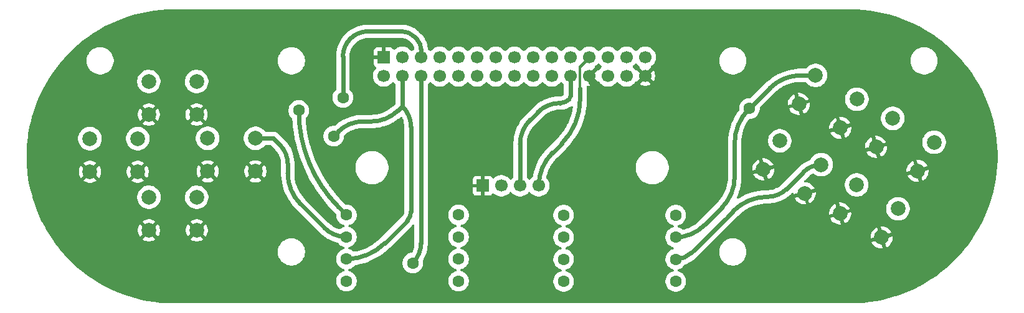
<source format=gbr>
%TF.GenerationSoftware,KiCad,Pcbnew,9.0.3*%
%TF.CreationDate,2025-07-14T12:36:22+02:00*%
%TF.ProjectId,CalliopeGamePad,43616c6c-696f-4706-9547-616d65506164,rev?*%
%TF.SameCoordinates,Original*%
%TF.FileFunction,Copper,L2,Bot*%
%TF.FilePolarity,Positive*%
%FSLAX46Y46*%
G04 Gerber Fmt 4.6, Leading zero omitted, Abs format (unit mm)*
G04 Created by KiCad (PCBNEW 9.0.3) date 2025-07-14 12:36:22*
%MOMM*%
%LPD*%
G01*
G04 APERTURE LIST*
%TA.AperFunction,ComponentPad*%
%ADD10C,2.000000*%
%TD*%
%TA.AperFunction,ComponentPad*%
%ADD11R,1.700000X1.700000*%
%TD*%
%TA.AperFunction,ComponentPad*%
%ADD12C,1.700000*%
%TD*%
%TA.AperFunction,ComponentPad*%
%ADD13C,1.600000*%
%TD*%
%TA.AperFunction,ViaPad*%
%ADD14C,1.600000*%
%TD*%
%TA.AperFunction,Conductor*%
%ADD15C,0.600000*%
%TD*%
%TA.AperFunction,Conductor*%
%ADD16C,0.400000*%
%TD*%
%TA.AperFunction,Conductor*%
%ADD17C,0.300000*%
%TD*%
G04 APERTURE END LIST*
D10*
%TO.P,U8,1,1*%
%TO.N,/C14*%
X196839673Y-109876443D03*
X202468838Y-113126443D03*
%TO.P,U8,2,2*%
%TO.N,GND*%
X194589673Y-113773557D03*
X200218838Y-117023557D03*
%TD*%
%TO.P,U6,1,1*%
%TO.N,/C9*%
X201739673Y-100826443D03*
X207368838Y-104076443D03*
%TO.P,U6,2,2*%
%TO.N,GND*%
X199489672Y-104723558D03*
X205118839Y-107973558D03*
%TD*%
%TO.P,U2,1,1*%
%TO.N,/P1*%
X92611800Y-103599760D03*
X99111800Y-103599760D03*
%TO.P,U2,2,2*%
%TO.N,GND*%
X92611800Y-108099760D03*
X99111800Y-108099760D03*
%TD*%
%TO.P,U4,1,1*%
%TO.N,/P3*%
X100639400Y-111564760D03*
X107139400Y-111564760D03*
%TO.P,U4,2,2*%
%TO.N,GND*%
X100639400Y-116064760D03*
X107139400Y-116064760D03*
%TD*%
D11*
%TO.P,J2,1,Pin_1*%
%TO.N,GND*%
X146000000Y-110000000D03*
D12*
%TO.P,J2,2,Pin_2*%
%TO.N,+3.3V*%
X148540000Y-110000000D03*
%TO.P,J2,3,Pin_3*%
%TO.N,/SCL*%
X151080000Y-110000000D03*
%TO.P,J2,4,Pin_4*%
%TO.N,/SDA*%
X153620000Y-110000000D03*
%TD*%
D10*
%TO.P,U7,1,1*%
%TO.N,/C13*%
X186389673Y-103876443D03*
X192018838Y-107126443D03*
%TO.P,U7,2,2*%
%TO.N,GND*%
X184139673Y-107773557D03*
X189768838Y-111023557D03*
%TD*%
%TO.P,U3,1,1*%
%TO.N,/P2*%
X108615000Y-103538360D03*
X115115000Y-103538360D03*
%TO.P,U3,2,2*%
%TO.N,GND*%
X108615000Y-108038360D03*
X115115000Y-108038360D03*
%TD*%
%TO.P,U5,1,1*%
%TO.N,/C8*%
X191239673Y-94976443D03*
X196868838Y-98226443D03*
%TO.P,U5,2,2*%
%TO.N,GND*%
X188989673Y-98873557D03*
X194618838Y-102123557D03*
%TD*%
%TO.P,U1,1,1*%
%TO.N,/P0*%
X100623010Y-95815070D03*
X107123010Y-95815070D03*
%TO.P,U1,2,2*%
%TO.N,GND*%
X100623010Y-100315070D03*
X107123010Y-100315070D03*
%TD*%
D13*
%TO.P,R4,1*%
%TO.N,+3.3V*%
X142720951Y-113969293D03*
%TO.P,R4,2*%
%TO.N,/P0*%
X127480951Y-113969293D03*
%TD*%
%TO.P,R1,1*%
%TO.N,+3.3V*%
X142720951Y-119969293D03*
%TO.P,R1,2*%
%TO.N,/P1*%
X127480951Y-119969293D03*
%TD*%
%TO.P,R7,1*%
%TO.N,+3.3V*%
X157000000Y-114000000D03*
%TO.P,R7,2*%
%TO.N,/C14*%
X172240000Y-114000000D03*
%TD*%
%TO.P,R3,1*%
%TO.N,+3.3V*%
X142720951Y-122969293D03*
%TO.P,R3,2*%
%TO.N,/P3*%
X127480951Y-122969293D03*
%TD*%
%TO.P,R5,1*%
%TO.N,+3.3V*%
X157000000Y-120000000D03*
%TO.P,R5,2*%
%TO.N,/C13*%
X172240000Y-120000000D03*
%TD*%
%TO.P,R8,1*%
%TO.N,+3.3V*%
X157000000Y-123000000D03*
%TO.P,R8,2*%
%TO.N,/C9*%
X172240000Y-123000000D03*
%TD*%
%TO.P,R6,1*%
%TO.N,+3.3V*%
X157000000Y-117000000D03*
%TO.P,R6,2*%
%TO.N,/C8*%
X172240000Y-117000000D03*
%TD*%
%TO.P,R2,1*%
%TO.N,+3.3V*%
X142720951Y-116969293D03*
%TO.P,R2,2*%
%TO.N,/P2*%
X127480951Y-116969293D03*
%TD*%
D11*
%TO.P,J1,1,Pin_1*%
%TO.N,GND*%
X132540000Y-92500000D03*
D12*
%TO.P,J1,2,Pin_2*%
%TO.N,+3.3V*%
X132540000Y-95040000D03*
%TO.P,J1,3,Pin_3*%
%TO.N,/P0*%
X135080000Y-92500000D03*
%TO.P,J1,4,Pin_4*%
%TO.N,/P1*%
X135080000Y-95040000D03*
%TO.P,J1,5,Pin_5*%
%TO.N,/P2*%
X137620000Y-92500000D03*
%TO.P,J1,6,Pin_6*%
%TO.N,/P3*%
X137620000Y-95040000D03*
%TO.P,J1,7,Pin_7*%
%TO.N,/C4*%
X140160000Y-92500000D03*
%TO.P,J1,8,Pin_8*%
%TO.N,/C5*%
X140160000Y-95040000D03*
%TO.P,J1,9,Pin_9*%
%TO.N,/C6*%
X142700000Y-92500000D03*
%TO.P,J1,10,Pin_10*%
%TO.N,/C7*%
X142700000Y-95040000D03*
%TO.P,J1,11,Pin_11*%
%TO.N,/C8*%
X145240000Y-92500000D03*
%TO.P,J1,12,Pin_12*%
%TO.N,/C9*%
X145240000Y-95040000D03*
%TO.P,J1,13,Pin_13*%
%TO.N,/C10*%
X147780000Y-92500000D03*
%TO.P,J1,14,Pin_14*%
%TO.N,/C11*%
X147780000Y-95040000D03*
%TO.P,J1,15,Pin_15*%
%TO.N,/C12*%
X150320000Y-92500000D03*
%TO.P,J1,16,Pin_16*%
%TO.N,/C13*%
X150320000Y-95040000D03*
%TO.P,J1,17,Pin_17*%
%TO.N,/C14*%
X152860000Y-92500000D03*
%TO.P,J1,18,Pin_18*%
%TO.N,/C15*%
X152860000Y-95040000D03*
%TO.P,J1,19,Pin_19*%
%TO.N,/C16*%
X155400000Y-92500000D03*
%TO.P,J1,20,Pin_20*%
%TO.N,/C17*%
X155400000Y-95040000D03*
%TO.P,J1,21,Pin_21*%
%TO.N,/C18*%
X157940000Y-92500000D03*
%TO.P,J1,22,Pin_22*%
%TO.N,/SCL*%
X157940000Y-95040000D03*
%TO.P,J1,23,Pin_23*%
%TO.N,/SDA*%
X160480000Y-92500000D03*
%TO.P,J1,24,Pin_24*%
%TO.N,GND*%
X160480000Y-95040000D03*
%TO.P,J1,25,Pin_25*%
%TO.N,/M0+*%
X163020000Y-92500000D03*
%TO.P,J1,26,Pin_26*%
%TO.N,/M1+*%
X163020000Y-95040000D03*
%TO.P,J1,27,Pin_27*%
%TO.N,/M0-*%
X165560000Y-92500000D03*
%TO.P,J1,28,Pin_28*%
%TO.N,/M1-*%
X165560000Y-95040000D03*
%TO.P,J1,29,Pin_29*%
%TO.N,/VM+*%
X168100000Y-92500000D03*
%TO.P,J1,30,Pin_30*%
%TO.N,GND*%
X168100000Y-95040000D03*
%TD*%
D14*
%TO.N,GND*%
X154000000Y-104000000D03*
X149000000Y-101000000D03*
X121750000Y-110250000D03*
X133000000Y-120000000D03*
X167000000Y-116500000D03*
X196750000Y-106250000D03*
X104000000Y-107500000D03*
X117750000Y-109250000D03*
X134000000Y-102500000D03*
X141500000Y-97750000D03*
X165000000Y-98250000D03*
%TO.N,/C8*%
X182250000Y-99500000D03*
%TO.N,GND*%
X129500000Y-98750000D03*
X104500000Y-124000000D03*
X143750000Y-104500000D03*
X212250000Y-107750000D03*
X188250000Y-89750000D03*
X177500000Y-101750000D03*
X190000000Y-120000000D03*
X87000000Y-102750000D03*
X102500000Y-89000000D03*
X92750000Y-115000000D03*
X112250000Y-116750000D03*
X144750000Y-89000000D03*
%TO.N,/P0*%
X121000000Y-99750000D03*
%TO.N,/P3*%
X136500000Y-120500000D03*
%TO.N,/P1*%
X125750000Y-103250000D03*
%TO.N,/P2*%
X127000000Y-98000000D03*
%TD*%
D15*
%TO.N,/SCL*%
X153500000Y-100000000D02*
X152447822Y-101052178D01*
%TO.N,GND*%
X162500000Y-98000000D02*
G75*
G03*
X163103553Y-98250019I603600J603600D01*
G01*
X163103553Y-98250000D02*
X165000000Y-98250000D01*
X162000000Y-97500000D02*
X162500000Y-98000000D01*
X161144680Y-96644681D02*
X162000000Y-97500000D01*
X160480000Y-95040000D02*
G75*
G03*
X161144672Y-96644689I2269400J0D01*
G01*
%TO.N,/C13*%
X187310661Y-110439339D02*
X189636944Y-108113056D01*
X179250000Y-114250000D02*
X180055456Y-113444544D01*
X174390954Y-119109045D02*
X179250000Y-114250000D01*
X189636944Y-108113056D02*
G75*
G02*
X192018838Y-107126455I2381856J-2381844D01*
G01*
X180055456Y-113444544D02*
G75*
G02*
X184750000Y-111500004I4694544J-4694556D01*
G01*
X184750000Y-111500000D02*
G75*
G03*
X187310657Y-110439335I0J3621300D01*
G01*
X172240000Y-120000000D02*
G75*
G03*
X174390953Y-119109044I0J3041900D01*
G01*
%TO.N,/C8*%
X189281745Y-94976443D02*
X191239673Y-94976443D01*
X182171406Y-99578594D02*
X185000000Y-96750000D01*
X180250000Y-104250000D02*
X180250475Y-104216132D01*
X176098062Y-115401939D02*
X178500000Y-113000000D01*
X185000000Y-96750000D02*
G75*
G02*
X189281745Y-94976462I4281700J-4281700D01*
G01*
X180250000Y-108775126D02*
X180250000Y-104250000D01*
X180250475Y-104216132D02*
G75*
G02*
X182171399Y-99578587I6558425J32D01*
G01*
X178500000Y-113000000D02*
G75*
G03*
X180250011Y-108775126I-4224900J4224900D01*
G01*
X172240000Y-117000000D02*
G75*
G03*
X176098057Y-115401934I0J5456100D01*
G01*
%TO.N,/SDA*%
X159229000Y-97745530D02*
X159229000Y-96750000D01*
X159241735Y-97758265D02*
X159229000Y-97745530D01*
X155472620Y-105527380D02*
X156750000Y-104250000D01*
X159241735Y-98206201D02*
X159241735Y-97758265D01*
X153620000Y-110000000D02*
G75*
G02*
X155472628Y-105527388I6325200J0D01*
G01*
X156750000Y-104250000D02*
G75*
G03*
X159249986Y-98214466I-6035500J6035500D01*
G01*
X159250000Y-98214466D02*
X159241735Y-98206201D01*
%TO.N,/SCL*%
X157940000Y-97801469D02*
X157940000Y-95040000D01*
X157757192Y-98242807D02*
G75*
G03*
X157939992Y-97801469I-441292J441307D01*
G01*
D16*
%TO.N,/SDA*%
X159229000Y-97729000D02*
X159250000Y-97750000D01*
D17*
X159229000Y-93751000D02*
X159229000Y-97729000D01*
D16*
X160480000Y-92500000D02*
X159229000Y-93751000D01*
D15*
%TO.N,/SCL*%
X156533868Y-98749525D02*
G75*
G03*
X157757205Y-98242820I32J1730025D01*
G01*
X153512563Y-99987437D02*
G75*
G02*
X156500000Y-98750008I2987437J-2987463D01*
G01*
X153500000Y-100000000D02*
X153512563Y-99987437D01*
X156500000Y-98750000D02*
X156533868Y-98749525D01*
X151080000Y-104354393D02*
G75*
G02*
X152447833Y-101052189I4670000J-7D01*
G01*
X151080000Y-110000000D02*
X151080000Y-104354393D01*
%TO.N,/P1*%
X132687210Y-117812790D02*
X135750000Y-114750000D01*
X136250000Y-101993952D02*
G75*
G03*
X135079970Y-99169352I-3994600J-48D01*
G01*
X135750000Y-114750000D02*
G75*
G03*
X136249997Y-113542893I-1207100J1207100D01*
G01*
X136250000Y-113542893D02*
X136250000Y-101993952D01*
X127480951Y-119969293D02*
G75*
G03*
X132687241Y-117812821I49J7362793D01*
G01*
%TO.N,/P2*%
X124473612Y-115723613D02*
X121250000Y-112500000D01*
X119500000Y-108275126D02*
X119500000Y-107000000D01*
X119500000Y-107000000D02*
G75*
G03*
X118439336Y-104439344I-3621300J0D01*
G01*
X117538360Y-103538360D02*
X115115000Y-103538360D01*
X121250000Y-112500000D02*
G75*
G02*
X119499989Y-108275126I4224900J4224900D01*
G01*
X118439340Y-104439340D02*
X117538360Y-103538360D01*
X127480951Y-116969293D02*
G75*
G02*
X124473642Y-115723583I49J4252993D01*
G01*
%TO.N,/P0*%
X121000000Y-99750000D02*
X121000000Y-99603553D01*
X126471834Y-112960176D02*
G75*
G02*
X120999997Y-99750000I13210166J13210176D01*
G01*
X127480951Y-113969293D02*
X126471834Y-112960176D01*
%TO.N,/P1*%
X135080000Y-99169322D02*
X135080000Y-95040000D01*
X134428554Y-99820768D02*
X135080000Y-99169322D01*
X129750000Y-101250000D02*
X130878680Y-101250000D01*
X130878680Y-101250000D02*
G75*
G03*
X134428549Y-99820762I-680J5124800D01*
G01*
X125750000Y-103250000D02*
X126335786Y-102664214D01*
X126335786Y-102664214D02*
G75*
G02*
X129750000Y-101249992I3414214J-3414186D01*
G01*
%TO.N,/P3*%
X137620000Y-117796081D02*
X137620000Y-95040000D01*
X136500000Y-120500000D02*
G75*
G03*
X137619992Y-117796081I-2703900J2703900D01*
G01*
%TO.N,/P2*%
X137620000Y-91434007D02*
X137620000Y-92500000D01*
X137000000Y-90000000D02*
X137044884Y-90045554D01*
X136707107Y-89707107D02*
X137000000Y-90000000D01*
X130414214Y-89000000D02*
X135000000Y-89000000D01*
X127000000Y-98000000D02*
X127000000Y-92414214D01*
X137044884Y-90045554D02*
G75*
G02*
X137619986Y-91434007I-1388484J-1388446D01*
G01*
X135000000Y-89000000D02*
G75*
G02*
X136707104Y-89707110I0J-2414200D01*
G01*
X128000000Y-90000000D02*
G75*
G02*
X130414214Y-89000006I2414200J-2414200D01*
G01*
X127000000Y-92414214D02*
G75*
G02*
X127999996Y-89999996I3414200J14D01*
G01*
%TD*%
%TA.AperFunction,Conductor*%
%TO.N,GND*%
G36*
X158186907Y-99175520D02*
G01*
X158243445Y-99227981D01*
X158266179Y-99301682D01*
X158264293Y-99331524D01*
X158203594Y-99699176D01*
X158201692Y-99708739D01*
X158090455Y-100185820D01*
X158087931Y-100195238D01*
X157945733Y-100664004D01*
X157942599Y-100673237D01*
X157770045Y-101131706D01*
X157766314Y-101140714D01*
X157564139Y-101586925D01*
X157559826Y-101595670D01*
X157328909Y-102027687D01*
X157324034Y-102036131D01*
X157065350Y-102452130D01*
X157059933Y-102460237D01*
X156774598Y-102858421D01*
X156768663Y-102866156D01*
X156457894Y-103244831D01*
X156451464Y-103252163D01*
X156115223Y-103611162D01*
X156111833Y-103614665D01*
X154768395Y-104958105D01*
X154768260Y-104958253D01*
X154668628Y-105057885D01*
X154356680Y-105413591D01*
X154068688Y-105788905D01*
X153805847Y-106182273D01*
X153805840Y-106182285D01*
X153569304Y-106591972D01*
X153569303Y-106591973D01*
X153360054Y-107016286D01*
X153360048Y-107016298D01*
X153179008Y-107453363D01*
X153081431Y-107740815D01*
X153026935Y-107901355D01*
X152969517Y-108115641D01*
X152908346Y-108343934D01*
X152904489Y-108358327D01*
X152864266Y-108560541D01*
X152830159Y-108732005D01*
X152796046Y-108801179D01*
X152771603Y-108823479D01*
X152675066Y-108893618D01*
X152675060Y-108893623D01*
X152513624Y-109055060D01*
X152513618Y-109055066D01*
X152489581Y-109088151D01*
X152479391Y-109102177D01*
X152470543Y-109114355D01*
X152410603Y-109162893D01*
X152334424Y-109174958D01*
X152262419Y-109147317D01*
X152229457Y-109114355D01*
X152220609Y-109102177D01*
X152186379Y-109055063D01*
X152024937Y-108893621D01*
X152024936Y-108893620D01*
X152024141Y-108892825D01*
X151985577Y-108826030D01*
X151980500Y-108787466D01*
X151980500Y-104357639D01*
X151980642Y-104351139D01*
X151982078Y-104318242D01*
X151994561Y-104032350D01*
X151995694Y-104019409D01*
X152000353Y-103984022D01*
X152036921Y-103706262D01*
X152039172Y-103693490D01*
X152107542Y-103385101D01*
X152110893Y-103372594D01*
X152205882Y-103071332D01*
X152210321Y-103059137D01*
X152331201Y-102767308D01*
X152336673Y-102755575D01*
X152482533Y-102475383D01*
X152489006Y-102464171D01*
X152658730Y-102197761D01*
X152666171Y-102187135D01*
X152858447Y-101936559D01*
X152866800Y-101926605D01*
X152995780Y-101785849D01*
X153082648Y-101691050D01*
X153087104Y-101686394D01*
X154074033Y-100699465D01*
X154074036Y-100699464D01*
X154146757Y-100626741D01*
X154151989Y-100621761D01*
X154385625Y-100410007D01*
X154396905Y-100400750D01*
X154647198Y-100215121D01*
X154659347Y-100207004D01*
X154926628Y-100046803D01*
X154939510Y-100039917D01*
X155221215Y-99906682D01*
X155234695Y-99901098D01*
X155528113Y-99796112D01*
X155542064Y-99791880D01*
X155844353Y-99716162D01*
X155858689Y-99713310D01*
X156166910Y-99667590D01*
X156181456Y-99666158D01*
X156495089Y-99650749D01*
X156500322Y-99650583D01*
X156503184Y-99650543D01*
X156505325Y-99650514D01*
X156507387Y-99650500D01*
X156590989Y-99650500D01*
X156601013Y-99650007D01*
X156681580Y-99650009D01*
X156975179Y-99616933D01*
X157263229Y-99551192D01*
X157263231Y-99551191D01*
X157263236Y-99551190D01*
X157542097Y-99453617D01*
X157542099Y-99453616D01*
X157542100Y-99453615D01*
X157542107Y-99453613D01*
X157808306Y-99325422D01*
X158038014Y-99181090D01*
X158111712Y-99158357D01*
X158186907Y-99175520D01*
G37*
%TD.AperFunction*%
%TA.AperFunction,Conductor*%
G36*
X166917580Y-93352681D02*
G01*
X166950538Y-93385639D01*
X166993621Y-93444937D01*
X167155063Y-93606379D01*
X167299844Y-93711569D01*
X167348382Y-93771509D01*
X167360447Y-93847688D01*
X167340193Y-93900448D01*
X167338282Y-93924729D01*
X167970590Y-94557037D01*
X167907007Y-94574075D01*
X167792993Y-94639901D01*
X167699901Y-94732993D01*
X167634075Y-94847007D01*
X167617037Y-94910590D01*
X166984729Y-94278282D01*
X166963080Y-94279986D01*
X166952711Y-94288383D01*
X166876532Y-94300446D01*
X166804528Y-94272804D01*
X166771569Y-94239844D01*
X166759144Y-94222743D01*
X166666379Y-94095063D01*
X166504937Y-93933621D01*
X166445642Y-93890540D01*
X166397107Y-93830604D01*
X166385041Y-93754425D01*
X166412681Y-93682420D01*
X166445639Y-93649461D01*
X166504937Y-93606379D01*
X166666379Y-93444937D01*
X166709459Y-93385642D01*
X166769396Y-93337107D01*
X166845575Y-93325041D01*
X166917580Y-93352681D01*
G37*
%TD.AperFunction*%
%TA.AperFunction,Conductor*%
G36*
X161837580Y-93352681D02*
G01*
X161870538Y-93385639D01*
X161913621Y-93444937D01*
X162075063Y-93606379D01*
X162134355Y-93649458D01*
X162182893Y-93709397D01*
X162194958Y-93785576D01*
X162167317Y-93857581D01*
X162134356Y-93890541D01*
X162117092Y-93903085D01*
X162075066Y-93933618D01*
X161913618Y-94095066D01*
X161808430Y-94239845D01*
X161748490Y-94288383D01*
X161672311Y-94300448D01*
X161619544Y-94280192D01*
X161595270Y-94278282D01*
X160962962Y-94910589D01*
X160945925Y-94847007D01*
X160880099Y-94732993D01*
X160787007Y-94639901D01*
X160672993Y-94574075D01*
X160609408Y-94557037D01*
X161241716Y-93924729D01*
X161240012Y-93903085D01*
X161231616Y-93892716D01*
X161219551Y-93816537D01*
X161247192Y-93744532D01*
X161280155Y-93711570D01*
X161424937Y-93606379D01*
X161586379Y-93444937D01*
X161629459Y-93385642D01*
X161689396Y-93337107D01*
X161765575Y-93325041D01*
X161837580Y-93352681D01*
G37*
%TD.AperFunction*%
%TA.AperFunction,Conductor*%
G36*
X196001626Y-86000535D02*
G01*
X196881368Y-86020002D01*
X196887933Y-86020293D01*
X197764309Y-86078546D01*
X197770807Y-86079122D01*
X198643758Y-86176083D01*
X198650223Y-86176946D01*
X199518059Y-86312430D01*
X199524487Y-86313580D01*
X200385446Y-86487312D01*
X200391867Y-86488757D01*
X201244261Y-86700392D01*
X201250560Y-86702104D01*
X202092845Y-86951263D01*
X202099069Y-86953256D01*
X202929454Y-87239408D01*
X202935574Y-87241670D01*
X203752494Y-87564276D01*
X203758552Y-87566824D01*
X204560396Y-87925245D01*
X204566315Y-87928050D01*
X205098864Y-88194960D01*
X205351511Y-88321585D01*
X205357304Y-88324650D01*
X206124384Y-88752566D01*
X206129994Y-88755861D01*
X206877318Y-89217240D01*
X206882844Y-89220822D01*
X207288040Y-89496455D01*
X207609052Y-89714822D01*
X207614415Y-89718647D01*
X207703331Y-89785069D01*
X208318021Y-90244257D01*
X208323214Y-90248318D01*
X208765990Y-90610671D01*
X208997618Y-90800228D01*
X209002901Y-90804551D01*
X209007906Y-90808835D01*
X209050472Y-90846935D01*
X209662310Y-91394578D01*
X209667124Y-91399082D01*
X209874763Y-91602177D01*
X210295004Y-92013222D01*
X210299587Y-92017908D01*
X210592972Y-92331441D01*
X210899690Y-92659223D01*
X210904086Y-92664135D01*
X211475210Y-93331340D01*
X211479385Y-93336442D01*
X212020427Y-94028242D01*
X212024373Y-94033523D01*
X212534307Y-94748610D01*
X212538015Y-94754061D01*
X213015809Y-95490989D01*
X213019272Y-95496598D01*
X213464016Y-96253962D01*
X213467227Y-96259720D01*
X213878008Y-97035965D01*
X213880962Y-97041858D01*
X214257018Y-97835542D01*
X214259709Y-97841561D01*
X214600295Y-98651116D01*
X214602716Y-98657247D01*
X214907154Y-99481056D01*
X214909302Y-99487289D01*
X215177003Y-100323768D01*
X215178873Y-100330090D01*
X215409314Y-101177595D01*
X215410902Y-101183993D01*
X215603626Y-102040842D01*
X215604930Y-102047304D01*
X215759564Y-102911848D01*
X215760581Y-102918361D01*
X215876823Y-103788901D01*
X215877551Y-103795453D01*
X215955174Y-104670295D01*
X215955611Y-104676873D01*
X215994460Y-105554271D01*
X215994606Y-105560862D01*
X215994606Y-106439137D01*
X215994460Y-106445728D01*
X215955611Y-107323126D01*
X215955174Y-107329704D01*
X215877551Y-108204546D01*
X215876823Y-108211098D01*
X215760581Y-109081638D01*
X215759564Y-109088151D01*
X215604930Y-109952695D01*
X215603626Y-109959157D01*
X215410902Y-110816006D01*
X215409314Y-110822404D01*
X215178873Y-111669909D01*
X215177003Y-111676231D01*
X214909302Y-112512710D01*
X214907154Y-112518943D01*
X214602716Y-113342752D01*
X214600295Y-113348883D01*
X214259709Y-114158438D01*
X214257018Y-114164457D01*
X213880962Y-114958141D01*
X213878008Y-114964034D01*
X213467227Y-115740279D01*
X213464016Y-115746037D01*
X213019272Y-116503401D01*
X213015809Y-116509010D01*
X212538015Y-117245938D01*
X212534307Y-117251389D01*
X212024373Y-117966476D01*
X212020427Y-117971757D01*
X211479385Y-118663557D01*
X211475210Y-118668659D01*
X210904086Y-119335864D01*
X210899690Y-119340776D01*
X210299600Y-119982078D01*
X210294990Y-119986791D01*
X209667124Y-120600917D01*
X209662310Y-120605421D01*
X209007909Y-121191161D01*
X209002901Y-121195448D01*
X208323214Y-121751681D01*
X208318021Y-121755742D01*
X207614419Y-122281349D01*
X207609052Y-122285177D01*
X206882850Y-122779173D01*
X206877318Y-122782759D01*
X206130014Y-123244126D01*
X206124351Y-123247452D01*
X205408195Y-123646960D01*
X205357338Y-123675331D01*
X205351511Y-123678414D01*
X204566334Y-124071940D01*
X204560376Y-124074763D01*
X203758561Y-124433171D01*
X203752485Y-124435727D01*
X202935606Y-124758317D01*
X202929422Y-124760602D01*
X202099096Y-125046734D01*
X202092818Y-125048744D01*
X201250591Y-125297886D01*
X201244229Y-125299615D01*
X200391867Y-125511242D01*
X200385436Y-125512689D01*
X199524522Y-125686412D01*
X199518032Y-125687573D01*
X198650257Y-125823048D01*
X198643723Y-125823920D01*
X197770842Y-125920873D01*
X197764275Y-125921456D01*
X196887943Y-125979705D01*
X196881357Y-125979997D01*
X196001627Y-125999464D01*
X195998331Y-125999500D01*
X104001669Y-125999500D01*
X103998373Y-125999464D01*
X103118642Y-125979997D01*
X103112056Y-125979705D01*
X102235724Y-125921456D01*
X102229157Y-125920873D01*
X101356276Y-125823920D01*
X101349742Y-125823048D01*
X100481967Y-125687573D01*
X100475477Y-125686412D01*
X99614563Y-125512689D01*
X99608132Y-125511242D01*
X98755770Y-125299615D01*
X98749408Y-125297886D01*
X97907181Y-125048744D01*
X97900903Y-125046734D01*
X97070577Y-124760602D01*
X97064400Y-124758319D01*
X96772872Y-124643194D01*
X96247514Y-124435727D01*
X96241438Y-124433171D01*
X95439623Y-124074763D01*
X95433665Y-124071940D01*
X94648488Y-123678414D01*
X94642678Y-123675340D01*
X93875629Y-123247441D01*
X93869985Y-123244126D01*
X93122681Y-122782759D01*
X93117149Y-122779173D01*
X92390947Y-122285177D01*
X92385580Y-122281349D01*
X91681978Y-121755742D01*
X91676785Y-121751681D01*
X90997098Y-121195448D01*
X90992090Y-121191161D01*
X90337689Y-120605421D01*
X90332875Y-120600917D01*
X89866386Y-120144636D01*
X89704995Y-119986777D01*
X89700413Y-119982092D01*
X89100309Y-119340776D01*
X89095913Y-119335864D01*
X88783358Y-118970727D01*
X88704588Y-118878706D01*
X118149500Y-118878706D01*
X118149500Y-119121293D01*
X118181160Y-119361781D01*
X118243947Y-119596103D01*
X118275405Y-119672049D01*
X118336776Y-119820212D01*
X118458064Y-120030289D01*
X118605735Y-120222738D01*
X118777262Y-120394265D01*
X118969711Y-120541936D01*
X119179788Y-120663224D01*
X119403900Y-120756054D01*
X119638211Y-120818838D01*
X119638217Y-120818838D01*
X119638218Y-120818839D01*
X119703600Y-120827446D01*
X119878712Y-120850500D01*
X120121288Y-120850500D01*
X120361789Y-120818838D01*
X120596100Y-120756054D01*
X120820212Y-120663224D01*
X121030289Y-120541936D01*
X121222738Y-120394265D01*
X121394265Y-120222738D01*
X121541936Y-120030289D01*
X121663224Y-119820212D01*
X121756054Y-119596100D01*
X121818838Y-119361789D01*
X121850500Y-119121288D01*
X121850500Y-118878712D01*
X121823207Y-118671398D01*
X121818839Y-118638218D01*
X121818838Y-118638217D01*
X121818838Y-118638211D01*
X121756054Y-118403900D01*
X121663224Y-118179788D01*
X121541936Y-117969711D01*
X121394265Y-117777262D01*
X121222738Y-117605735D01*
X121030289Y-117458064D01*
X120960263Y-117417634D01*
X120820216Y-117336778D01*
X120820214Y-117336777D01*
X120820212Y-117336776D01*
X120688932Y-117282398D01*
X120596103Y-117243947D01*
X120596101Y-117243946D01*
X120596100Y-117243946D01*
X120361789Y-117181162D01*
X120361787Y-117181161D01*
X120361781Y-117181160D01*
X120121293Y-117149500D01*
X120121288Y-117149500D01*
X119878712Y-117149500D01*
X119878706Y-117149500D01*
X119638218Y-117181160D01*
X119403896Y-117243947D01*
X119179783Y-117336778D01*
X118969712Y-117458063D01*
X118906068Y-117506899D01*
X118777262Y-117605735D01*
X118777260Y-117605736D01*
X118777256Y-117605740D01*
X118605740Y-117777256D01*
X118605736Y-117777260D01*
X118605735Y-117777262D01*
X118573304Y-117819527D01*
X118458063Y-117969712D01*
X118336778Y-118179783D01*
X118243947Y-118403896D01*
X118181160Y-118638218D01*
X118149500Y-118878706D01*
X88704588Y-118878706D01*
X88524789Y-118668659D01*
X88520614Y-118663557D01*
X88332675Y-118423250D01*
X87979567Y-117971750D01*
X87975626Y-117966476D01*
X87915142Y-117881659D01*
X87465692Y-117251389D01*
X87461984Y-117245938D01*
X86984190Y-116509010D01*
X86980727Y-116503401D01*
X86736577Y-116087633D01*
X86653823Y-115946710D01*
X99139400Y-115946710D01*
X99139400Y-116182809D01*
X99176334Y-116416010D01*
X99249294Y-116640553D01*
X99249298Y-116640565D01*
X99356486Y-116850931D01*
X99356490Y-116850938D01*
X99416740Y-116933865D01*
X100115612Y-116234993D01*
X100126882Y-116277052D01*
X100199290Y-116402468D01*
X100301692Y-116504870D01*
X100427108Y-116577278D01*
X100469165Y-116588547D01*
X99770293Y-117287418D01*
X99853228Y-117347673D01*
X100063594Y-117454861D01*
X100063606Y-117454865D01*
X100288149Y-117527825D01*
X100521351Y-117564760D01*
X100757449Y-117564760D01*
X100990650Y-117527825D01*
X101215193Y-117454865D01*
X101215210Y-117454858D01*
X101425567Y-117347676D01*
X101425572Y-117347673D01*
X101508505Y-117287419D01*
X101508505Y-117287418D01*
X100809634Y-116588547D01*
X100851692Y-116577278D01*
X100977108Y-116504870D01*
X101079510Y-116402468D01*
X101151918Y-116277052D01*
X101163187Y-116234994D01*
X101862058Y-116933865D01*
X101862059Y-116933865D01*
X101922313Y-116850932D01*
X101922316Y-116850927D01*
X102029498Y-116640570D01*
X102029505Y-116640553D01*
X102102465Y-116416010D01*
X102139400Y-116182809D01*
X102139400Y-115946710D01*
X105639400Y-115946710D01*
X105639400Y-116182809D01*
X105676334Y-116416010D01*
X105749294Y-116640553D01*
X105749298Y-116640565D01*
X105856486Y-116850931D01*
X105856490Y-116850938D01*
X105916740Y-116933865D01*
X106615612Y-116234993D01*
X106626882Y-116277052D01*
X106699290Y-116402468D01*
X106801692Y-116504870D01*
X106927108Y-116577278D01*
X106969165Y-116588547D01*
X106270293Y-117287418D01*
X106353228Y-117347673D01*
X106563594Y-117454861D01*
X106563606Y-117454865D01*
X106788149Y-117527825D01*
X107021351Y-117564760D01*
X107257449Y-117564760D01*
X107490650Y-117527825D01*
X107715193Y-117454865D01*
X107715210Y-117454858D01*
X107925567Y-117347676D01*
X107925572Y-117347673D01*
X108008505Y-117287419D01*
X108008505Y-117287418D01*
X107309634Y-116588547D01*
X107351692Y-116577278D01*
X107477108Y-116504870D01*
X107579510Y-116402468D01*
X107651918Y-116277052D01*
X107663187Y-116234994D01*
X108362058Y-116933865D01*
X108362059Y-116933865D01*
X108422313Y-116850932D01*
X108422316Y-116850927D01*
X108529498Y-116640570D01*
X108529505Y-116640553D01*
X108602465Y-116416010D01*
X108639400Y-116182809D01*
X108639400Y-115946710D01*
X108602465Y-115713509D01*
X108529505Y-115488966D01*
X108529501Y-115488954D01*
X108422313Y-115278588D01*
X108422313Y-115278587D01*
X108362058Y-115195653D01*
X107663187Y-115894524D01*
X107651918Y-115852468D01*
X107579510Y-115727052D01*
X107477108Y-115624650D01*
X107351692Y-115552242D01*
X107309633Y-115540972D01*
X108008505Y-114842100D01*
X108008505Y-114842099D01*
X107925578Y-114781850D01*
X107925571Y-114781846D01*
X107715205Y-114674658D01*
X107715193Y-114674654D01*
X107490650Y-114601694D01*
X107257449Y-114564760D01*
X107021351Y-114564760D01*
X106788149Y-114601694D01*
X106563606Y-114674654D01*
X106563594Y-114674658D01*
X106353228Y-114781846D01*
X106353223Y-114781849D01*
X106270293Y-114842099D01*
X106969166Y-115540972D01*
X106927108Y-115552242D01*
X106801692Y-115624650D01*
X106699290Y-115727052D01*
X106626882Y-115852468D01*
X106615612Y-115894526D01*
X105916739Y-115195653D01*
X105856489Y-115278583D01*
X105856486Y-115278588D01*
X105749298Y-115488954D01*
X105749294Y-115488966D01*
X105676334Y-115713509D01*
X105639400Y-115946710D01*
X102139400Y-115946710D01*
X102102465Y-115713509D01*
X102029505Y-115488966D01*
X102029501Y-115488954D01*
X101922313Y-115278588D01*
X101922313Y-115278587D01*
X101862058Y-115195653D01*
X101163187Y-115894524D01*
X101151918Y-115852468D01*
X101079510Y-115727052D01*
X100977108Y-115624650D01*
X100851692Y-115552242D01*
X100809633Y-115540972D01*
X101508505Y-114842100D01*
X101508505Y-114842099D01*
X101425578Y-114781850D01*
X101425571Y-114781846D01*
X101215205Y-114674658D01*
X101215193Y-114674654D01*
X100990650Y-114601694D01*
X100757449Y-114564760D01*
X100521351Y-114564760D01*
X100288149Y-114601694D01*
X100063606Y-114674654D01*
X100063594Y-114674658D01*
X99853228Y-114781846D01*
X99853223Y-114781849D01*
X99770293Y-114842099D01*
X100469166Y-115540972D01*
X100427108Y-115552242D01*
X100301692Y-115624650D01*
X100199290Y-115727052D01*
X100126882Y-115852468D01*
X100115612Y-115894526D01*
X99416739Y-115195653D01*
X99356489Y-115278583D01*
X99356486Y-115278588D01*
X99249298Y-115488954D01*
X99249294Y-115488966D01*
X99176334Y-115713509D01*
X99139400Y-115946710D01*
X86653823Y-115946710D01*
X86535976Y-115746026D01*
X86532772Y-115740279D01*
X86121976Y-114964005D01*
X86119037Y-114958141D01*
X86097348Y-114912366D01*
X85742977Y-114164448D01*
X85740290Y-114158438D01*
X85720003Y-114110218D01*
X85463797Y-113501228D01*
X85399704Y-113348883D01*
X85397283Y-113342752D01*
X85279311Y-113023519D01*
X85092839Y-112518927D01*
X85090697Y-112512710D01*
X85090492Y-112512070D01*
X84822996Y-111676231D01*
X84821126Y-111669909D01*
X84767324Y-111472038D01*
X84758286Y-111438798D01*
X99038900Y-111438798D01*
X99038900Y-111690722D01*
X99078310Y-111939545D01*
X99156159Y-112179139D01*
X99269009Y-112400620D01*
X99270531Y-112403606D01*
X99270531Y-112403607D01*
X99281629Y-112418882D01*
X99418607Y-112607416D01*
X99596744Y-112785553D01*
X99800555Y-112933630D01*
X100025021Y-113048001D01*
X100264615Y-113125850D01*
X100513438Y-113165260D01*
X100513443Y-113165260D01*
X100765357Y-113165260D01*
X100765362Y-113165260D01*
X101014185Y-113125850D01*
X101253779Y-113048001D01*
X101478245Y-112933630D01*
X101682056Y-112785553D01*
X101860193Y-112607416D01*
X102008270Y-112403605D01*
X102122641Y-112179139D01*
X102200490Y-111939545D01*
X102239900Y-111690722D01*
X102239900Y-111438798D01*
X105538900Y-111438798D01*
X105538900Y-111690722D01*
X105578310Y-111939545D01*
X105656159Y-112179139D01*
X105769009Y-112400620D01*
X105770531Y-112403606D01*
X105770531Y-112403607D01*
X105781629Y-112418882D01*
X105918607Y-112607416D01*
X106096744Y-112785553D01*
X106300555Y-112933630D01*
X106525021Y-113048001D01*
X106764615Y-113125850D01*
X107013438Y-113165260D01*
X107013443Y-113165260D01*
X107265357Y-113165260D01*
X107265362Y-113165260D01*
X107514185Y-113125850D01*
X107753779Y-113048001D01*
X107978245Y-112933630D01*
X108182056Y-112785553D01*
X108360193Y-112607416D01*
X108508270Y-112403605D01*
X108622641Y-112179139D01*
X108700490Y-111939545D01*
X108739900Y-111690722D01*
X108739900Y-111438798D01*
X108700490Y-111189975D01*
X108622641Y-110950381D01*
X108508270Y-110725915D01*
X108360193Y-110522104D01*
X108182056Y-110343967D01*
X107978245Y-110195890D01*
X107753779Y-110081519D01*
X107514185Y-110003670D01*
X107265362Y-109964260D01*
X107013438Y-109964260D01*
X106809013Y-109996638D01*
X106764614Y-110003670D01*
X106573319Y-110065826D01*
X106525021Y-110081519D01*
X106525015Y-110081521D01*
X106525015Y-110081522D01*
X106300553Y-110195891D01*
X106300552Y-110195891D01*
X106096745Y-110343966D01*
X106096742Y-110343968D01*
X105918608Y-110522102D01*
X105918606Y-110522105D01*
X105770531Y-110725912D01*
X105770531Y-110725913D01*
X105656162Y-110950375D01*
X105656157Y-110950387D01*
X105581638Y-111179734D01*
X105578310Y-111189975D01*
X105538900Y-111438798D01*
X102239900Y-111438798D01*
X102200490Y-111189975D01*
X102122641Y-110950381D01*
X102008270Y-110725915D01*
X101860193Y-110522104D01*
X101682056Y-110343967D01*
X101478245Y-110195890D01*
X101253779Y-110081519D01*
X101014185Y-110003670D01*
X100765362Y-109964260D01*
X100513438Y-109964260D01*
X100309013Y-109996638D01*
X100264614Y-110003670D01*
X100073319Y-110065826D01*
X100025021Y-110081519D01*
X100025015Y-110081521D01*
X100025015Y-110081522D01*
X99800553Y-110195891D01*
X99800552Y-110195891D01*
X99596745Y-110343966D01*
X99596742Y-110343968D01*
X99418608Y-110522102D01*
X99418606Y-110522105D01*
X99270531Y-110725912D01*
X99270531Y-110725913D01*
X99156162Y-110950375D01*
X99156157Y-110950387D01*
X99081638Y-111179734D01*
X99078310Y-111189975D01*
X99038900Y-111438798D01*
X84758286Y-111438798D01*
X84590685Y-110822404D01*
X84589097Y-110816006D01*
X84540400Y-110599500D01*
X84396368Y-109959132D01*
X84395074Y-109952720D01*
X84240434Y-109088145D01*
X84239418Y-109081638D01*
X84238487Y-109074669D01*
X84123175Y-108211096D01*
X84122448Y-108204546D01*
X84114560Y-108115641D01*
X84102677Y-107981710D01*
X91111800Y-107981710D01*
X91111800Y-108217809D01*
X91148734Y-108451010D01*
X91221694Y-108675553D01*
X91221698Y-108675565D01*
X91328886Y-108885931D01*
X91328890Y-108885938D01*
X91389140Y-108968865D01*
X92088012Y-108269993D01*
X92099282Y-108312052D01*
X92171690Y-108437468D01*
X92274092Y-108539870D01*
X92399508Y-108612278D01*
X92441565Y-108623547D01*
X91742693Y-109322418D01*
X91825628Y-109382673D01*
X92035994Y-109489861D01*
X92036006Y-109489865D01*
X92260549Y-109562825D01*
X92493751Y-109599760D01*
X92729849Y-109599760D01*
X92963050Y-109562825D01*
X93187593Y-109489865D01*
X93187610Y-109489858D01*
X93397967Y-109382676D01*
X93397972Y-109382673D01*
X93480905Y-109322419D01*
X93480905Y-109322418D01*
X92782034Y-108623547D01*
X92824092Y-108612278D01*
X92949508Y-108539870D01*
X93051910Y-108437468D01*
X93124318Y-108312052D01*
X93135587Y-108269994D01*
X93834458Y-108968865D01*
X93834459Y-108968865D01*
X93894713Y-108885932D01*
X93894716Y-108885927D01*
X94001898Y-108675570D01*
X94001905Y-108675553D01*
X94074865Y-108451010D01*
X94111800Y-108217809D01*
X94111800Y-107981710D01*
X97611800Y-107981710D01*
X97611800Y-108217809D01*
X97648734Y-108451010D01*
X97721694Y-108675553D01*
X97721698Y-108675565D01*
X97828886Y-108885931D01*
X97828890Y-108885938D01*
X97889140Y-108968865D01*
X98588012Y-108269993D01*
X98599282Y-108312052D01*
X98671690Y-108437468D01*
X98774092Y-108539870D01*
X98899508Y-108612278D01*
X98941565Y-108623547D01*
X98242693Y-109322418D01*
X98325628Y-109382673D01*
X98535994Y-109489861D01*
X98536006Y-109489865D01*
X98760549Y-109562825D01*
X98993751Y-109599760D01*
X99229849Y-109599760D01*
X99463050Y-109562825D01*
X99687593Y-109489865D01*
X99687610Y-109489858D01*
X99897967Y-109382676D01*
X99897972Y-109382673D01*
X99980905Y-109322419D01*
X99980905Y-109322418D01*
X99282034Y-108623547D01*
X99324092Y-108612278D01*
X99449508Y-108539870D01*
X99551910Y-108437468D01*
X99624318Y-108312052D01*
X99635587Y-108269994D01*
X100334458Y-108968865D01*
X100334459Y-108968865D01*
X100394713Y-108885932D01*
X100394716Y-108885927D01*
X100501898Y-108675570D01*
X100501905Y-108675553D01*
X100574865Y-108451010D01*
X100611800Y-108217809D01*
X100611800Y-107981711D01*
X100604839Y-107937762D01*
X100604839Y-107937761D01*
X100602075Y-107920310D01*
X107115000Y-107920310D01*
X107115000Y-108156409D01*
X107151934Y-108389610D01*
X107224894Y-108614153D01*
X107224898Y-108614165D01*
X107332086Y-108824531D01*
X107332090Y-108824538D01*
X107392340Y-108907465D01*
X108091212Y-108208593D01*
X108102482Y-108250652D01*
X108174890Y-108376068D01*
X108277292Y-108478470D01*
X108402708Y-108550878D01*
X108444765Y-108562147D01*
X107745893Y-109261018D01*
X107828828Y-109321273D01*
X108039194Y-109428461D01*
X108039206Y-109428465D01*
X108263749Y-109501425D01*
X108496951Y-109538360D01*
X108733049Y-109538360D01*
X108966250Y-109501425D01*
X109190793Y-109428465D01*
X109190810Y-109428458D01*
X109401167Y-109321276D01*
X109401172Y-109321273D01*
X109484105Y-109261019D01*
X109484105Y-109261018D01*
X108785234Y-108562147D01*
X108827292Y-108550878D01*
X108952708Y-108478470D01*
X109055110Y-108376068D01*
X109127518Y-108250652D01*
X109138787Y-108208594D01*
X109837658Y-108907465D01*
X109837659Y-108907465D01*
X109897913Y-108824532D01*
X109897916Y-108824527D01*
X110005098Y-108614170D01*
X110005105Y-108614153D01*
X110078065Y-108389610D01*
X110115000Y-108156409D01*
X110115000Y-107920310D01*
X113615000Y-107920310D01*
X113615000Y-108156409D01*
X113651934Y-108389610D01*
X113724894Y-108614153D01*
X113724898Y-108614165D01*
X113832086Y-108824531D01*
X113832090Y-108824538D01*
X113892340Y-108907465D01*
X114591212Y-108208593D01*
X114602482Y-108250652D01*
X114674890Y-108376068D01*
X114777292Y-108478470D01*
X114902708Y-108550878D01*
X114944765Y-108562147D01*
X114245893Y-109261018D01*
X114328828Y-109321273D01*
X114539194Y-109428461D01*
X114539206Y-109428465D01*
X114763749Y-109501425D01*
X114996951Y-109538360D01*
X115233049Y-109538360D01*
X115466250Y-109501425D01*
X115690793Y-109428465D01*
X115690810Y-109428458D01*
X115901167Y-109321276D01*
X115901172Y-109321273D01*
X115984105Y-109261019D01*
X115984105Y-109261018D01*
X115285234Y-108562147D01*
X115327292Y-108550878D01*
X115452708Y-108478470D01*
X115555110Y-108376068D01*
X115627518Y-108250652D01*
X115638787Y-108208594D01*
X116337658Y-108907465D01*
X116337659Y-108907465D01*
X116397913Y-108824532D01*
X116397916Y-108824527D01*
X116505098Y-108614170D01*
X116505105Y-108614153D01*
X116578065Y-108389610D01*
X116615000Y-108156409D01*
X116615000Y-107920310D01*
X116578065Y-107687109D01*
X116505105Y-107462566D01*
X116505101Y-107462554D01*
X116397913Y-107252188D01*
X116397913Y-107252187D01*
X116337658Y-107169253D01*
X115638787Y-107868124D01*
X115627518Y-107826068D01*
X115555110Y-107700652D01*
X115452708Y-107598250D01*
X115327292Y-107525842D01*
X115285233Y-107514572D01*
X115984105Y-106815700D01*
X115984105Y-106815699D01*
X115901178Y-106755450D01*
X115901171Y-106755446D01*
X115690805Y-106648258D01*
X115690793Y-106648254D01*
X115466250Y-106575294D01*
X115233049Y-106538360D01*
X114996951Y-106538360D01*
X114763749Y-106575294D01*
X114539206Y-106648254D01*
X114539194Y-106648258D01*
X114328828Y-106755446D01*
X114328823Y-106755449D01*
X114245893Y-106815699D01*
X114944766Y-107514572D01*
X114902708Y-107525842D01*
X114777292Y-107598250D01*
X114674890Y-107700652D01*
X114602482Y-107826068D01*
X114591212Y-107868126D01*
X113892339Y-107169253D01*
X113832089Y-107252183D01*
X113832086Y-107252188D01*
X113724898Y-107462554D01*
X113724894Y-107462566D01*
X113651934Y-107687109D01*
X113615000Y-107920310D01*
X110115000Y-107920310D01*
X110078065Y-107687109D01*
X110005105Y-107462566D01*
X110005101Y-107462554D01*
X109897913Y-107252188D01*
X109897913Y-107252187D01*
X109837658Y-107169253D01*
X109138787Y-107868124D01*
X109127518Y-107826068D01*
X109055110Y-107700652D01*
X108952708Y-107598250D01*
X108827292Y-107525842D01*
X108785233Y-107514572D01*
X109484105Y-106815700D01*
X109484105Y-106815699D01*
X109401178Y-106755450D01*
X109401171Y-106755446D01*
X109190805Y-106648258D01*
X109190793Y-106648254D01*
X108966250Y-106575294D01*
X108733049Y-106538360D01*
X108496951Y-106538360D01*
X108263749Y-106575294D01*
X108039206Y-106648254D01*
X108039194Y-106648258D01*
X107828828Y-106755446D01*
X107828823Y-106755449D01*
X107745893Y-106815699D01*
X108444766Y-107514572D01*
X108402708Y-107525842D01*
X108277292Y-107598250D01*
X108174890Y-107700652D01*
X108102482Y-107826068D01*
X108091212Y-107868126D01*
X107392339Y-107169253D01*
X107332089Y-107252183D01*
X107332086Y-107252188D01*
X107224898Y-107462554D01*
X107224894Y-107462566D01*
X107151934Y-107687109D01*
X107115000Y-107920310D01*
X100602075Y-107920310D01*
X100574865Y-107748509D01*
X100501905Y-107523966D01*
X100501901Y-107523954D01*
X100394713Y-107313588D01*
X100394713Y-107313587D01*
X100334458Y-107230653D01*
X99635587Y-107929524D01*
X99624318Y-107887468D01*
X99551910Y-107762052D01*
X99449508Y-107659650D01*
X99324092Y-107587242D01*
X99282033Y-107575972D01*
X99980905Y-106877100D01*
X99980905Y-106877099D01*
X99897978Y-106816850D01*
X99897971Y-106816846D01*
X99687605Y-106709658D01*
X99687593Y-106709654D01*
X99463050Y-106636694D01*
X99229849Y-106599760D01*
X98993751Y-106599760D01*
X98760549Y-106636694D01*
X98536006Y-106709654D01*
X98535994Y-106709658D01*
X98325628Y-106816846D01*
X98325623Y-106816849D01*
X98242693Y-106877099D01*
X98941566Y-107575972D01*
X98899508Y-107587242D01*
X98774092Y-107659650D01*
X98671690Y-107762052D01*
X98599282Y-107887468D01*
X98588012Y-107929526D01*
X97889139Y-107230653D01*
X97828889Y-107313583D01*
X97828886Y-107313588D01*
X97721698Y-107523954D01*
X97721694Y-107523966D01*
X97648734Y-107748509D01*
X97611800Y-107981710D01*
X94111800Y-107981710D01*
X94074865Y-107748509D01*
X94001905Y-107523966D01*
X94001901Y-107523954D01*
X93894713Y-107313588D01*
X93894713Y-107313587D01*
X93834458Y-107230653D01*
X93135587Y-107929524D01*
X93124318Y-107887468D01*
X93051910Y-107762052D01*
X92949508Y-107659650D01*
X92824092Y-107587242D01*
X92782033Y-107575972D01*
X93480905Y-106877100D01*
X93480905Y-106877099D01*
X93397978Y-106816850D01*
X93397971Y-106816846D01*
X93187605Y-106709658D01*
X93187593Y-106709654D01*
X92963050Y-106636694D01*
X92729849Y-106599760D01*
X92493751Y-106599760D01*
X92260549Y-106636694D01*
X92036006Y-106709654D01*
X92035994Y-106709658D01*
X91825628Y-106816846D01*
X91825623Y-106816849D01*
X91742693Y-106877099D01*
X92441566Y-107575972D01*
X92399508Y-107587242D01*
X92274092Y-107659650D01*
X92171690Y-107762052D01*
X92099282Y-107887468D01*
X92088012Y-107929526D01*
X91389139Y-107230653D01*
X91328889Y-107313583D01*
X91328886Y-107313588D01*
X91221698Y-107523954D01*
X91221694Y-107523966D01*
X91148734Y-107748509D01*
X91111800Y-107981710D01*
X84102677Y-107981710D01*
X84044822Y-107329665D01*
X84044390Y-107323165D01*
X84005540Y-106445728D01*
X84005394Y-106439137D01*
X84005394Y-105560862D01*
X84005540Y-105554271D01*
X84014665Y-105348186D01*
X84044390Y-104676831D01*
X84044822Y-104670336D01*
X84122448Y-103795446D01*
X84123176Y-103788901D01*
X84128854Y-103746380D01*
X84165251Y-103473798D01*
X91011300Y-103473798D01*
X91011300Y-103725722D01*
X91050710Y-103974545D01*
X91128559Y-104214139D01*
X91226110Y-104405594D01*
X91242931Y-104438606D01*
X91242931Y-104438607D01*
X91280868Y-104490822D01*
X91391007Y-104642416D01*
X91569144Y-104820553D01*
X91772955Y-104968630D01*
X91997421Y-105083001D01*
X92237015Y-105160850D01*
X92485838Y-105200260D01*
X92485843Y-105200260D01*
X92737757Y-105200260D01*
X92737762Y-105200260D01*
X92986585Y-105160850D01*
X93226179Y-105083001D01*
X93450645Y-104968630D01*
X93654456Y-104820553D01*
X93832593Y-104642416D01*
X93980670Y-104438605D01*
X94095041Y-104214139D01*
X94172890Y-103974545D01*
X94212300Y-103725722D01*
X94212300Y-103473798D01*
X97511300Y-103473798D01*
X97511300Y-103725722D01*
X97550710Y-103974545D01*
X97628559Y-104214139D01*
X97726110Y-104405594D01*
X97742931Y-104438606D01*
X97742931Y-104438607D01*
X97780868Y-104490822D01*
X97891007Y-104642416D01*
X98069144Y-104820553D01*
X98272955Y-104968630D01*
X98497421Y-105083001D01*
X98737015Y-105160850D01*
X98985838Y-105200260D01*
X98985843Y-105200260D01*
X99237757Y-105200260D01*
X99237762Y-105200260D01*
X99486585Y-105160850D01*
X99726179Y-105083001D01*
X99950645Y-104968630D01*
X100154456Y-104820553D01*
X100332593Y-104642416D01*
X100480670Y-104438605D01*
X100595041Y-104214139D01*
X100672890Y-103974545D01*
X100712300Y-103725722D01*
X100712300Y-103473798D01*
X100702575Y-103412398D01*
X107014500Y-103412398D01*
X107014500Y-103664322D01*
X107053910Y-103913145D01*
X107131759Y-104152739D01*
X107243634Y-104372307D01*
X107246131Y-104377206D01*
X107246131Y-104377207D01*
X107297430Y-104447814D01*
X107394207Y-104581016D01*
X107572344Y-104759153D01*
X107776155Y-104907230D01*
X108000621Y-105021601D01*
X108240215Y-105099450D01*
X108489038Y-105138860D01*
X108489043Y-105138860D01*
X108740957Y-105138860D01*
X108740962Y-105138860D01*
X108989785Y-105099450D01*
X109229379Y-105021601D01*
X109453845Y-104907230D01*
X109657656Y-104759153D01*
X109835793Y-104581016D01*
X109983870Y-104377205D01*
X110098241Y-104152739D01*
X110176090Y-103913145D01*
X110215500Y-103664322D01*
X110215500Y-103412398D01*
X113514500Y-103412398D01*
X113514500Y-103664322D01*
X113553910Y-103913145D01*
X113631759Y-104152739D01*
X113743634Y-104372307D01*
X113746131Y-104377206D01*
X113746131Y-104377207D01*
X113797430Y-104447814D01*
X113894207Y-104581016D01*
X114072344Y-104759153D01*
X114276155Y-104907230D01*
X114500621Y-105021601D01*
X114740215Y-105099450D01*
X114989038Y-105138860D01*
X114989043Y-105138860D01*
X115240957Y-105138860D01*
X115240962Y-105138860D01*
X115489785Y-105099450D01*
X115729379Y-105021601D01*
X115953845Y-104907230D01*
X116157656Y-104759153D01*
X116335793Y-104581016D01*
X116394451Y-104500280D01*
X116454391Y-104451742D01*
X116514995Y-104438860D01*
X117103642Y-104438860D01*
X117178142Y-104458822D01*
X117209001Y-104482501D01*
X117799630Y-105073130D01*
X117805371Y-105079203D01*
X117823464Y-105099449D01*
X118000334Y-105297365D01*
X118010744Y-105310419D01*
X118079152Y-105406831D01*
X118177621Y-105545609D01*
X118186511Y-105559756D01*
X118326010Y-105812158D01*
X118333260Y-105827213D01*
X118443617Y-106093636D01*
X118449136Y-106109408D01*
X118528971Y-106386522D01*
X118532689Y-106402811D01*
X118580995Y-106687114D01*
X118582866Y-106703718D01*
X118599266Y-106995743D01*
X118599500Y-107004098D01*
X118599500Y-108213402D01*
X118599490Y-108213439D01*
X118599490Y-108520680D01*
X118599491Y-108520693D01*
X118634527Y-109010539D01*
X118704419Y-109496635D01*
X118704420Y-109496642D01*
X118704422Y-109496652D01*
X118808816Y-109976538D01*
X118808818Y-109976545D01*
X118808819Y-109976549D01*
X118808819Y-109976552D01*
X118947179Y-110447755D01*
X119118796Y-110907875D01*
X119118808Y-110907904D01*
X119322815Y-111354615D01*
X119322828Y-111354642D01*
X119506343Y-111690722D01*
X119558184Y-111785661D01*
X119823698Y-112198808D01*
X119897599Y-112297528D01*
X120118007Y-112591959D01*
X120439612Y-112963111D01*
X120439617Y-112963116D01*
X120550532Y-113074031D01*
X120550536Y-113074036D01*
X123808011Y-116331511D01*
X123836854Y-116360355D01*
X123836854Y-116360354D01*
X123899577Y-116423077D01*
X123899741Y-116423187D01*
X123907263Y-116430704D01*
X123907268Y-116430712D01*
X123907293Y-116430734D01*
X123938951Y-116462393D01*
X123980061Y-116503504D01*
X124287981Y-116766499D01*
X124287989Y-116766506D01*
X124287992Y-116766508D01*
X124615611Y-117004544D01*
X124960896Y-117216141D01*
X125024805Y-117248705D01*
X125321718Y-117399994D01*
X125321728Y-117399999D01*
X125695850Y-117554970D01*
X125695853Y-117554970D01*
X125695854Y-117554971D01*
X126080995Y-117680116D01*
X126194610Y-117707394D01*
X126251980Y-117721168D01*
X126319761Y-117757971D01*
X126337738Y-117778471D01*
X126412703Y-117881651D01*
X126412706Y-117881654D01*
X126412709Y-117881658D01*
X126568586Y-118037535D01*
X126711576Y-118141422D01*
X126746926Y-118167106D01*
X126746927Y-118167107D01*
X126746929Y-118167108D01*
X126943345Y-118267188D01*
X127023092Y-118293099D01*
X127129231Y-118327586D01*
X127193916Y-118369592D01*
X127228932Y-118438314D01*
X127224895Y-118515336D01*
X127182889Y-118580021D01*
X127129231Y-118611000D01*
X126943344Y-118671398D01*
X126746927Y-118771478D01*
X126746926Y-118771479D01*
X126568587Y-118901050D01*
X126568584Y-118901052D01*
X126412710Y-119056926D01*
X126412708Y-119056929D01*
X126283137Y-119235268D01*
X126283136Y-119235269D01*
X126183056Y-119431686D01*
X126114936Y-119641336D01*
X126093682Y-119775532D01*
X126080451Y-119859071D01*
X126080451Y-120079515D01*
X126089596Y-120137251D01*
X126114936Y-120297249D01*
X126183056Y-120506899D01*
X126283136Y-120703316D01*
X126283137Y-120703317D01*
X126305447Y-120734024D01*
X126412709Y-120881658D01*
X126568586Y-121037535D01*
X126711576Y-121141422D01*
X126746926Y-121167106D01*
X126746927Y-121167107D01*
X126746929Y-121167108D01*
X126943345Y-121267188D01*
X127023092Y-121293099D01*
X127129231Y-121327586D01*
X127193916Y-121369592D01*
X127228932Y-121438314D01*
X127224895Y-121515336D01*
X127182889Y-121580021D01*
X127129231Y-121611000D01*
X126943344Y-121671398D01*
X126746927Y-121771478D01*
X126746926Y-121771479D01*
X126568587Y-121901050D01*
X126568584Y-121901052D01*
X126412710Y-122056926D01*
X126412708Y-122056929D01*
X126283137Y-122235268D01*
X126283136Y-122235269D01*
X126183056Y-122431686D01*
X126114936Y-122641336D01*
X126110073Y-122672043D01*
X126080451Y-122859071D01*
X126080451Y-123079515D01*
X126085314Y-123110218D01*
X126114936Y-123297249D01*
X126183056Y-123506899D01*
X126283136Y-123703316D01*
X126283137Y-123703317D01*
X126305447Y-123734024D01*
X126412709Y-123881658D01*
X126568586Y-124037535D01*
X126711576Y-124141422D01*
X126746926Y-124167106D01*
X126746927Y-124167107D01*
X126746929Y-124167108D01*
X126943345Y-124267188D01*
X127030463Y-124295494D01*
X127152994Y-124335307D01*
X127152999Y-124335307D01*
X127153000Y-124335308D01*
X127370729Y-124369793D01*
X127370733Y-124369793D01*
X127591169Y-124369793D01*
X127591173Y-124369793D01*
X127808902Y-124335308D01*
X127808903Y-124335307D01*
X127808907Y-124335307D01*
X127889507Y-124309118D01*
X128018557Y-124267188D01*
X128214973Y-124167108D01*
X128393316Y-124037535D01*
X128549193Y-123881658D01*
X128678766Y-123703315D01*
X128778846Y-123506899D01*
X128820776Y-123377849D01*
X128846965Y-123297249D01*
X128876588Y-123110218D01*
X128881451Y-123079515D01*
X128881451Y-122859071D01*
X128846966Y-122641342D01*
X128846965Y-122641341D01*
X128846965Y-122641336D01*
X128788823Y-122462394D01*
X128778846Y-122431687D01*
X128678766Y-122235271D01*
X128549193Y-122056928D01*
X128393316Y-121901051D01*
X128304144Y-121836264D01*
X128214975Y-121771479D01*
X128214974Y-121771478D01*
X128018563Y-121671400D01*
X128018557Y-121671398D01*
X127832668Y-121611000D01*
X127767985Y-121568994D01*
X127732969Y-121500272D01*
X127737005Y-121423250D01*
X127779012Y-121358565D01*
X127832668Y-121327585D01*
X128018557Y-121267188D01*
X128214973Y-121167108D01*
X128393316Y-121037535D01*
X128549193Y-120881658D01*
X128576826Y-120843622D01*
X128636764Y-120795083D01*
X128677919Y-120783475D01*
X128827711Y-120763757D01*
X129358337Y-120658212D01*
X129880924Y-120518190D01*
X130393234Y-120344288D01*
X130393256Y-120344278D01*
X130393264Y-120344276D01*
X130542609Y-120282415D01*
X130893074Y-120137252D01*
X131378302Y-119897968D01*
X131846842Y-119627461D01*
X132296687Y-119326889D01*
X132725910Y-118997540D01*
X133132674Y-118640823D01*
X133261241Y-118512257D01*
X133261246Y-118512254D01*
X133323955Y-118449545D01*
X133386670Y-118386831D01*
X133386672Y-118386827D01*
X136343107Y-115430393D01*
X136343116Y-115430387D01*
X136386751Y-115386751D01*
X136386752Y-115386752D01*
X136465141Y-115308363D01*
X136531936Y-115269799D01*
X136609064Y-115269799D01*
X136675859Y-115308363D01*
X136714423Y-115375158D01*
X136719500Y-115413722D01*
X136719500Y-117792417D01*
X136719321Y-117799728D01*
X136705782Y-118075329D01*
X136704348Y-118089880D01*
X136664405Y-118359167D01*
X136661553Y-118373508D01*
X136595399Y-118637614D01*
X136591154Y-118651605D01*
X136585053Y-118668659D01*
X136499439Y-118907933D01*
X136493843Y-118921442D01*
X136444886Y-119024953D01*
X136394988Y-119083765D01*
X136333501Y-119108412D01*
X136172052Y-119133983D01*
X136172044Y-119133985D01*
X135962393Y-119202105D01*
X135765976Y-119302185D01*
X135765975Y-119302186D01*
X135587636Y-119431757D01*
X135587633Y-119431759D01*
X135431759Y-119587633D01*
X135431757Y-119587636D01*
X135302186Y-119765975D01*
X135302185Y-119765976D01*
X135202105Y-119962393D01*
X135133985Y-120172043D01*
X135114156Y-120297244D01*
X135099500Y-120389778D01*
X135099500Y-120610222D01*
X135113710Y-120699937D01*
X135133985Y-120827956D01*
X135202105Y-121037606D01*
X135302185Y-121234023D01*
X135302186Y-121234024D01*
X135326281Y-121267188D01*
X135431758Y-121412365D01*
X135587635Y-121568242D01*
X135678123Y-121633985D01*
X135765975Y-121697813D01*
X135765976Y-121697814D01*
X135765978Y-121697815D01*
X135962394Y-121797895D01*
X136049512Y-121826201D01*
X136172043Y-121866014D01*
X136172048Y-121866014D01*
X136172049Y-121866015D01*
X136389778Y-121900500D01*
X136389782Y-121900500D01*
X136610218Y-121900500D01*
X136610222Y-121900500D01*
X136827951Y-121866015D01*
X136827952Y-121866014D01*
X136827956Y-121866014D01*
X136908556Y-121839825D01*
X137037606Y-121797895D01*
X137234022Y-121697815D01*
X137412365Y-121568242D01*
X137568242Y-121412365D01*
X137697815Y-121234022D01*
X137797895Y-121037606D01*
X137839825Y-120908556D01*
X137866014Y-120827956D01*
X137877402Y-120756054D01*
X137900500Y-120610222D01*
X137900500Y-120389778D01*
X137890707Y-120327951D01*
X137877696Y-120245801D01*
X137885757Y-120169096D01*
X137897815Y-120144645D01*
X137921304Y-120106316D01*
X137930233Y-120088793D01*
X137984606Y-119982078D01*
X138089846Y-119775532D01*
X138231915Y-119432545D01*
X138346636Y-119079468D01*
X138433300Y-118718479D01*
X138491375Y-118351802D01*
X138520501Y-117981700D01*
X138520500Y-117796077D01*
X138520500Y-117767311D01*
X138520500Y-113859071D01*
X141320451Y-113859071D01*
X141320451Y-114079515D01*
X141321060Y-114083357D01*
X141354936Y-114297249D01*
X141423056Y-114506899D01*
X141523136Y-114703316D01*
X141523137Y-114703317D01*
X141545446Y-114734022D01*
X141652709Y-114881658D01*
X141808586Y-115037535D01*
X141876492Y-115086871D01*
X141986926Y-115167106D01*
X141986927Y-115167107D01*
X141986929Y-115167108D01*
X142183345Y-115267188D01*
X142263092Y-115293099D01*
X142369231Y-115327586D01*
X142433916Y-115369592D01*
X142468932Y-115438314D01*
X142464895Y-115515336D01*
X142422889Y-115580021D01*
X142369231Y-115611000D01*
X142183344Y-115671398D01*
X141986927Y-115771478D01*
X141986926Y-115771479D01*
X141808587Y-115901050D01*
X141808584Y-115901052D01*
X141652710Y-116056926D01*
X141652708Y-116056929D01*
X141523137Y-116235268D01*
X141523136Y-116235269D01*
X141423056Y-116431686D01*
X141354936Y-116641336D01*
X141331946Y-116786494D01*
X141320451Y-116859071D01*
X141320451Y-117079515D01*
X141331536Y-117149500D01*
X141354936Y-117297249D01*
X141423056Y-117506899D01*
X141523136Y-117703316D01*
X141523137Y-117703317D01*
X141576298Y-117776487D01*
X141652709Y-117881658D01*
X141808586Y-118037535D01*
X141951576Y-118141422D01*
X141986926Y-118167106D01*
X141986927Y-118167107D01*
X141986929Y-118167108D01*
X142183345Y-118267188D01*
X142263092Y-118293099D01*
X142369231Y-118327586D01*
X142433916Y-118369592D01*
X142468932Y-118438314D01*
X142464895Y-118515336D01*
X142422889Y-118580021D01*
X142369231Y-118611000D01*
X142183344Y-118671398D01*
X141986927Y-118771478D01*
X141986926Y-118771479D01*
X141808587Y-118901050D01*
X141808584Y-118901052D01*
X141652710Y-119056926D01*
X141652708Y-119056929D01*
X141523137Y-119235268D01*
X141523136Y-119235269D01*
X141423056Y-119431686D01*
X141354936Y-119641336D01*
X141333682Y-119775532D01*
X141320451Y-119859071D01*
X141320451Y-120079515D01*
X141329596Y-120137251D01*
X141354936Y-120297249D01*
X141423056Y-120506899D01*
X141523136Y-120703316D01*
X141523137Y-120703317D01*
X141545447Y-120734024D01*
X141652709Y-120881658D01*
X141808586Y-121037535D01*
X141951576Y-121141422D01*
X141986926Y-121167106D01*
X141986927Y-121167107D01*
X141986929Y-121167108D01*
X142183345Y-121267188D01*
X142263092Y-121293099D01*
X142369231Y-121327586D01*
X142433916Y-121369592D01*
X142468932Y-121438314D01*
X142464895Y-121515336D01*
X142422889Y-121580021D01*
X142369231Y-121611000D01*
X142183344Y-121671398D01*
X141986927Y-121771478D01*
X141986926Y-121771479D01*
X141808587Y-121901050D01*
X141808584Y-121901052D01*
X141652710Y-122056926D01*
X141652708Y-122056929D01*
X141523137Y-122235268D01*
X141523136Y-122235269D01*
X141423056Y-122431686D01*
X141354936Y-122641336D01*
X141350073Y-122672043D01*
X141320451Y-122859071D01*
X141320451Y-123079515D01*
X141325314Y-123110218D01*
X141354936Y-123297249D01*
X141423056Y-123506899D01*
X141523136Y-123703316D01*
X141523137Y-123703317D01*
X141545447Y-123734024D01*
X141652709Y-123881658D01*
X141808586Y-124037535D01*
X141951576Y-124141422D01*
X141986926Y-124167106D01*
X141986927Y-124167107D01*
X141986929Y-124167108D01*
X142183345Y-124267188D01*
X142270463Y-124295494D01*
X142392994Y-124335307D01*
X142392999Y-124335307D01*
X142393000Y-124335308D01*
X142610729Y-124369793D01*
X142610733Y-124369793D01*
X142831169Y-124369793D01*
X142831173Y-124369793D01*
X143048902Y-124335308D01*
X143048903Y-124335307D01*
X143048907Y-124335307D01*
X143129507Y-124309118D01*
X143258557Y-124267188D01*
X143454973Y-124167108D01*
X143633316Y-124037535D01*
X143789193Y-123881658D01*
X143918766Y-123703315D01*
X144018846Y-123506899D01*
X144060776Y-123377849D01*
X144086965Y-123297249D01*
X144116588Y-123110218D01*
X144121451Y-123079515D01*
X144121451Y-122859071D01*
X144086966Y-122641342D01*
X144086965Y-122641341D01*
X144086965Y-122641336D01*
X144028823Y-122462394D01*
X144018846Y-122431687D01*
X143918766Y-122235271D01*
X143789193Y-122056928D01*
X143633316Y-121901051D01*
X143544144Y-121836264D01*
X143454975Y-121771479D01*
X143454974Y-121771478D01*
X143258563Y-121671400D01*
X143258557Y-121671398D01*
X143072668Y-121611000D01*
X143007985Y-121568994D01*
X142972969Y-121500272D01*
X142977005Y-121423250D01*
X143019012Y-121358565D01*
X143072668Y-121327585D01*
X143258557Y-121267188D01*
X143454973Y-121167108D01*
X143633316Y-121037535D01*
X143789193Y-120881658D01*
X143918766Y-120703315D01*
X144018846Y-120506899D01*
X144071685Y-120344276D01*
X144086965Y-120297249D01*
X144086966Y-120297244D01*
X144121451Y-120079515D01*
X144121451Y-119859071D01*
X144086966Y-119641342D01*
X144086965Y-119641341D01*
X144086965Y-119641336D01*
X144028823Y-119462394D01*
X144018846Y-119431687D01*
X143918766Y-119235271D01*
X143789193Y-119056928D01*
X143633316Y-118901051D01*
X143544144Y-118836264D01*
X143454975Y-118771479D01*
X143454974Y-118771478D01*
X143258563Y-118671400D01*
X143242433Y-118666159D01*
X143072668Y-118611000D01*
X143007985Y-118568994D01*
X142972969Y-118500272D01*
X142977005Y-118423250D01*
X143019012Y-118358565D01*
X143072668Y-118327585D01*
X143258557Y-118267188D01*
X143454973Y-118167108D01*
X143633316Y-118037535D01*
X143789193Y-117881658D01*
X143918766Y-117703315D01*
X144018846Y-117506899D01*
X144074121Y-117336778D01*
X144086965Y-117297249D01*
X144088522Y-117287418D01*
X144121451Y-117079515D01*
X144121451Y-116859071D01*
X144086966Y-116641342D01*
X144086965Y-116641341D01*
X144086965Y-116641336D01*
X144028823Y-116462394D01*
X144018846Y-116431687D01*
X143918766Y-116235271D01*
X143789193Y-116056928D01*
X143633316Y-115901051D01*
X143516324Y-115816052D01*
X143454975Y-115771479D01*
X143454974Y-115771478D01*
X143258563Y-115671400D01*
X143218340Y-115658331D01*
X143072668Y-115611000D01*
X143007985Y-115568994D01*
X142972969Y-115500272D01*
X142977005Y-115423250D01*
X143019012Y-115358565D01*
X143072668Y-115327585D01*
X143258557Y-115267188D01*
X143454973Y-115167108D01*
X143633316Y-115037535D01*
X143789193Y-114881658D01*
X143918766Y-114703315D01*
X144018846Y-114506899D01*
X144060776Y-114377849D01*
X144086965Y-114297249D01*
X144107262Y-114169099D01*
X144121451Y-114079515D01*
X144121451Y-113889778D01*
X155599500Y-113889778D01*
X155599500Y-114110222D01*
X155614826Y-114206990D01*
X155633985Y-114327956D01*
X155688363Y-114495313D01*
X155702105Y-114537606D01*
X155802185Y-114734022D01*
X155931758Y-114912365D01*
X156087635Y-115068242D01*
X156184723Y-115138780D01*
X156265975Y-115197813D01*
X156265976Y-115197814D01*
X156265978Y-115197815D01*
X156462394Y-115297895D01*
X156542141Y-115323806D01*
X156648280Y-115358293D01*
X156712965Y-115400299D01*
X156747981Y-115469021D01*
X156743944Y-115546043D01*
X156701938Y-115610728D01*
X156648280Y-115641707D01*
X156462393Y-115702105D01*
X156265976Y-115802185D01*
X156265975Y-115802186D01*
X156087636Y-115931757D01*
X156087633Y-115931759D01*
X155931759Y-116087633D01*
X155931757Y-116087636D01*
X155802186Y-116265975D01*
X155802185Y-116265976D01*
X155702105Y-116462393D01*
X155633985Y-116672043D01*
X155619024Y-116766506D01*
X155599500Y-116889778D01*
X155599500Y-117110222D01*
X155610736Y-117181160D01*
X155633985Y-117327956D01*
X155702105Y-117537606D01*
X155802185Y-117734023D01*
X155802186Y-117734024D01*
X155864308Y-117819527D01*
X155931758Y-117912365D01*
X156087635Y-118068242D01*
X156223710Y-118167106D01*
X156265975Y-118197813D01*
X156265976Y-118197814D01*
X156265978Y-118197815D01*
X156462394Y-118297895D01*
X156542141Y-118323806D01*
X156648280Y-118358293D01*
X156712965Y-118400299D01*
X156747981Y-118469021D01*
X156743944Y-118546043D01*
X156701938Y-118610728D01*
X156648280Y-118641707D01*
X156462393Y-118702105D01*
X156265976Y-118802185D01*
X156265975Y-118802186D01*
X156087636Y-118931757D01*
X156087633Y-118931759D01*
X155931759Y-119087633D01*
X155931757Y-119087636D01*
X155802186Y-119265975D01*
X155802185Y-119265976D01*
X155702105Y-119462393D01*
X155633985Y-119672043D01*
X155619108Y-119765976D01*
X155599500Y-119889778D01*
X155599500Y-120110222D01*
X155612375Y-120191509D01*
X155633985Y-120327956D01*
X155702105Y-120537606D01*
X155802185Y-120734023D01*
X155802186Y-120734024D01*
X155838114Y-120783474D01*
X155931758Y-120912365D01*
X156087635Y-121068242D01*
X156223710Y-121167106D01*
X156265975Y-121197813D01*
X156265976Y-121197814D01*
X156265978Y-121197815D01*
X156462394Y-121297895D01*
X156542141Y-121323806D01*
X156648280Y-121358293D01*
X156712965Y-121400299D01*
X156747981Y-121469021D01*
X156743944Y-121546043D01*
X156701938Y-121610728D01*
X156648280Y-121641707D01*
X156462393Y-121702105D01*
X156265976Y-121802185D01*
X156265975Y-121802186D01*
X156087636Y-121931757D01*
X156087633Y-121931759D01*
X155931759Y-122087633D01*
X155931757Y-122087636D01*
X155802186Y-122265975D01*
X155802185Y-122265976D01*
X155702105Y-122462393D01*
X155633985Y-122672043D01*
X155616450Y-122782759D01*
X155599500Y-122889778D01*
X155599500Y-123110222D01*
X155614826Y-123206990D01*
X155633985Y-123327956D01*
X155702105Y-123537606D01*
X155802185Y-123734023D01*
X155802186Y-123734024D01*
X155931758Y-123912365D01*
X156087635Y-124068242D01*
X156223710Y-124167106D01*
X156265975Y-124197813D01*
X156265976Y-124197814D01*
X156265978Y-124197815D01*
X156462394Y-124297895D01*
X156549512Y-124326201D01*
X156672043Y-124366014D01*
X156672048Y-124366014D01*
X156672049Y-124366015D01*
X156889778Y-124400500D01*
X156889782Y-124400500D01*
X157110218Y-124400500D01*
X157110222Y-124400500D01*
X157327951Y-124366015D01*
X157327952Y-124366014D01*
X157327956Y-124366014D01*
X157422462Y-124335307D01*
X157537606Y-124297895D01*
X157734022Y-124197815D01*
X157912365Y-124068242D01*
X158068242Y-123912365D01*
X158197815Y-123734022D01*
X158297895Y-123537606D01*
X158339825Y-123408556D01*
X158366014Y-123327956D01*
X158366015Y-123327951D01*
X158400500Y-123110222D01*
X158400500Y-122889778D01*
X158366015Y-122672049D01*
X158366014Y-122672048D01*
X158366014Y-122672043D01*
X158326201Y-122549512D01*
X158297895Y-122462394D01*
X158197815Y-122265978D01*
X158068242Y-122087635D01*
X157912365Y-121931758D01*
X157821876Y-121866014D01*
X157734024Y-121802186D01*
X157734023Y-121802185D01*
X157537612Y-121702107D01*
X157537606Y-121702105D01*
X157351717Y-121641707D01*
X157287034Y-121599701D01*
X157252018Y-121530979D01*
X157256054Y-121453957D01*
X157298061Y-121389272D01*
X157351717Y-121358292D01*
X157537606Y-121297895D01*
X157734022Y-121197815D01*
X157912365Y-121068242D01*
X158068242Y-120912365D01*
X158197815Y-120734022D01*
X158297895Y-120537606D01*
X158345926Y-120389781D01*
X158366014Y-120327956D01*
X158366015Y-120327951D01*
X158400500Y-120110222D01*
X158400500Y-119889778D01*
X158366015Y-119672049D01*
X158366014Y-119672048D01*
X158366014Y-119672043D01*
X158326201Y-119549512D01*
X158297895Y-119462394D01*
X158197815Y-119265978D01*
X158068242Y-119087635D01*
X157912365Y-118931758D01*
X157742450Y-118808308D01*
X157734024Y-118802186D01*
X157734023Y-118802185D01*
X157537612Y-118702107D01*
X157443104Y-118671400D01*
X157351717Y-118641707D01*
X157287034Y-118599701D01*
X157252018Y-118530979D01*
X157256054Y-118453957D01*
X157298061Y-118389272D01*
X157351717Y-118358292D01*
X157537606Y-118297895D01*
X157734022Y-118197815D01*
X157912365Y-118068242D01*
X158068242Y-117912365D01*
X158197815Y-117734022D01*
X158297895Y-117537606D01*
X158342607Y-117399994D01*
X158366014Y-117327956D01*
X158368948Y-117309433D01*
X158400500Y-117110222D01*
X158400500Y-116889778D01*
X158366015Y-116672049D01*
X158366014Y-116672048D01*
X158366014Y-116672043D01*
X158311252Y-116503504D01*
X158297895Y-116462394D01*
X158197815Y-116265978D01*
X158068242Y-116087635D01*
X157912365Y-115931758D01*
X157765105Y-115824768D01*
X157734024Y-115802186D01*
X157734023Y-115802185D01*
X157537612Y-115702107D01*
X157457394Y-115676043D01*
X157351717Y-115641707D01*
X157287034Y-115599701D01*
X157252018Y-115530979D01*
X157256054Y-115453957D01*
X157298061Y-115389272D01*
X157351717Y-115358292D01*
X157537606Y-115297895D01*
X157734022Y-115197815D01*
X157912365Y-115068242D01*
X158068242Y-114912365D01*
X158197815Y-114734022D01*
X158297895Y-114537606D01*
X158359057Y-114349367D01*
X158366014Y-114327956D01*
X158366711Y-114323557D01*
X158400500Y-114110222D01*
X158400500Y-113889778D01*
X170839500Y-113889778D01*
X170839500Y-114110222D01*
X170854826Y-114206990D01*
X170873985Y-114327956D01*
X170928363Y-114495313D01*
X170942105Y-114537606D01*
X171042185Y-114734022D01*
X171171758Y-114912365D01*
X171327635Y-115068242D01*
X171424723Y-115138780D01*
X171505975Y-115197813D01*
X171505976Y-115197814D01*
X171505978Y-115197815D01*
X171702394Y-115297895D01*
X171782141Y-115323806D01*
X171888280Y-115358293D01*
X171952965Y-115400299D01*
X171987981Y-115469021D01*
X171983944Y-115546043D01*
X171941938Y-115610728D01*
X171888280Y-115641707D01*
X171702393Y-115702105D01*
X171505976Y-115802185D01*
X171505975Y-115802186D01*
X171327636Y-115931757D01*
X171327633Y-115931759D01*
X171171759Y-116087633D01*
X171171757Y-116087636D01*
X171042186Y-116265975D01*
X171042185Y-116265976D01*
X170942105Y-116462393D01*
X170873985Y-116672043D01*
X170859024Y-116766506D01*
X170839500Y-116889778D01*
X170839500Y-117110222D01*
X170850736Y-117181160D01*
X170873985Y-117327956D01*
X170942105Y-117537606D01*
X171042185Y-117734023D01*
X171042186Y-117734024D01*
X171104308Y-117819527D01*
X171171758Y-117912365D01*
X171327635Y-118068242D01*
X171463710Y-118167106D01*
X171505975Y-118197813D01*
X171505976Y-118197814D01*
X171505978Y-118197815D01*
X171702394Y-118297895D01*
X171782141Y-118323806D01*
X171888280Y-118358293D01*
X171952965Y-118400299D01*
X171987981Y-118469021D01*
X171983944Y-118546043D01*
X171941938Y-118610728D01*
X171888280Y-118641707D01*
X171702393Y-118702105D01*
X171505976Y-118802185D01*
X171505975Y-118802186D01*
X171327636Y-118931757D01*
X171327633Y-118931759D01*
X171171759Y-119087633D01*
X171171757Y-119087636D01*
X171042186Y-119265975D01*
X171042185Y-119265976D01*
X170942105Y-119462393D01*
X170873985Y-119672043D01*
X170859108Y-119765976D01*
X170839500Y-119889778D01*
X170839500Y-120110222D01*
X170852375Y-120191509D01*
X170873985Y-120327956D01*
X170942105Y-120537606D01*
X171042185Y-120734023D01*
X171042186Y-120734024D01*
X171078114Y-120783474D01*
X171171758Y-120912365D01*
X171327635Y-121068242D01*
X171463710Y-121167106D01*
X171505975Y-121197813D01*
X171505976Y-121197814D01*
X171505978Y-121197815D01*
X171702394Y-121297895D01*
X171782141Y-121323806D01*
X171888280Y-121358293D01*
X171952965Y-121400299D01*
X171987981Y-121469021D01*
X171983944Y-121546043D01*
X171941938Y-121610728D01*
X171888280Y-121641707D01*
X171702393Y-121702105D01*
X171505976Y-121802185D01*
X171505975Y-121802186D01*
X171327636Y-121931757D01*
X171327633Y-121931759D01*
X171171759Y-122087633D01*
X171171757Y-122087636D01*
X171042186Y-122265975D01*
X171042185Y-122265976D01*
X170942105Y-122462393D01*
X170873985Y-122672043D01*
X170856450Y-122782759D01*
X170839500Y-122889778D01*
X170839500Y-123110222D01*
X170854826Y-123206990D01*
X170873985Y-123327956D01*
X170942105Y-123537606D01*
X171042185Y-123734023D01*
X171042186Y-123734024D01*
X171171758Y-123912365D01*
X171327635Y-124068242D01*
X171463710Y-124167106D01*
X171505975Y-124197813D01*
X171505976Y-124197814D01*
X171505978Y-124197815D01*
X171702394Y-124297895D01*
X171789512Y-124326201D01*
X171912043Y-124366014D01*
X171912048Y-124366014D01*
X171912049Y-124366015D01*
X172129778Y-124400500D01*
X172129782Y-124400500D01*
X172350218Y-124400500D01*
X172350222Y-124400500D01*
X172567951Y-124366015D01*
X172567952Y-124366014D01*
X172567956Y-124366014D01*
X172662462Y-124335307D01*
X172777606Y-124297895D01*
X172974022Y-124197815D01*
X173152365Y-124068242D01*
X173308242Y-123912365D01*
X173437815Y-123734022D01*
X173537895Y-123537606D01*
X173579825Y-123408556D01*
X173606014Y-123327956D01*
X173606015Y-123327951D01*
X173640500Y-123110222D01*
X173640500Y-122889778D01*
X173606015Y-122672049D01*
X173606014Y-122672048D01*
X173606014Y-122672043D01*
X173566201Y-122549512D01*
X173537895Y-122462394D01*
X173437815Y-122265978D01*
X173308242Y-122087635D01*
X173152365Y-121931758D01*
X173061876Y-121866014D01*
X172974024Y-121802186D01*
X172974023Y-121802185D01*
X172777612Y-121702107D01*
X172777606Y-121702105D01*
X172591717Y-121641707D01*
X172527034Y-121599701D01*
X172492018Y-121530979D01*
X172496054Y-121453957D01*
X172538061Y-121389272D01*
X172591717Y-121358292D01*
X172777606Y-121297895D01*
X172974022Y-121197815D01*
X173152365Y-121068242D01*
X173308242Y-120912365D01*
X173427314Y-120748474D01*
X173487252Y-120699937D01*
X173496878Y-120696048D01*
X173750133Y-120603872D01*
X174062137Y-120458382D01*
X174360274Y-120286252D01*
X174642274Y-120088793D01*
X174905991Y-119867507D01*
X174954285Y-119819211D01*
X174954294Y-119819204D01*
X174964988Y-119808509D01*
X174964990Y-119808509D01*
X175894793Y-118878706D01*
X178149500Y-118878706D01*
X178149500Y-119121293D01*
X178181160Y-119361781D01*
X178243947Y-119596103D01*
X178275405Y-119672049D01*
X178336776Y-119820212D01*
X178458064Y-120030289D01*
X178605735Y-120222738D01*
X178777262Y-120394265D01*
X178969711Y-120541936D01*
X179179788Y-120663224D01*
X179403900Y-120756054D01*
X179638211Y-120818838D01*
X179638217Y-120818838D01*
X179638218Y-120818839D01*
X179703600Y-120827446D01*
X179878712Y-120850500D01*
X180121288Y-120850500D01*
X180361789Y-120818838D01*
X180596100Y-120756054D01*
X180820212Y-120663224D01*
X181030289Y-120541936D01*
X181222738Y-120394265D01*
X181394265Y-120222738D01*
X181541936Y-120030289D01*
X181663224Y-119820212D01*
X181756054Y-119596100D01*
X181818838Y-119361789D01*
X181850500Y-119121288D01*
X181850500Y-118878712D01*
X181823207Y-118671398D01*
X181818839Y-118638218D01*
X181818838Y-118638217D01*
X181818838Y-118638211D01*
X181756054Y-118403900D01*
X181663224Y-118179788D01*
X181541936Y-117969711D01*
X181394265Y-117777262D01*
X181222738Y-117605735D01*
X181030289Y-117458064D01*
X180960263Y-117417634D01*
X180820216Y-117336778D01*
X180820214Y-117336777D01*
X180820212Y-117336776D01*
X180688932Y-117282398D01*
X180596103Y-117243947D01*
X180596101Y-117243946D01*
X180596100Y-117243946D01*
X180361789Y-117181162D01*
X180361787Y-117181161D01*
X180361781Y-117181160D01*
X180121293Y-117149500D01*
X180121288Y-117149500D01*
X179878712Y-117149500D01*
X179878706Y-117149500D01*
X179638218Y-117181160D01*
X179403896Y-117243947D01*
X179179783Y-117336778D01*
X178969712Y-117458063D01*
X178906068Y-117506899D01*
X178777262Y-117605735D01*
X178777260Y-117605736D01*
X178777256Y-117605740D01*
X178605740Y-117777256D01*
X178605736Y-117777260D01*
X178605735Y-117777262D01*
X178573304Y-117819527D01*
X178458063Y-117969712D01*
X178336778Y-118179783D01*
X178243947Y-118403896D01*
X178181160Y-118638218D01*
X178149500Y-118878706D01*
X175894793Y-118878706D01*
X176990638Y-117782861D01*
X177867993Y-116905507D01*
X198718838Y-116905507D01*
X198718838Y-117141605D01*
X198722644Y-117165640D01*
X199680108Y-116909087D01*
X199668838Y-116951148D01*
X199668838Y-117095966D01*
X199706320Y-117235849D01*
X199778728Y-117361265D01*
X199809514Y-117392051D01*
X198853612Y-117648185D01*
X198935924Y-117809729D01*
X198935929Y-117809738D01*
X199074696Y-118000734D01*
X199241660Y-118167698D01*
X199432656Y-118306465D01*
X199432670Y-118306473D01*
X199643027Y-118413655D01*
X199643044Y-118413662D01*
X199867587Y-118486622D01*
X200100789Y-118523557D01*
X200336889Y-118523557D01*
X200360921Y-118519749D01*
X200104369Y-117562287D01*
X200146429Y-117573557D01*
X200291247Y-117573557D01*
X200431130Y-117536075D01*
X200556546Y-117463667D01*
X200587333Y-117432879D01*
X200843466Y-118388780D01*
X201005017Y-118306466D01*
X201196015Y-118167698D01*
X201362979Y-118000734D01*
X201501746Y-117809738D01*
X201501754Y-117809724D01*
X201608936Y-117599367D01*
X201608943Y-117599350D01*
X201681903Y-117374807D01*
X201718838Y-117141606D01*
X201718838Y-116905509D01*
X201718837Y-116905501D01*
X201715030Y-116881472D01*
X200757568Y-117138023D01*
X200768838Y-117095966D01*
X200768838Y-116951148D01*
X200731356Y-116811265D01*
X200658948Y-116685849D01*
X200628159Y-116655060D01*
X201584062Y-116398927D01*
X201501751Y-116237384D01*
X201501746Y-116237375D01*
X201362979Y-116046379D01*
X201196015Y-115879415D01*
X201005019Y-115740648D01*
X201005005Y-115740640D01*
X200794648Y-115633458D01*
X200794631Y-115633451D01*
X200570088Y-115560491D01*
X200336887Y-115523557D01*
X200100783Y-115523557D01*
X200076752Y-115527362D01*
X200333304Y-116484826D01*
X200291247Y-116473557D01*
X200146429Y-116473557D01*
X200006546Y-116511039D01*
X199881130Y-116583447D01*
X199850341Y-116614235D01*
X199594208Y-115658331D01*
X199432669Y-115740640D01*
X199241657Y-115879418D01*
X199074696Y-116046379D01*
X198935929Y-116237375D01*
X198935921Y-116237389D01*
X198828739Y-116447746D01*
X198828732Y-116447763D01*
X198755772Y-116672306D01*
X198718838Y-116905507D01*
X177867993Y-116905507D01*
X177979209Y-116794291D01*
X179949464Y-114824036D01*
X180208740Y-114564760D01*
X180690167Y-114083332D01*
X180694334Y-114079326D01*
X181018797Y-113779396D01*
X181027653Y-113771831D01*
X181175210Y-113655507D01*
X193089673Y-113655507D01*
X193089673Y-113891605D01*
X193093479Y-113915640D01*
X194050943Y-113659087D01*
X194039673Y-113701148D01*
X194039673Y-113845966D01*
X194077155Y-113985849D01*
X194149563Y-114111265D01*
X194180349Y-114142051D01*
X193224447Y-114398185D01*
X193306759Y-114559729D01*
X193306764Y-114559738D01*
X193445531Y-114750734D01*
X193612495Y-114917698D01*
X193803491Y-115056465D01*
X193803505Y-115056473D01*
X194013862Y-115163655D01*
X194013879Y-115163662D01*
X194238422Y-115236622D01*
X194471624Y-115273557D01*
X194707724Y-115273557D01*
X194731756Y-115269749D01*
X194475204Y-114312287D01*
X194517264Y-114323557D01*
X194662082Y-114323557D01*
X194801965Y-114286075D01*
X194927381Y-114213667D01*
X194958168Y-114182879D01*
X195214301Y-115138780D01*
X195375852Y-115056466D01*
X195566850Y-114917698D01*
X195733814Y-114750734D01*
X195872581Y-114559738D01*
X195872589Y-114559724D01*
X195979771Y-114349367D01*
X195979778Y-114349350D01*
X196052738Y-114124807D01*
X196089673Y-113891606D01*
X196089673Y-113655509D01*
X196089672Y-113655501D01*
X196085865Y-113631472D01*
X195128403Y-113888023D01*
X195139673Y-113845966D01*
X195139673Y-113701148D01*
X195102191Y-113561265D01*
X195029783Y-113435849D01*
X194998994Y-113405060D01*
X195954897Y-113148927D01*
X195910744Y-113062272D01*
X195879259Y-113000481D01*
X200868338Y-113000481D01*
X200868338Y-113252405D01*
X200907748Y-113501228D01*
X200985597Y-113740822D01*
X201074671Y-113915640D01*
X201099969Y-113965289D01*
X201099969Y-113965290D01*
X201137544Y-114017007D01*
X201248045Y-114169099D01*
X201426182Y-114347236D01*
X201629993Y-114495313D01*
X201854459Y-114609684D01*
X202094053Y-114687533D01*
X202342876Y-114726943D01*
X202342881Y-114726943D01*
X202594795Y-114726943D01*
X202594800Y-114726943D01*
X202843623Y-114687533D01*
X203083217Y-114609684D01*
X203307683Y-114495313D01*
X203511494Y-114347236D01*
X203689631Y-114169099D01*
X203837708Y-113965288D01*
X203952079Y-113740822D01*
X204029928Y-113501228D01*
X204069338Y-113252405D01*
X204069338Y-113000481D01*
X204029928Y-112751658D01*
X203952079Y-112512064D01*
X203837708Y-112287598D01*
X203689631Y-112083787D01*
X203511494Y-111905650D01*
X203307683Y-111757573D01*
X203083217Y-111643202D01*
X202843623Y-111565353D01*
X202594800Y-111525943D01*
X202342876Y-111525943D01*
X202135523Y-111558784D01*
X202094052Y-111565353D01*
X201854465Y-111643200D01*
X201854459Y-111643202D01*
X201854453Y-111643204D01*
X201854453Y-111643205D01*
X201629991Y-111757574D01*
X201629990Y-111757574D01*
X201426183Y-111905649D01*
X201426180Y-111905651D01*
X201248046Y-112083785D01*
X201248044Y-112083788D01*
X201099969Y-112287595D01*
X201099969Y-112287596D01*
X200985600Y-112512058D01*
X200985595Y-112512070D01*
X200907748Y-112751657D01*
X200900665Y-112796379D01*
X200868338Y-113000481D01*
X195879259Y-113000481D01*
X195872586Y-112987384D01*
X195872581Y-112987375D01*
X195733814Y-112796379D01*
X195566850Y-112629415D01*
X195375854Y-112490648D01*
X195375840Y-112490640D01*
X195165483Y-112383458D01*
X195165466Y-112383451D01*
X194940923Y-112310491D01*
X194707722Y-112273557D01*
X194471618Y-112273557D01*
X194447587Y-112277362D01*
X194704139Y-113234826D01*
X194662082Y-113223557D01*
X194517264Y-113223557D01*
X194377381Y-113261039D01*
X194251965Y-113333447D01*
X194221176Y-113364235D01*
X193965043Y-112408331D01*
X193803504Y-112490640D01*
X193612492Y-112629418D01*
X193445531Y-112796379D01*
X193306764Y-112987375D01*
X193306756Y-112987389D01*
X193199574Y-113197746D01*
X193199567Y-113197763D01*
X193126607Y-113422306D01*
X193089673Y-113655507D01*
X181175210Y-113655507D01*
X181372348Y-113500097D01*
X181381808Y-113493224D01*
X181746754Y-113249375D01*
X181756681Y-113243291D01*
X182139649Y-113028820D01*
X182150036Y-113023528D01*
X182548631Y-112839773D01*
X182559403Y-112835310D01*
X182971212Y-112683386D01*
X182982288Y-112679787D01*
X183404749Y-112560641D01*
X183416074Y-112557923D01*
X183846565Y-112472293D01*
X183858083Y-112470468D01*
X184293947Y-112418881D01*
X184305598Y-112417964D01*
X184747048Y-112400620D01*
X184752898Y-112400505D01*
X184947418Y-112400505D01*
X184947427Y-112400505D01*
X185340780Y-112366091D01*
X185678889Y-112306473D01*
X185729619Y-112297528D01*
X185729629Y-112297526D01*
X185729628Y-112297526D01*
X185729635Y-112297525D01*
X186111036Y-112195328D01*
X186482077Y-112060279D01*
X186839937Y-111893406D01*
X187181891Y-111695977D01*
X187505336Y-111469497D01*
X187807811Y-111215688D01*
X187884692Y-111138806D01*
X187884697Y-111138803D01*
X188014482Y-111009017D01*
X188034730Y-110997328D01*
X188081273Y-110970456D01*
X188158403Y-110970456D01*
X188196204Y-110992281D01*
X188225197Y-111009020D01*
X188225198Y-111009021D01*
X188231720Y-111020318D01*
X188263761Y-111075814D01*
X188268838Y-111114379D01*
X188268838Y-111141605D01*
X188272644Y-111165640D01*
X189230107Y-110909089D01*
X189218838Y-110951148D01*
X189218838Y-111095966D01*
X189256320Y-111235849D01*
X189328728Y-111361265D01*
X189359514Y-111392051D01*
X188403612Y-111648185D01*
X188485924Y-111809729D01*
X188485929Y-111809738D01*
X188624696Y-112000734D01*
X188791660Y-112167698D01*
X188982656Y-112306465D01*
X188982670Y-112306473D01*
X189193027Y-112413655D01*
X189193044Y-112413662D01*
X189417587Y-112486622D01*
X189650789Y-112523557D01*
X189886889Y-112523557D01*
X189910921Y-112519749D01*
X189654369Y-111562287D01*
X189696429Y-111573557D01*
X189841247Y-111573557D01*
X189981130Y-111536075D01*
X190106546Y-111463667D01*
X190137333Y-111432879D01*
X190393466Y-112388780D01*
X190555017Y-112306466D01*
X190746015Y-112167698D01*
X190912979Y-112000734D01*
X191051746Y-111809738D01*
X191051754Y-111809724D01*
X191158936Y-111599367D01*
X191158943Y-111599350D01*
X191231903Y-111374807D01*
X191268838Y-111141606D01*
X191268838Y-110905509D01*
X191268837Y-110905501D01*
X191265030Y-110881472D01*
X190307568Y-111138023D01*
X190318838Y-111095966D01*
X190318838Y-110951148D01*
X190281356Y-110811265D01*
X190208948Y-110685849D01*
X190178159Y-110655060D01*
X191134062Y-110398927D01*
X191051751Y-110237384D01*
X191051746Y-110237375D01*
X190912979Y-110046379D01*
X190746016Y-109879416D01*
X190726409Y-109865171D01*
X190726408Y-109865170D01*
X190568553Y-109750481D01*
X195239173Y-109750481D01*
X195239173Y-110002405D01*
X195278583Y-110251228D01*
X195356432Y-110490822D01*
X195468874Y-110711503D01*
X195470804Y-110715289D01*
X195470804Y-110715290D01*
X195526920Y-110792527D01*
X195618880Y-110919099D01*
X195797017Y-111097236D01*
X196000828Y-111245313D01*
X196225294Y-111359684D01*
X196464888Y-111437533D01*
X196713711Y-111476943D01*
X196713716Y-111476943D01*
X196965630Y-111476943D01*
X196965635Y-111476943D01*
X197214458Y-111437533D01*
X197454052Y-111359684D01*
X197678518Y-111245313D01*
X197882329Y-111097236D01*
X198060466Y-110919099D01*
X198208543Y-110715288D01*
X198322914Y-110490822D01*
X198400763Y-110251228D01*
X198440173Y-110002405D01*
X198440173Y-109750481D01*
X198400763Y-109501658D01*
X198322914Y-109262064D01*
X198208543Y-109037598D01*
X198060466Y-108833787D01*
X197882329Y-108655650D01*
X197678518Y-108507573D01*
X197454052Y-108393202D01*
X197214458Y-108315353D01*
X196965635Y-108275943D01*
X196713711Y-108275943D01*
X196506358Y-108308784D01*
X196464887Y-108315353D01*
X196278027Y-108376068D01*
X196225294Y-108393202D01*
X196225288Y-108393204D01*
X196225288Y-108393205D01*
X196000826Y-108507574D01*
X196000825Y-108507574D01*
X195797018Y-108655649D01*
X195797015Y-108655651D01*
X195618884Y-108833783D01*
X195618879Y-108833788D01*
X195470804Y-109037595D01*
X195470804Y-109037596D01*
X195356435Y-109262058D01*
X195356430Y-109262070D01*
X195278583Y-109501657D01*
X195273449Y-109534075D01*
X195239173Y-109750481D01*
X190568553Y-109750481D01*
X190555019Y-109740648D01*
X190555005Y-109740640D01*
X190344648Y-109633458D01*
X190344631Y-109633451D01*
X190120088Y-109560491D01*
X189886887Y-109523557D01*
X189859660Y-109523557D01*
X189785160Y-109503595D01*
X189730622Y-109449057D01*
X189710660Y-109374557D01*
X189730622Y-109300057D01*
X189754297Y-109269202D01*
X190270753Y-108752746D01*
X190276789Y-108747039D01*
X190473837Y-108570946D01*
X190486870Y-108560553D01*
X190698971Y-108410059D01*
X190713080Y-108401194D01*
X190821729Y-108341145D01*
X190896586Y-108322582D01*
X190970699Y-108343934D01*
X190981379Y-108351012D01*
X191179993Y-108495313D01*
X191404459Y-108609684D01*
X191644053Y-108687533D01*
X191892876Y-108726943D01*
X191892881Y-108726943D01*
X192144795Y-108726943D01*
X192144800Y-108726943D01*
X192393623Y-108687533D01*
X192633217Y-108609684D01*
X192857683Y-108495313D01*
X193061494Y-108347236D01*
X193239631Y-108169099D01*
X193387708Y-107965288D01*
X193443644Y-107855508D01*
X203618839Y-107855508D01*
X203618839Y-108091606D01*
X203622645Y-108115641D01*
X204580109Y-107859088D01*
X204568839Y-107901149D01*
X204568839Y-108045967D01*
X204606321Y-108185850D01*
X204678729Y-108311266D01*
X204709515Y-108342052D01*
X203753613Y-108598186D01*
X203835925Y-108759730D01*
X203835930Y-108759739D01*
X203974697Y-108950735D01*
X204141661Y-109117699D01*
X204332657Y-109256466D01*
X204332671Y-109256474D01*
X204543028Y-109363656D01*
X204543045Y-109363663D01*
X204767588Y-109436623D01*
X205000790Y-109473558D01*
X205236890Y-109473558D01*
X205260922Y-109469750D01*
X205004370Y-108512288D01*
X205046430Y-108523558D01*
X205191248Y-108523558D01*
X205331131Y-108486076D01*
X205456547Y-108413668D01*
X205487334Y-108382880D01*
X205743467Y-109338781D01*
X205905018Y-109256467D01*
X206096016Y-109117699D01*
X206262980Y-108950735D01*
X206401747Y-108759739D01*
X206401755Y-108759725D01*
X206508937Y-108549368D01*
X206508944Y-108549351D01*
X206581904Y-108324808D01*
X206618839Y-108091607D01*
X206618839Y-107855510D01*
X206618838Y-107855502D01*
X206615031Y-107831473D01*
X205657569Y-108088024D01*
X205668839Y-108045967D01*
X205668839Y-107901149D01*
X205631357Y-107761266D01*
X205558949Y-107635850D01*
X205528160Y-107605061D01*
X206484063Y-107348928D01*
X206401752Y-107187385D01*
X206401747Y-107187376D01*
X206262980Y-106996380D01*
X206096016Y-106829416D01*
X205905020Y-106690649D01*
X205905006Y-106690641D01*
X205694649Y-106583459D01*
X205694632Y-106583452D01*
X205470089Y-106510492D01*
X205236888Y-106473558D01*
X205000784Y-106473558D01*
X204976753Y-106477363D01*
X205233305Y-107434827D01*
X205191248Y-107423558D01*
X205046430Y-107423558D01*
X204906547Y-107461040D01*
X204781131Y-107533448D01*
X204750342Y-107564236D01*
X204494209Y-106608332D01*
X204332670Y-106690641D01*
X204141658Y-106829419D01*
X203974697Y-106996380D01*
X203835930Y-107187376D01*
X203835922Y-107187390D01*
X203728740Y-107397747D01*
X203728733Y-107397764D01*
X203655773Y-107622307D01*
X203618839Y-107855508D01*
X193443644Y-107855508D01*
X193502079Y-107740822D01*
X193579928Y-107501228D01*
X193619338Y-107252405D01*
X193619338Y-107000481D01*
X193579928Y-106751658D01*
X193502079Y-106512064D01*
X193387708Y-106287598D01*
X193239631Y-106083787D01*
X193061494Y-105905650D01*
X192857683Y-105757573D01*
X192633217Y-105643202D01*
X192393623Y-105565353D01*
X192144800Y-105525943D01*
X191892876Y-105525943D01*
X191693199Y-105557569D01*
X191644052Y-105565353D01*
X191421909Y-105637532D01*
X191404459Y-105643202D01*
X191404453Y-105643204D01*
X191404453Y-105643205D01*
X191179991Y-105757574D01*
X191179990Y-105757574D01*
X190976183Y-105905649D01*
X190976180Y-105905651D01*
X190798046Y-106083785D01*
X190798044Y-106083788D01*
X190649969Y-106287595D01*
X190649966Y-106287601D01*
X190574900Y-106434924D01*
X190523291Y-106492241D01*
X190493102Y-106507292D01*
X190383616Y-106547141D01*
X190383600Y-106547148D01*
X190045754Y-106704687D01*
X190045746Y-106704691D01*
X189722909Y-106891081D01*
X189417560Y-107104889D01*
X189417549Y-107104897D01*
X189132003Y-107344499D01*
X189131978Y-107344522D01*
X189062910Y-107413588D01*
X189062911Y-107413589D01*
X189062908Y-107413592D01*
X186676858Y-109799640D01*
X186670785Y-109805381D01*
X186452639Y-110000330D01*
X186439576Y-110010748D01*
X186204389Y-110177624D01*
X186190240Y-110186514D01*
X185937844Y-110326009D01*
X185922790Y-110333259D01*
X185656364Y-110443617D01*
X185640592Y-110449136D01*
X185363477Y-110528971D01*
X185347188Y-110532689D01*
X185062885Y-110580995D01*
X185046281Y-110582866D01*
X184754256Y-110599266D01*
X184745901Y-110599500D01*
X184653990Y-110599500D01*
X184653910Y-110599504D01*
X184503180Y-110599504D01*
X184010593Y-110631789D01*
X183521175Y-110696223D01*
X183037024Y-110792526D01*
X183037014Y-110792529D01*
X182560210Y-110920287D01*
X182560207Y-110920288D01*
X182092759Y-111078965D01*
X182092757Y-111078966D01*
X181636685Y-111267877D01*
X181193971Y-111486198D01*
X181193968Y-111486200D01*
X180784762Y-111722454D01*
X180710261Y-111742416D01*
X180635762Y-111722454D01*
X180581224Y-111667916D01*
X180561262Y-111593415D01*
X180574726Y-111531522D01*
X180631186Y-111407893D01*
X180802812Y-110947750D01*
X180911610Y-110577220D01*
X180941168Y-110476556D01*
X180941168Y-110476554D01*
X180941174Y-110476535D01*
X181045568Y-109996650D01*
X181050225Y-109964260D01*
X181115463Y-109510536D01*
X181139465Y-109174958D01*
X181150499Y-109020684D01*
X181150500Y-108775130D01*
X181150500Y-108686438D01*
X181150500Y-107655507D01*
X182639673Y-107655507D01*
X182639673Y-107891605D01*
X182643479Y-107915640D01*
X183600943Y-107659087D01*
X183589673Y-107701148D01*
X183589673Y-107845966D01*
X183627155Y-107985849D01*
X183699563Y-108111265D01*
X183730349Y-108142051D01*
X182774447Y-108398185D01*
X182856759Y-108559729D01*
X182856764Y-108559738D01*
X182995531Y-108750734D01*
X183162495Y-108917698D01*
X183353491Y-109056465D01*
X183353505Y-109056473D01*
X183563862Y-109163655D01*
X183563879Y-109163662D01*
X183788422Y-109236622D01*
X184021624Y-109273557D01*
X184257724Y-109273557D01*
X184281756Y-109269749D01*
X184025204Y-108312287D01*
X184067264Y-108323557D01*
X184212082Y-108323557D01*
X184351965Y-108286075D01*
X184477381Y-108213667D01*
X184508168Y-108182879D01*
X184764301Y-109138780D01*
X184925852Y-109056466D01*
X185116850Y-108917698D01*
X185283814Y-108750734D01*
X185422581Y-108559738D01*
X185422589Y-108559724D01*
X185529771Y-108349367D01*
X185529778Y-108349350D01*
X185602738Y-108124807D01*
X185639673Y-107891606D01*
X185639673Y-107655509D01*
X185639672Y-107655501D01*
X185635865Y-107631472D01*
X184678403Y-107888023D01*
X184689673Y-107845966D01*
X184689673Y-107701148D01*
X184652191Y-107561265D01*
X184579783Y-107435849D01*
X184548994Y-107405060D01*
X185504897Y-107148927D01*
X185422586Y-106987384D01*
X185422581Y-106987375D01*
X185283814Y-106796379D01*
X185116850Y-106629415D01*
X184925854Y-106490648D01*
X184925840Y-106490640D01*
X184715483Y-106383458D01*
X184715466Y-106383451D01*
X184490923Y-106310491D01*
X184257722Y-106273557D01*
X184021618Y-106273557D01*
X183997587Y-106277362D01*
X184254139Y-107234826D01*
X184212082Y-107223557D01*
X184067264Y-107223557D01*
X183927381Y-107261039D01*
X183801965Y-107333447D01*
X183771176Y-107364235D01*
X183515043Y-106408331D01*
X183353504Y-106490640D01*
X183162492Y-106629418D01*
X182995531Y-106796379D01*
X182856764Y-106987375D01*
X182856756Y-106987389D01*
X182749574Y-107197746D01*
X182749567Y-107197763D01*
X182676607Y-107422306D01*
X182639673Y-107655507D01*
X181150500Y-107655507D01*
X181150500Y-104316961D01*
X181150502Y-104316204D01*
X181150548Y-104306960D01*
X181150975Y-104304819D01*
X181150975Y-104223154D01*
X181150977Y-104222761D01*
X181150980Y-104222749D01*
X181150989Y-104221441D01*
X181151086Y-104214483D01*
X181151187Y-104210711D01*
X181153086Y-104162365D01*
X181168185Y-103778047D01*
X181169101Y-103766404D01*
X181170986Y-103750481D01*
X184789173Y-103750481D01*
X184789173Y-104002405D01*
X184828583Y-104251228D01*
X184906432Y-104490822D01*
X185008333Y-104690815D01*
X185020804Y-104715289D01*
X185020804Y-104715290D01*
X185094841Y-104817193D01*
X185168880Y-104919099D01*
X185347017Y-105097236D01*
X185550828Y-105245313D01*
X185775294Y-105359684D01*
X186014888Y-105437533D01*
X186263711Y-105476943D01*
X186263716Y-105476943D01*
X186515630Y-105476943D01*
X186515635Y-105476943D01*
X186764458Y-105437533D01*
X187004052Y-105359684D01*
X187228518Y-105245313D01*
X187432329Y-105097236D01*
X187610466Y-104919099D01*
X187758543Y-104715288D01*
X187814479Y-104605508D01*
X197989672Y-104605508D01*
X197989672Y-104841606D01*
X197993478Y-104865641D01*
X198950942Y-104609088D01*
X198939672Y-104651149D01*
X198939672Y-104795967D01*
X198977154Y-104935850D01*
X199049562Y-105061266D01*
X199080348Y-105092052D01*
X198124446Y-105348186D01*
X198206758Y-105509730D01*
X198206763Y-105509739D01*
X198345530Y-105700735D01*
X198512494Y-105867699D01*
X198703490Y-106006466D01*
X198703504Y-106006474D01*
X198913861Y-106113656D01*
X198913878Y-106113663D01*
X199138421Y-106186623D01*
X199371623Y-106223558D01*
X199607723Y-106223558D01*
X199631755Y-106219750D01*
X199375203Y-105262288D01*
X199417263Y-105273558D01*
X199562081Y-105273558D01*
X199701964Y-105236076D01*
X199827380Y-105163668D01*
X199858167Y-105132880D01*
X200114300Y-106088781D01*
X200275851Y-106006467D01*
X200466849Y-105867699D01*
X200633813Y-105700735D01*
X200772580Y-105509739D01*
X200772588Y-105509725D01*
X200879770Y-105299368D01*
X200879777Y-105299351D01*
X200952737Y-105074808D01*
X200989672Y-104841607D01*
X200989672Y-104605510D01*
X200989671Y-104605502D01*
X200985864Y-104581473D01*
X200028402Y-104838024D01*
X200039672Y-104795967D01*
X200039672Y-104651149D01*
X200002190Y-104511266D01*
X199929782Y-104385850D01*
X199898993Y-104355061D01*
X200854896Y-104098928D01*
X200810742Y-104012272D01*
X200810741Y-104012270D01*
X200779259Y-103950481D01*
X205768338Y-103950481D01*
X205768338Y-104202405D01*
X205807748Y-104451228D01*
X205885597Y-104690822D01*
X205997306Y-104910064D01*
X205999969Y-104915289D01*
X205999969Y-104915290D01*
X206038723Y-104968630D01*
X206148045Y-105119099D01*
X206326182Y-105297236D01*
X206529993Y-105445313D01*
X206754459Y-105559684D01*
X206994053Y-105637533D01*
X207242876Y-105676943D01*
X207242881Y-105676943D01*
X207494795Y-105676943D01*
X207494800Y-105676943D01*
X207743623Y-105637533D01*
X207983217Y-105559684D01*
X208207683Y-105445313D01*
X208411494Y-105297236D01*
X208589631Y-105119099D01*
X208737708Y-104915288D01*
X208852079Y-104690822D01*
X208929928Y-104451228D01*
X208969338Y-104202405D01*
X208969338Y-103950481D01*
X208929928Y-103701658D01*
X208852079Y-103462064D01*
X208737708Y-103237598D01*
X208589631Y-103033787D01*
X208411494Y-102855650D01*
X208207683Y-102707573D01*
X207983217Y-102593202D01*
X207743623Y-102515353D01*
X207494800Y-102475943D01*
X207242876Y-102475943D01*
X207043174Y-102507573D01*
X206994052Y-102515353D01*
X206845358Y-102563667D01*
X206754459Y-102593202D01*
X206754453Y-102593204D01*
X206754453Y-102593205D01*
X206529991Y-102707574D01*
X206529990Y-102707574D01*
X206326183Y-102855649D01*
X206326180Y-102855651D01*
X206148046Y-103033785D01*
X206148044Y-103033788D01*
X205999969Y-103237595D01*
X205999969Y-103237596D01*
X205885600Y-103462058D01*
X205885595Y-103462070D01*
X205807748Y-103701657D01*
X205799866Y-103751422D01*
X205768338Y-103950481D01*
X200779259Y-103950481D01*
X200772588Y-103937389D01*
X200772580Y-103937376D01*
X200633813Y-103746380D01*
X200466849Y-103579416D01*
X200275853Y-103440649D01*
X200275839Y-103440641D01*
X200065482Y-103333459D01*
X200065465Y-103333452D01*
X199840922Y-103260492D01*
X199607721Y-103223558D01*
X199371617Y-103223558D01*
X199347586Y-103227363D01*
X199604138Y-104184827D01*
X199562081Y-104173558D01*
X199417263Y-104173558D01*
X199277380Y-104211040D01*
X199151964Y-104283448D01*
X199121175Y-104314236D01*
X198865042Y-103358332D01*
X198703503Y-103440641D01*
X198512491Y-103579419D01*
X198345530Y-103746380D01*
X198206763Y-103937376D01*
X198206755Y-103937390D01*
X198099573Y-104147747D01*
X198099566Y-104147764D01*
X198026606Y-104372307D01*
X197989672Y-104605508D01*
X187814479Y-104605508D01*
X187843834Y-104547895D01*
X187851930Y-104532006D01*
X187851930Y-104532005D01*
X187862497Y-104511266D01*
X187872914Y-104490822D01*
X187950763Y-104251228D01*
X187990173Y-104002405D01*
X187990173Y-103750481D01*
X187950763Y-103501658D01*
X187872914Y-103262064D01*
X187758543Y-103037598D01*
X187615042Y-102840086D01*
X187615042Y-102840084D01*
X187610471Y-102833793D01*
X187610464Y-102833785D01*
X187432330Y-102655651D01*
X187432329Y-102655650D01*
X187228518Y-102507573D01*
X187004052Y-102393202D01*
X186764458Y-102315353D01*
X186515635Y-102275943D01*
X186263711Y-102275943D01*
X186056358Y-102308784D01*
X186014887Y-102315353D01*
X185799244Y-102385420D01*
X185775294Y-102393202D01*
X185775288Y-102393204D01*
X185775288Y-102393205D01*
X185550826Y-102507574D01*
X185550825Y-102507574D01*
X185347018Y-102655649D01*
X185347015Y-102655651D01*
X185168881Y-102833785D01*
X185168879Y-102833788D01*
X185020804Y-103037595D01*
X185020804Y-103037596D01*
X184906435Y-103262058D01*
X184906430Y-103262070D01*
X184834114Y-103484636D01*
X184828583Y-103501658D01*
X184789173Y-103750481D01*
X181170986Y-103750481D01*
X181219943Y-103336825D01*
X181221768Y-103325304D01*
X181306162Y-102901021D01*
X181308882Y-102889688D01*
X181426305Y-102473334D01*
X181429905Y-102462251D01*
X181579642Y-102056370D01*
X181584093Y-102045625D01*
X181602588Y-102005507D01*
X193118838Y-102005507D01*
X193118838Y-102241605D01*
X193122644Y-102265640D01*
X194080108Y-102009087D01*
X194068838Y-102051148D01*
X194068838Y-102195966D01*
X194106320Y-102335849D01*
X194178728Y-102461265D01*
X194209514Y-102492051D01*
X193253612Y-102748185D01*
X193335924Y-102909729D01*
X193335929Y-102909738D01*
X193474696Y-103100734D01*
X193641660Y-103267698D01*
X193832656Y-103406465D01*
X193832670Y-103406473D01*
X194043027Y-103513655D01*
X194043044Y-103513662D01*
X194267587Y-103586622D01*
X194500789Y-103623557D01*
X194736889Y-103623557D01*
X194760921Y-103619749D01*
X194504369Y-102662287D01*
X194546429Y-102673557D01*
X194691247Y-102673557D01*
X194831130Y-102636075D01*
X194956546Y-102563667D01*
X194987333Y-102532879D01*
X195243466Y-103488780D01*
X195405017Y-103406466D01*
X195596015Y-103267698D01*
X195762979Y-103100734D01*
X195901746Y-102909738D01*
X195901754Y-102909724D01*
X196008936Y-102699367D01*
X196008943Y-102699350D01*
X196081903Y-102474807D01*
X196118838Y-102241606D01*
X196118838Y-102005509D01*
X196118837Y-102005501D01*
X196115030Y-101981472D01*
X195157568Y-102238023D01*
X195168838Y-102195966D01*
X195168838Y-102051148D01*
X195131356Y-101911265D01*
X195058948Y-101785849D01*
X195028159Y-101755060D01*
X195984062Y-101498927D01*
X195901751Y-101337384D01*
X195901746Y-101337375D01*
X195762979Y-101146379D01*
X195596015Y-100979415D01*
X195405019Y-100840648D01*
X195405010Y-100840643D01*
X195378994Y-100827387D01*
X195378992Y-100827385D01*
X195194648Y-100733458D01*
X195194631Y-100733451D01*
X195093162Y-100700481D01*
X200139173Y-100700481D01*
X200139173Y-100952405D01*
X200178583Y-101201228D01*
X200256432Y-101440822D01*
X200364430Y-101652781D01*
X200370804Y-101665289D01*
X200370804Y-101665290D01*
X200444841Y-101767193D01*
X200518880Y-101869099D01*
X200697017Y-102047236D01*
X200900828Y-102195313D01*
X201125294Y-102309684D01*
X201364888Y-102387533D01*
X201613711Y-102426943D01*
X201613716Y-102426943D01*
X201865630Y-102426943D01*
X201865635Y-102426943D01*
X202114458Y-102387533D01*
X202354052Y-102309684D01*
X202578518Y-102195313D01*
X202782329Y-102047236D01*
X202960466Y-101869099D01*
X203108543Y-101665288D01*
X203222914Y-101440822D01*
X203300763Y-101201228D01*
X203340173Y-100952405D01*
X203340173Y-100700481D01*
X203300763Y-100451658D01*
X203222914Y-100212064D01*
X203108543Y-99987598D01*
X202960466Y-99783787D01*
X202782329Y-99605650D01*
X202578518Y-99457573D01*
X202354052Y-99343202D01*
X202114458Y-99265353D01*
X201865635Y-99225943D01*
X201613711Y-99225943D01*
X201406358Y-99258784D01*
X201364887Y-99265353D01*
X201264737Y-99297894D01*
X201125294Y-99343202D01*
X201125288Y-99343204D01*
X201125288Y-99343205D01*
X200900826Y-99457574D01*
X200900825Y-99457574D01*
X200697018Y-99605649D01*
X200697015Y-99605651D01*
X200518881Y-99783785D01*
X200518879Y-99783788D01*
X200370804Y-99987595D01*
X200370804Y-99987596D01*
X200256435Y-100212058D01*
X200256430Y-100212070D01*
X200178583Y-100451657D01*
X200173611Y-100483051D01*
X200139173Y-100700481D01*
X195093162Y-100700481D01*
X194970088Y-100660491D01*
X194736887Y-100623557D01*
X194500783Y-100623557D01*
X194476752Y-100627362D01*
X194733304Y-101584826D01*
X194691247Y-101573557D01*
X194546429Y-101573557D01*
X194406546Y-101611039D01*
X194281130Y-101683447D01*
X194250341Y-101714235D01*
X193994208Y-100758331D01*
X193832669Y-100840640D01*
X193641657Y-100979418D01*
X193474696Y-101146379D01*
X193335929Y-101337375D01*
X193335921Y-101337389D01*
X193228739Y-101547746D01*
X193228732Y-101547763D01*
X193155772Y-101772306D01*
X193118838Y-102005507D01*
X181602588Y-102005507D01*
X181765205Y-101652762D01*
X181770497Y-101642375D01*
X181981875Y-101264930D01*
X181987958Y-101255003D01*
X182180584Y-100966719D01*
X182238572Y-100915866D01*
X182304473Y-100900500D01*
X182360218Y-100900500D01*
X182360222Y-100900500D01*
X182577951Y-100866015D01*
X182577952Y-100866014D01*
X182577956Y-100866014D01*
X182658556Y-100839825D01*
X182787606Y-100797895D01*
X182984022Y-100697815D01*
X183162365Y-100568242D01*
X183318242Y-100412365D01*
X183447815Y-100234022D01*
X183547895Y-100037606D01*
X183600741Y-99874960D01*
X183616014Y-99827956D01*
X183616015Y-99827951D01*
X183650500Y-99610222D01*
X183650500Y-99434717D01*
X183670462Y-99360217D01*
X183694141Y-99329358D01*
X184267992Y-98755507D01*
X187489673Y-98755507D01*
X187489673Y-98991605D01*
X187493479Y-99015640D01*
X188450943Y-98759087D01*
X188439673Y-98801148D01*
X188439673Y-98945966D01*
X188477155Y-99085849D01*
X188549563Y-99211265D01*
X188580349Y-99242051D01*
X187624447Y-99498185D01*
X187706759Y-99659729D01*
X187706764Y-99659738D01*
X187845531Y-99850734D01*
X188012495Y-100017698D01*
X188203491Y-100156465D01*
X188203505Y-100156473D01*
X188413862Y-100263655D01*
X188413879Y-100263662D01*
X188638422Y-100336622D01*
X188871624Y-100373557D01*
X189107724Y-100373557D01*
X189131756Y-100369749D01*
X188875204Y-99412287D01*
X188917264Y-99423557D01*
X189062082Y-99423557D01*
X189201965Y-99386075D01*
X189327381Y-99313667D01*
X189358168Y-99282879D01*
X189614301Y-100238780D01*
X189775852Y-100156466D01*
X189966850Y-100017698D01*
X190133814Y-99850734D01*
X190272581Y-99659738D01*
X190272589Y-99659724D01*
X190379771Y-99449367D01*
X190379778Y-99449350D01*
X190452738Y-99224807D01*
X190489673Y-98991606D01*
X190489673Y-98755509D01*
X190489672Y-98755501D01*
X190485865Y-98731472D01*
X189528403Y-98988023D01*
X189539673Y-98945966D01*
X189539673Y-98801148D01*
X189502191Y-98661265D01*
X189429783Y-98535849D01*
X189398994Y-98505060D01*
X190354897Y-98248927D01*
X190310744Y-98162272D01*
X190279259Y-98100481D01*
X195268338Y-98100481D01*
X195268338Y-98352405D01*
X195307748Y-98601228D01*
X195385597Y-98840822D01*
X195483088Y-99032160D01*
X195499969Y-99065289D01*
X195499969Y-99065290D01*
X195519673Y-99092410D01*
X195648045Y-99269099D01*
X195826182Y-99447236D01*
X196029993Y-99595313D01*
X196254459Y-99709684D01*
X196494053Y-99787533D01*
X196742876Y-99826943D01*
X196742881Y-99826943D01*
X196994795Y-99826943D01*
X196994800Y-99826943D01*
X197243623Y-99787533D01*
X197483217Y-99709684D01*
X197707683Y-99595313D01*
X197911494Y-99447236D01*
X198089631Y-99269099D01*
X198237708Y-99065288D01*
X198352079Y-98840822D01*
X198429928Y-98601228D01*
X198469338Y-98352405D01*
X198469338Y-98100481D01*
X198429928Y-97851658D01*
X198352079Y-97612064D01*
X198237708Y-97387598D01*
X198089631Y-97183787D01*
X197911494Y-97005650D01*
X197707683Y-96857573D01*
X197483217Y-96743202D01*
X197243623Y-96665353D01*
X196994800Y-96625943D01*
X196742876Y-96625943D01*
X196535523Y-96658784D01*
X196494052Y-96665353D01*
X196254465Y-96743200D01*
X196254459Y-96743202D01*
X196254453Y-96743204D01*
X196254453Y-96743205D01*
X196029991Y-96857574D01*
X196029990Y-96857574D01*
X195826183Y-97005649D01*
X195826180Y-97005651D01*
X195648046Y-97183785D01*
X195648044Y-97183788D01*
X195499969Y-97387595D01*
X195499969Y-97387596D01*
X195385600Y-97612058D01*
X195385595Y-97612070D01*
X195308609Y-97849009D01*
X195307748Y-97851658D01*
X195268338Y-98100481D01*
X190279259Y-98100481D01*
X190272586Y-98087384D01*
X190272581Y-98087375D01*
X190133814Y-97896379D01*
X189966850Y-97729415D01*
X189775854Y-97590648D01*
X189775840Y-97590640D01*
X189565483Y-97483458D01*
X189565466Y-97483451D01*
X189340923Y-97410491D01*
X189107722Y-97373557D01*
X188871618Y-97373557D01*
X188847587Y-97377362D01*
X189104139Y-98334826D01*
X189062082Y-98323557D01*
X188917264Y-98323557D01*
X188777381Y-98361039D01*
X188651965Y-98433447D01*
X188621176Y-98464235D01*
X188365043Y-97508331D01*
X188203504Y-97590640D01*
X188012492Y-97729418D01*
X187845531Y-97896379D01*
X187706764Y-98087375D01*
X187706756Y-98087389D01*
X187599574Y-98297746D01*
X187599567Y-98297763D01*
X187526607Y-98522306D01*
X187489673Y-98755507D01*
X184267992Y-98755507D01*
X184639514Y-98383985D01*
X185634712Y-97388787D01*
X185638879Y-97384781D01*
X185929680Y-97115967D01*
X185938551Y-97108390D01*
X186247232Y-96865047D01*
X186256692Y-96858174D01*
X186257361Y-96857727D01*
X186583525Y-96639792D01*
X186593452Y-96633708D01*
X186936417Y-96441641D01*
X186946799Y-96436350D01*
X187303796Y-96271774D01*
X187314552Y-96267318D01*
X187683353Y-96131262D01*
X187694435Y-96127662D01*
X188072763Y-96020964D01*
X188084096Y-96018244D01*
X188469629Y-95941559D01*
X188481151Y-95939734D01*
X188871490Y-95893537D01*
X188883139Y-95892620D01*
X189014371Y-95887465D01*
X189279308Y-95877058D01*
X189285154Y-95876943D01*
X189370430Y-95876944D01*
X189370435Y-95876943D01*
X189839678Y-95876943D01*
X189914178Y-95896905D01*
X189960222Y-95938363D01*
X190018880Y-96019099D01*
X190197017Y-96197236D01*
X190400828Y-96345313D01*
X190625294Y-96459684D01*
X190864888Y-96537533D01*
X191113711Y-96576943D01*
X191113716Y-96576943D01*
X191365630Y-96576943D01*
X191365635Y-96576943D01*
X191614458Y-96537533D01*
X191854052Y-96459684D01*
X192078518Y-96345313D01*
X192282329Y-96197236D01*
X192460466Y-96019099D01*
X192608543Y-95815288D01*
X192722914Y-95590822D01*
X192800763Y-95351228D01*
X192840173Y-95102405D01*
X192840173Y-94850481D01*
X192800763Y-94601658D01*
X192722914Y-94362064D01*
X192608543Y-94137598D01*
X192460466Y-93933787D01*
X192282329Y-93755650D01*
X192078518Y-93607573D01*
X191854052Y-93493202D01*
X191614458Y-93415353D01*
X191365635Y-93375943D01*
X191113711Y-93375943D01*
X190906358Y-93408784D01*
X190864887Y-93415353D01*
X190625300Y-93493200D01*
X190625294Y-93493202D01*
X190625288Y-93493204D01*
X190625288Y-93493205D01*
X190400826Y-93607574D01*
X190400825Y-93607574D01*
X190197018Y-93755649D01*
X190197015Y-93755651D01*
X190018881Y-93933785D01*
X190018879Y-93933788D01*
X189960222Y-94014523D01*
X189900282Y-94063061D01*
X189839678Y-94075943D01*
X189186038Y-94075943D01*
X189185665Y-94075960D01*
X189033312Y-94075960D01*
X188537754Y-94111399D01*
X188045936Y-94182109D01*
X187560453Y-94287716D01*
X187560443Y-94287718D01*
X187560438Y-94287720D01*
X187083709Y-94427698D01*
X186782612Y-94540000D01*
X186618178Y-94601330D01*
X186618163Y-94601336D01*
X186166246Y-94807718D01*
X186166230Y-94807725D01*
X186166226Y-94807728D01*
X186166217Y-94807732D01*
X186166209Y-94807737D01*
X185730153Y-95045839D01*
X185730140Y-95045847D01*
X185312168Y-95314460D01*
X185312161Y-95314465D01*
X184914414Y-95612214D01*
X184538908Y-95937591D01*
X184538901Y-95937598D01*
X184425964Y-96050534D01*
X184425965Y-96050535D01*
X184425964Y-96050536D01*
X182420640Y-98055859D01*
X182353845Y-98094423D01*
X182315281Y-98099500D01*
X182139778Y-98099500D01*
X182052686Y-98113294D01*
X181922043Y-98133985D01*
X181712393Y-98202105D01*
X181515976Y-98302185D01*
X181515975Y-98302186D01*
X181337636Y-98431757D01*
X181337633Y-98431759D01*
X181181759Y-98587633D01*
X181181757Y-98587636D01*
X181052186Y-98765975D01*
X181052185Y-98765976D01*
X180952105Y-98962393D01*
X180883985Y-99172043D01*
X180865624Y-99287973D01*
X180850087Y-99386075D01*
X180849500Y-99389781D01*
X180849500Y-99610219D01*
X180855200Y-99646212D01*
X180847137Y-99722917D01*
X180826244Y-99760223D01*
X180742693Y-99869108D01*
X180471374Y-100275166D01*
X180227183Y-100698118D01*
X180227181Y-100698121D01*
X180011194Y-101136101D01*
X179824303Y-101587298D01*
X179824302Y-101587301D01*
X179667319Y-102049761D01*
X179540931Y-102521455D01*
X179540927Y-102521473D01*
X179445655Y-103000442D01*
X179445653Y-103000451D01*
X179381911Y-103484632D01*
X179349974Y-103971953D01*
X179349974Y-104149179D01*
X179349972Y-104149934D01*
X179349925Y-104159167D01*
X179349500Y-104161309D01*
X179349500Y-104243026D01*
X179349498Y-104243421D01*
X179349494Y-104243433D01*
X179349485Y-104244756D01*
X179348344Y-104326052D01*
X179348960Y-104333345D01*
X179348352Y-104333396D01*
X179349500Y-104345938D01*
X179349500Y-108772198D01*
X179349385Y-108778049D01*
X179334085Y-109167403D01*
X179333167Y-109179066D01*
X179287711Y-109563112D01*
X179285881Y-109574667D01*
X179210432Y-109953966D01*
X179207701Y-109965342D01*
X179102724Y-110337560D01*
X179099108Y-110348687D01*
X178965257Y-110711503D01*
X178960780Y-110722312D01*
X178798871Y-111073517D01*
X178793560Y-111083941D01*
X178604592Y-111421367D01*
X178598479Y-111431342D01*
X178383623Y-111752895D01*
X178376746Y-111762360D01*
X178137326Y-112066064D01*
X178129728Y-112074960D01*
X177865054Y-112361282D01*
X177860999Y-112365500D01*
X175492479Y-114734022D01*
X175492477Y-114734024D01*
X175463601Y-114762899D01*
X175458907Y-114767392D01*
X175173100Y-115029288D01*
X175163143Y-115037644D01*
X174858151Y-115271673D01*
X174847503Y-115279128D01*
X174523295Y-115485673D01*
X174512038Y-115492172D01*
X174171064Y-115669673D01*
X174159283Y-115675167D01*
X173804126Y-115822277D01*
X173791911Y-115826723D01*
X173425282Y-115942321D01*
X173412727Y-115945685D01*
X173290819Y-115972712D01*
X173213765Y-115969348D01*
X173157247Y-115935052D01*
X173156815Y-115935559D01*
X173153707Y-115932904D01*
X173153210Y-115932603D01*
X173152366Y-115931759D01*
X173152365Y-115931758D01*
X173005105Y-115824768D01*
X172974024Y-115802186D01*
X172974023Y-115802185D01*
X172777612Y-115702107D01*
X172697394Y-115676043D01*
X172591717Y-115641707D01*
X172527034Y-115599701D01*
X172492018Y-115530979D01*
X172496054Y-115453957D01*
X172538061Y-115389272D01*
X172591717Y-115358292D01*
X172777606Y-115297895D01*
X172974022Y-115197815D01*
X173152365Y-115068242D01*
X173308242Y-114912365D01*
X173437815Y-114734022D01*
X173537895Y-114537606D01*
X173599057Y-114349367D01*
X173606014Y-114327956D01*
X173606711Y-114323557D01*
X173640500Y-114110222D01*
X173640500Y-113889778D01*
X173606015Y-113672049D01*
X173606014Y-113672048D01*
X173606014Y-113672043D01*
X173559813Y-113529852D01*
X173537895Y-113462394D01*
X173437815Y-113265978D01*
X173308242Y-113087635D01*
X173152365Y-112931758D01*
X173022391Y-112837327D01*
X172974024Y-112802186D01*
X172974023Y-112802185D01*
X172777606Y-112702105D01*
X172567956Y-112633985D01*
X172446990Y-112614826D01*
X172350222Y-112599500D01*
X172129778Y-112599500D01*
X172042686Y-112613294D01*
X171912043Y-112633985D01*
X171702393Y-112702105D01*
X171505976Y-112802185D01*
X171505975Y-112802186D01*
X171327636Y-112931757D01*
X171327633Y-112931759D01*
X171171759Y-113087633D01*
X171171757Y-113087636D01*
X171042186Y-113265975D01*
X171042185Y-113265976D01*
X170942105Y-113462393D01*
X170873985Y-113672043D01*
X170853933Y-113798651D01*
X170839500Y-113889778D01*
X158400500Y-113889778D01*
X158366015Y-113672049D01*
X158366014Y-113672048D01*
X158366014Y-113672043D01*
X158319813Y-113529852D01*
X158297895Y-113462394D01*
X158197815Y-113265978D01*
X158068242Y-113087635D01*
X157912365Y-112931758D01*
X157782391Y-112837327D01*
X157734024Y-112802186D01*
X157734023Y-112802185D01*
X157537606Y-112702105D01*
X157327956Y-112633985D01*
X157206990Y-112614826D01*
X157110222Y-112599500D01*
X156889778Y-112599500D01*
X156802686Y-112613294D01*
X156672043Y-112633985D01*
X156462393Y-112702105D01*
X156265976Y-112802185D01*
X156265975Y-112802186D01*
X156087636Y-112931757D01*
X156087633Y-112931759D01*
X155931759Y-113087633D01*
X155931757Y-113087636D01*
X155802186Y-113265975D01*
X155802185Y-113265976D01*
X155702105Y-113462393D01*
X155633985Y-113672043D01*
X155613933Y-113798651D01*
X155599500Y-113889778D01*
X144121451Y-113889778D01*
X144121451Y-113859071D01*
X144086966Y-113641342D01*
X144086965Y-113641341D01*
X144086965Y-113641336D01*
X144041075Y-113500101D01*
X144018846Y-113431687D01*
X143918766Y-113235271D01*
X143789193Y-113056928D01*
X143633316Y-112901051D01*
X143542821Y-112835303D01*
X143454975Y-112771479D01*
X143454974Y-112771478D01*
X143258557Y-112671398D01*
X143048907Y-112603278D01*
X142927941Y-112584119D01*
X142831173Y-112568793D01*
X142610729Y-112568793D01*
X142523637Y-112582587D01*
X142392994Y-112603278D01*
X142183344Y-112671398D01*
X141986927Y-112771478D01*
X141986926Y-112771479D01*
X141808587Y-112901050D01*
X141808584Y-112901052D01*
X141652710Y-113056926D01*
X141652708Y-113056929D01*
X141523137Y-113235268D01*
X141523136Y-113235269D01*
X141423056Y-113431686D01*
X141354936Y-113641336D01*
X141331946Y-113786494D01*
X141320451Y-113859071D01*
X138520500Y-113859071D01*
X138520500Y-96252533D01*
X138540462Y-96178033D01*
X138564141Y-96147174D01*
X138564933Y-96146381D01*
X138564937Y-96146379D01*
X138726379Y-95984937D01*
X138769459Y-95925642D01*
X138829396Y-95877107D01*
X138905575Y-95865041D01*
X138977580Y-95892681D01*
X139010538Y-95925639D01*
X139053621Y-95984937D01*
X139215063Y-96146379D01*
X139399772Y-96280579D01*
X139603201Y-96384231D01*
X139820340Y-96454784D01*
X140045843Y-96490500D01*
X140045847Y-96490500D01*
X140274153Y-96490500D01*
X140274157Y-96490500D01*
X140499660Y-96454784D01*
X140716799Y-96384231D01*
X140920228Y-96280579D01*
X141104937Y-96146379D01*
X141266379Y-95984937D01*
X141309459Y-95925642D01*
X141369396Y-95877107D01*
X141445575Y-95865041D01*
X141517580Y-95892681D01*
X141550538Y-95925639D01*
X141593621Y-95984937D01*
X141755063Y-96146379D01*
X141939772Y-96280579D01*
X142143201Y-96384231D01*
X142360340Y-96454784D01*
X142585843Y-96490500D01*
X142585847Y-96490500D01*
X142814153Y-96490500D01*
X142814157Y-96490500D01*
X143039660Y-96454784D01*
X143256799Y-96384231D01*
X143460228Y-96280579D01*
X143644937Y-96146379D01*
X143806379Y-95984937D01*
X143849459Y-95925642D01*
X143909396Y-95877107D01*
X143985575Y-95865041D01*
X144057580Y-95892681D01*
X144090538Y-95925639D01*
X144133621Y-95984937D01*
X144295063Y-96146379D01*
X144479772Y-96280579D01*
X144683201Y-96384231D01*
X144900340Y-96454784D01*
X145125843Y-96490500D01*
X145125847Y-96490500D01*
X145354153Y-96490500D01*
X145354157Y-96490500D01*
X145579660Y-96454784D01*
X145796799Y-96384231D01*
X146000228Y-96280579D01*
X146184937Y-96146379D01*
X146346379Y-95984937D01*
X146389459Y-95925642D01*
X146449396Y-95877107D01*
X146525575Y-95865041D01*
X146597580Y-95892681D01*
X146630538Y-95925639D01*
X146673621Y-95984937D01*
X146835063Y-96146379D01*
X147019772Y-96280579D01*
X147223201Y-96384231D01*
X147440340Y-96454784D01*
X147665843Y-96490500D01*
X147665847Y-96490500D01*
X147894153Y-96490500D01*
X147894157Y-96490500D01*
X148119660Y-96454784D01*
X148336799Y-96384231D01*
X148540228Y-96280579D01*
X148724937Y-96146379D01*
X148886379Y-95984937D01*
X148929459Y-95925642D01*
X148989396Y-95877107D01*
X149065575Y-95865041D01*
X149137580Y-95892681D01*
X149170538Y-95925639D01*
X149213621Y-95984937D01*
X149375063Y-96146379D01*
X149559772Y-96280579D01*
X149763201Y-96384231D01*
X149980340Y-96454784D01*
X150205843Y-96490500D01*
X150205847Y-96490500D01*
X150434153Y-96490500D01*
X150434157Y-96490500D01*
X150659660Y-96454784D01*
X150876799Y-96384231D01*
X151080228Y-96280579D01*
X151264937Y-96146379D01*
X151426379Y-95984937D01*
X151469459Y-95925642D01*
X151529396Y-95877107D01*
X151605575Y-95865041D01*
X151677580Y-95892681D01*
X151710538Y-95925639D01*
X151753621Y-95984937D01*
X151915063Y-96146379D01*
X152099772Y-96280579D01*
X152303201Y-96384231D01*
X152520340Y-96454784D01*
X152745843Y-96490500D01*
X152745847Y-96490500D01*
X152974153Y-96490500D01*
X152974157Y-96490500D01*
X153199660Y-96454784D01*
X153416799Y-96384231D01*
X153620228Y-96280579D01*
X153804937Y-96146379D01*
X153966379Y-95984937D01*
X154009459Y-95925642D01*
X154069396Y-95877107D01*
X154145575Y-95865041D01*
X154217580Y-95892681D01*
X154250538Y-95925639D01*
X154293621Y-95984937D01*
X154455063Y-96146379D01*
X154639772Y-96280579D01*
X154843201Y-96384231D01*
X155060340Y-96454784D01*
X155285843Y-96490500D01*
X155285847Y-96490500D01*
X155514153Y-96490500D01*
X155514157Y-96490500D01*
X155739660Y-96454784D01*
X155956799Y-96384231D01*
X156160228Y-96280579D01*
X156344937Y-96146379D01*
X156506379Y-95984937D01*
X156549459Y-95925642D01*
X156609396Y-95877107D01*
X156685575Y-95865041D01*
X156757580Y-95892681D01*
X156790538Y-95925639D01*
X156833621Y-95984937D01*
X156995063Y-96146379D01*
X156995066Y-96146381D01*
X156995859Y-96147174D01*
X157034423Y-96213969D01*
X157039500Y-96252533D01*
X157039500Y-97596092D01*
X157030004Y-97631528D01*
X157021442Y-97667192D01*
X157020058Y-97668649D01*
X157019538Y-97670592D01*
X156968349Y-97723137D01*
X156920473Y-97752474D01*
X156899642Y-97763088D01*
X156801057Y-97803922D01*
X156778819Y-97811147D01*
X156675052Y-97836057D01*
X156651960Y-97839714D01*
X156539768Y-97848542D01*
X156530149Y-97848987D01*
X156528565Y-97849009D01*
X156526496Y-97849023D01*
X156442842Y-97849023D01*
X156432963Y-97849507D01*
X156298624Y-97849507D01*
X155897113Y-97881107D01*
X155499319Y-97944111D01*
X155499318Y-97944111D01*
X155107686Y-98038133D01*
X154724665Y-98162584D01*
X154724634Y-98162596D01*
X154352592Y-98316698D01*
X154352556Y-98316715D01*
X153993717Y-98499551D01*
X153993708Y-98499556D01*
X153993705Y-98499558D01*
X153883045Y-98567370D01*
X153650297Y-98709997D01*
X153324473Y-98946719D01*
X153324471Y-98946721D01*
X153018229Y-99208274D01*
X153018210Y-99208292D01*
X152938528Y-99287973D01*
X152800536Y-99425964D01*
X151743448Y-100483051D01*
X151743229Y-100483293D01*
X151656328Y-100570193D01*
X151372037Y-100903051D01*
X151372036Y-100903052D01*
X151114743Y-101257180D01*
X150886028Y-101630405D01*
X150886024Y-101630412D01*
X150806824Y-101785849D01*
X150687295Y-102020434D01*
X150519781Y-102424844D01*
X150519776Y-102424857D01*
X150384512Y-102841152D01*
X150384508Y-102841168D01*
X150282323Y-103266793D01*
X150263581Y-103385125D01*
X150225817Y-103623557D01*
X150213845Y-103699142D01*
X150213844Y-103699145D01*
X150200767Y-103865304D01*
X150179500Y-104135525D01*
X150179500Y-104135532D01*
X150179500Y-108787466D01*
X150159538Y-108861966D01*
X150135859Y-108892825D01*
X149973618Y-109055066D01*
X149949581Y-109088151D01*
X149939391Y-109102177D01*
X149930543Y-109114355D01*
X149870603Y-109162893D01*
X149794424Y-109174958D01*
X149722419Y-109147317D01*
X149689457Y-109114355D01*
X149680609Y-109102177D01*
X149646379Y-109055063D01*
X149484937Y-108893621D01*
X149483841Y-108892825D01*
X149440499Y-108861335D01*
X149300228Y-108759421D01*
X149096799Y-108655769D01*
X148879660Y-108585216D01*
X148654157Y-108549500D01*
X148425843Y-108549500D01*
X148200340Y-108585216D01*
X148125036Y-108609684D01*
X147983201Y-108655769D01*
X147983195Y-108655771D01*
X147983195Y-108655772D01*
X147779773Y-108759420D01*
X147595066Y-108893618D01*
X147535373Y-108953311D01*
X147468578Y-108991874D01*
X147391450Y-108991874D01*
X147324655Y-108953309D01*
X147300704Y-108916033D01*
X147298457Y-108917260D01*
X147293349Y-108907905D01*
X147207190Y-108792812D01*
X147207187Y-108792809D01*
X147092094Y-108706650D01*
X147092084Y-108706645D01*
X146957376Y-108656401D01*
X146957378Y-108656401D01*
X146897842Y-108650001D01*
X146897823Y-108650000D01*
X146250000Y-108650000D01*
X146250000Y-109566988D01*
X146192993Y-109534075D01*
X146065826Y-109500000D01*
X145934174Y-109500000D01*
X145807007Y-109534075D01*
X145750000Y-109566988D01*
X145750000Y-108650000D01*
X145102177Y-108650000D01*
X145102157Y-108650001D01*
X145042622Y-108656401D01*
X144907915Y-108706645D01*
X144907905Y-108706650D01*
X144792812Y-108792809D01*
X144792809Y-108792812D01*
X144706650Y-108907905D01*
X144706645Y-108907915D01*
X144656401Y-109042622D01*
X144650001Y-109102157D01*
X144650000Y-109102177D01*
X144650000Y-109750000D01*
X145566988Y-109750000D01*
X145534075Y-109807007D01*
X145500000Y-109934174D01*
X145500000Y-110065826D01*
X145534075Y-110192993D01*
X145566988Y-110250000D01*
X144650000Y-110250000D01*
X144650000Y-110897822D01*
X144650001Y-110897842D01*
X144656401Y-110957377D01*
X144706645Y-111092084D01*
X144706650Y-111092094D01*
X144792809Y-111207187D01*
X144792812Y-111207190D01*
X144907905Y-111293349D01*
X144907915Y-111293354D01*
X145042623Y-111343598D01*
X145042621Y-111343598D01*
X145102157Y-111349998D01*
X145102177Y-111350000D01*
X145750000Y-111350000D01*
X145750000Y-110433012D01*
X145807007Y-110465925D01*
X145934174Y-110500000D01*
X146065826Y-110500000D01*
X146192993Y-110465925D01*
X146250000Y-110433012D01*
X146250000Y-111350000D01*
X146897823Y-111350000D01*
X146897842Y-111349998D01*
X146957377Y-111343598D01*
X147092084Y-111293354D01*
X147092094Y-111293349D01*
X147207187Y-111207190D01*
X147207190Y-111207187D01*
X147293349Y-111092094D01*
X147298457Y-111082740D01*
X147301506Y-111084405D01*
X147335111Y-111037182D01*
X147405259Y-111005119D01*
X147482040Y-111012426D01*
X147535371Y-111046687D01*
X147595063Y-111106379D01*
X147779772Y-111240579D01*
X147983201Y-111344231D01*
X148200340Y-111414784D01*
X148425843Y-111450500D01*
X148425847Y-111450500D01*
X148654153Y-111450500D01*
X148654157Y-111450500D01*
X148879660Y-111414784D01*
X149096799Y-111344231D01*
X149300228Y-111240579D01*
X149484937Y-111106379D01*
X149646379Y-110944937D01*
X149689459Y-110885642D01*
X149749396Y-110837107D01*
X149825575Y-110825041D01*
X149897580Y-110852681D01*
X149930538Y-110885639D01*
X149973621Y-110944937D01*
X150135063Y-111106379D01*
X150319772Y-111240579D01*
X150523201Y-111344231D01*
X150740340Y-111414784D01*
X150965843Y-111450500D01*
X150965847Y-111450500D01*
X151194153Y-111450500D01*
X151194157Y-111450500D01*
X151419660Y-111414784D01*
X151636799Y-111344231D01*
X151840228Y-111240579D01*
X152024937Y-111106379D01*
X152186379Y-110944937D01*
X152229459Y-110885642D01*
X152289396Y-110837107D01*
X152365575Y-110825041D01*
X152437580Y-110852681D01*
X152470538Y-110885639D01*
X152513621Y-110944937D01*
X152675063Y-111106379D01*
X152859772Y-111240579D01*
X153063201Y-111344231D01*
X153280340Y-111414784D01*
X153505843Y-111450500D01*
X153505847Y-111450500D01*
X153734153Y-111450500D01*
X153734157Y-111450500D01*
X153959660Y-111414784D01*
X154176799Y-111344231D01*
X154380228Y-111240579D01*
X154564937Y-111106379D01*
X154726379Y-110944937D01*
X154860579Y-110760228D01*
X154964231Y-110556799D01*
X155034784Y-110339660D01*
X155070500Y-110114157D01*
X155070500Y-109885843D01*
X155034784Y-109660340D01*
X154964231Y-109443201D01*
X154860579Y-109239772D01*
X154726379Y-109055063D01*
X154682658Y-109011342D01*
X154665730Y-108982021D01*
X154646926Y-108953879D01*
X154646598Y-108948884D01*
X154644096Y-108944550D01*
X154641882Y-108876920D01*
X154669248Y-108739344D01*
X154671971Y-108728005D01*
X154784426Y-108329269D01*
X154788027Y-108318190D01*
X154931414Y-107929523D01*
X154935876Y-107918749D01*
X155109320Y-107542525D01*
X155114612Y-107532138D01*
X155187220Y-107402488D01*
X166799500Y-107402488D01*
X166799500Y-107697511D01*
X166838004Y-107989977D01*
X166838007Y-107989994D01*
X166914359Y-108274948D01*
X166914359Y-108274949D01*
X166968324Y-108405230D01*
X167016150Y-108520693D01*
X167027259Y-108547511D01*
X167082693Y-108643526D01*
X167168883Y-108792812D01*
X167174764Y-108802997D01*
X167174764Y-108802998D01*
X167319695Y-108991874D01*
X167354354Y-109037042D01*
X167562958Y-109245646D01*
X167797006Y-109425238D01*
X168052493Y-109572743D01*
X168263971Y-109660340D01*
X168325050Y-109685640D01*
X168467527Y-109723816D01*
X168610007Y-109761993D01*
X168902489Y-109800499D01*
X168902492Y-109800500D01*
X168902494Y-109800500D01*
X169197508Y-109800500D01*
X169197509Y-109800499D01*
X169489993Y-109761993D01*
X169774948Y-109685640D01*
X169774949Y-109685640D01*
X169774950Y-109685639D01*
X169774952Y-109685639D01*
X170047507Y-109572743D01*
X170302994Y-109425238D01*
X170537042Y-109245646D01*
X170745646Y-109037042D01*
X170925238Y-108802994D01*
X171072743Y-108547507D01*
X171185639Y-108274952D01*
X171261993Y-107989993D01*
X171300500Y-107697506D01*
X171300500Y-107402494D01*
X171261993Y-107110007D01*
X171186810Y-106829419D01*
X171185640Y-106825051D01*
X171185640Y-106825050D01*
X171168038Y-106782556D01*
X171072743Y-106552493D01*
X170925238Y-106297006D01*
X170925235Y-106297002D01*
X170925235Y-106297001D01*
X170745645Y-106062957D01*
X170537042Y-105854354D01*
X170302997Y-105674764D01*
X170240991Y-105638965D01*
X170184422Y-105606305D01*
X170047511Y-105527259D01*
X170047509Y-105527258D01*
X170047507Y-105527257D01*
X169962524Y-105492055D01*
X169774949Y-105414359D01*
X169489994Y-105338007D01*
X169489977Y-105338004D01*
X169197511Y-105299500D01*
X169197506Y-105299500D01*
X168902494Y-105299500D01*
X168902488Y-105299500D01*
X168610022Y-105338004D01*
X168610005Y-105338007D01*
X168325051Y-105414359D01*
X168325050Y-105414359D01*
X168052488Y-105527259D01*
X167797002Y-105674764D01*
X167797001Y-105674764D01*
X167562957Y-105854354D01*
X167354354Y-106062957D01*
X167174764Y-106297001D01*
X167174764Y-106297002D01*
X167027259Y-106552488D01*
X166914359Y-106825050D01*
X166914359Y-106825051D01*
X166838007Y-107110005D01*
X166838004Y-107110022D01*
X166799500Y-107402488D01*
X155187220Y-107402488D01*
X155317033Y-107170692D01*
X155323146Y-107160718D01*
X155357030Y-107110007D01*
X155553301Y-106816268D01*
X155560145Y-106806848D01*
X155816626Y-106481506D01*
X155824191Y-106472648D01*
X156107628Y-106166029D01*
X156111605Y-106161894D01*
X156139394Y-106134106D01*
X157343099Y-104930401D01*
X157343146Y-104930373D01*
X157386759Y-104886759D01*
X157386760Y-104886760D01*
X157588375Y-104685144D01*
X157595703Y-104676873D01*
X157966509Y-104258319D01*
X157966509Y-104258318D01*
X157966524Y-104258302D01*
X158318210Y-103809407D01*
X158642151Y-103340097D01*
X158937165Y-102852083D01*
X159202175Y-102347147D01*
X159436214Y-101827132D01*
X159638428Y-101293934D01*
X159808079Y-100749500D01*
X159815791Y-100718213D01*
X159910440Y-100334198D01*
X159944548Y-100195815D01*
X159945511Y-100190564D01*
X160004417Y-99869115D01*
X160047338Y-99634901D01*
X160116072Y-99068804D01*
X160150501Y-98499590D01*
X160150500Y-98214462D01*
X160150500Y-98125771D01*
X160143069Y-98088415D01*
X160142477Y-98078028D01*
X160142879Y-98076089D01*
X160142235Y-98069544D01*
X160142235Y-97669573D01*
X160136438Y-97640430D01*
X160132363Y-97619943D01*
X160129500Y-97590875D01*
X160129500Y-96661310D01*
X160129500Y-96661309D01*
X160107539Y-96550904D01*
X160112583Y-96473944D01*
X160155433Y-96409814D01*
X160224607Y-96375701D01*
X160276986Y-96374673D01*
X160373753Y-96390000D01*
X160586242Y-96390000D01*
X160796128Y-96356757D01*
X160998220Y-96291093D01*
X161187555Y-96194622D01*
X161187557Y-96194620D01*
X161241716Y-96155270D01*
X161241716Y-96155269D01*
X160609409Y-95522962D01*
X160672993Y-95505925D01*
X160787007Y-95440099D01*
X160880099Y-95347007D01*
X160945925Y-95232993D01*
X160962962Y-95169409D01*
X161595269Y-95801716D01*
X161616910Y-95800013D01*
X161627281Y-95791616D01*
X161703459Y-95779550D01*
X161775465Y-95807189D01*
X161808426Y-95840150D01*
X161913621Y-95984937D01*
X162075063Y-96146379D01*
X162259772Y-96280579D01*
X162463201Y-96384231D01*
X162680340Y-96454784D01*
X162905843Y-96490500D01*
X162905847Y-96490500D01*
X163134153Y-96490500D01*
X163134157Y-96490500D01*
X163359660Y-96454784D01*
X163576799Y-96384231D01*
X163780228Y-96280579D01*
X163964937Y-96146379D01*
X164126379Y-95984937D01*
X164169459Y-95925642D01*
X164229396Y-95877107D01*
X164305575Y-95865041D01*
X164377580Y-95892681D01*
X164410538Y-95925639D01*
X164453621Y-95984937D01*
X164615063Y-96146379D01*
X164799772Y-96280579D01*
X165003201Y-96384231D01*
X165220340Y-96454784D01*
X165445843Y-96490500D01*
X165445847Y-96490500D01*
X165674153Y-96490500D01*
X165674157Y-96490500D01*
X165899660Y-96454784D01*
X166116799Y-96384231D01*
X166320228Y-96280579D01*
X166504937Y-96146379D01*
X166666379Y-95984937D01*
X166772344Y-95839089D01*
X166773081Y-95838111D01*
X166802521Y-95815091D01*
X166831510Y-95791617D01*
X166832805Y-95791411D01*
X166833840Y-95790603D01*
X166870794Y-95785394D01*
X166907688Y-95779551D01*
X166908914Y-95780021D01*
X166910213Y-95779839D01*
X166944829Y-95793808D01*
X166960451Y-95799805D01*
X166984729Y-95801716D01*
X167617037Y-95169408D01*
X167634075Y-95232993D01*
X167699901Y-95347007D01*
X167792993Y-95440099D01*
X167907007Y-95505925D01*
X167970590Y-95522962D01*
X167338282Y-96155270D01*
X167392444Y-96194621D01*
X167392444Y-96194622D01*
X167581779Y-96291093D01*
X167783871Y-96356757D01*
X167993758Y-96390000D01*
X168206242Y-96390000D01*
X168416128Y-96356757D01*
X168618220Y-96291093D01*
X168807555Y-96194622D01*
X168807557Y-96194620D01*
X168861716Y-96155270D01*
X168861716Y-96155269D01*
X168229409Y-95522962D01*
X168292993Y-95505925D01*
X168407007Y-95440099D01*
X168500099Y-95347007D01*
X168565925Y-95232993D01*
X168582962Y-95169409D01*
X169215269Y-95801716D01*
X169215270Y-95801716D01*
X169254620Y-95747557D01*
X169254622Y-95747555D01*
X169351093Y-95558220D01*
X169416757Y-95356128D01*
X169450000Y-95146242D01*
X169450000Y-94933757D01*
X169416757Y-94723871D01*
X169351093Y-94521779D01*
X169254621Y-94332444D01*
X169215270Y-94278282D01*
X168582962Y-94910589D01*
X168565925Y-94847007D01*
X168500099Y-94732993D01*
X168407007Y-94639901D01*
X168292993Y-94574075D01*
X168229407Y-94557037D01*
X168861716Y-93924729D01*
X168860012Y-93903085D01*
X168851616Y-93892716D01*
X168839551Y-93816537D01*
X168867192Y-93744532D01*
X168900155Y-93711570D01*
X169044937Y-93606379D01*
X169206379Y-93444937D01*
X169340579Y-93260228D01*
X169444231Y-93056799D01*
X169502097Y-92878706D01*
X178149500Y-92878706D01*
X178149500Y-93121293D01*
X178181160Y-93361781D01*
X178181161Y-93361787D01*
X178181162Y-93361789D01*
X178229737Y-93543073D01*
X178243947Y-93596103D01*
X178256006Y-93625216D01*
X178328696Y-93800706D01*
X178336778Y-93820216D01*
X178402349Y-93933788D01*
X178458064Y-94030289D01*
X178605735Y-94222738D01*
X178777262Y-94394265D01*
X178969711Y-94541936D01*
X179179788Y-94663224D01*
X179403900Y-94756054D01*
X179638211Y-94818838D01*
X179638217Y-94818838D01*
X179638218Y-94818839D01*
X179703600Y-94827446D01*
X179878712Y-94850500D01*
X180121288Y-94850500D01*
X180361789Y-94818838D01*
X180596100Y-94756054D01*
X180820212Y-94663224D01*
X181030289Y-94541936D01*
X181222738Y-94394265D01*
X181394265Y-94222738D01*
X181541936Y-94030289D01*
X181663224Y-93820212D01*
X181756054Y-93596100D01*
X181818838Y-93361789D01*
X181850500Y-93121288D01*
X181850500Y-92878712D01*
X181850499Y-92878706D01*
X204149500Y-92878706D01*
X204149500Y-93121293D01*
X204181160Y-93361781D01*
X204181161Y-93361787D01*
X204181162Y-93361789D01*
X204229737Y-93543073D01*
X204243947Y-93596103D01*
X204256006Y-93625216D01*
X204328696Y-93800706D01*
X204336778Y-93820216D01*
X204402349Y-93933788D01*
X204458064Y-94030289D01*
X204605735Y-94222738D01*
X204777262Y-94394265D01*
X204969711Y-94541936D01*
X205179788Y-94663224D01*
X205403900Y-94756054D01*
X205638211Y-94818838D01*
X205638217Y-94818838D01*
X205638218Y-94818839D01*
X205703600Y-94827446D01*
X205878712Y-94850500D01*
X206121288Y-94850500D01*
X206361789Y-94818838D01*
X206596100Y-94756054D01*
X206820212Y-94663224D01*
X207030289Y-94541936D01*
X207222738Y-94394265D01*
X207394265Y-94222738D01*
X207541936Y-94030289D01*
X207663224Y-93820212D01*
X207756054Y-93596100D01*
X207818838Y-93361789D01*
X207850500Y-93121288D01*
X207850500Y-92878712D01*
X207818838Y-92638211D01*
X207756054Y-92403900D01*
X207663224Y-92179788D01*
X207541936Y-91969711D01*
X207394265Y-91777262D01*
X207222738Y-91605735D01*
X207030289Y-91458064D01*
X206920328Y-91394578D01*
X206820216Y-91336778D01*
X206820214Y-91336777D01*
X206820212Y-91336776D01*
X206688932Y-91282398D01*
X206596103Y-91243947D01*
X206596101Y-91243946D01*
X206596100Y-91243946D01*
X206361789Y-91181162D01*
X206361787Y-91181161D01*
X206361781Y-91181160D01*
X206121293Y-91149500D01*
X206121288Y-91149500D01*
X205878712Y-91149500D01*
X205878706Y-91149500D01*
X205638218Y-91181160D01*
X205403896Y-91243947D01*
X205179783Y-91336778D01*
X204969712Y-91458063D01*
X204969711Y-91458064D01*
X204777262Y-91605735D01*
X204777260Y-91605736D01*
X204777256Y-91605740D01*
X204605740Y-91777256D01*
X204605736Y-91777260D01*
X204605735Y-91777262D01*
X204512714Y-91898488D01*
X204458063Y-91969712D01*
X204336778Y-92179783D01*
X204243947Y-92403896D01*
X204181160Y-92638218D01*
X204149500Y-92878706D01*
X181850499Y-92878706D01*
X181818838Y-92638211D01*
X181756054Y-92403900D01*
X181663224Y-92179788D01*
X181541936Y-91969711D01*
X181394265Y-91777262D01*
X181222738Y-91605735D01*
X181030289Y-91458064D01*
X180920328Y-91394578D01*
X180820216Y-91336778D01*
X180820214Y-91336777D01*
X180820212Y-91336776D01*
X180688932Y-91282398D01*
X180596103Y-91243947D01*
X180596101Y-91243946D01*
X180596100Y-91243946D01*
X180361789Y-91181162D01*
X180361787Y-91181161D01*
X180361781Y-91181160D01*
X180121293Y-91149500D01*
X180121288Y-91149500D01*
X179878712Y-91149500D01*
X179878706Y-91149500D01*
X179638218Y-91181160D01*
X179403896Y-91243947D01*
X179179783Y-91336778D01*
X178969712Y-91458063D01*
X178969711Y-91458064D01*
X178777262Y-91605735D01*
X178777260Y-91605736D01*
X178777256Y-91605740D01*
X178605740Y-91777256D01*
X178605736Y-91777260D01*
X178605735Y-91777262D01*
X178512714Y-91898488D01*
X178458063Y-91969712D01*
X178336778Y-92179783D01*
X178243947Y-92403896D01*
X178181160Y-92638218D01*
X178149500Y-92878706D01*
X169502097Y-92878706D01*
X169514784Y-92839660D01*
X169550500Y-92614157D01*
X169550500Y-92385843D01*
X169514784Y-92160340D01*
X169444231Y-91943201D01*
X169340579Y-91739772D01*
X169206379Y-91555063D01*
X169044937Y-91393621D01*
X168860228Y-91259421D01*
X168656799Y-91155769D01*
X168439660Y-91085216D01*
X168214157Y-91049500D01*
X167985843Y-91049500D01*
X167760340Y-91085216D01*
X167543201Y-91155769D01*
X167543195Y-91155771D01*
X167543195Y-91155772D01*
X167339773Y-91259420D01*
X167155066Y-91393618D01*
X166993618Y-91555066D01*
X166972609Y-91583983D01*
X166956806Y-91605735D01*
X166950543Y-91614355D01*
X166890603Y-91662893D01*
X166814424Y-91674958D01*
X166742419Y-91647317D01*
X166709457Y-91614355D01*
X166703194Y-91605735D01*
X166666379Y-91555063D01*
X166504937Y-91393621D01*
X166320228Y-91259421D01*
X166116799Y-91155769D01*
X165899660Y-91085216D01*
X165674157Y-91049500D01*
X165445843Y-91049500D01*
X165220340Y-91085216D01*
X165003201Y-91155769D01*
X165003195Y-91155771D01*
X165003195Y-91155772D01*
X164799773Y-91259420D01*
X164615066Y-91393618D01*
X164453618Y-91555066D01*
X164432609Y-91583983D01*
X164416806Y-91605735D01*
X164410543Y-91614355D01*
X164350603Y-91662893D01*
X164274424Y-91674958D01*
X164202419Y-91647317D01*
X164169457Y-91614355D01*
X164163194Y-91605735D01*
X164126379Y-91555063D01*
X163964937Y-91393621D01*
X163780228Y-91259421D01*
X163576799Y-91155769D01*
X163359660Y-91085216D01*
X163134157Y-91049500D01*
X162905843Y-91049500D01*
X162680340Y-91085216D01*
X162463201Y-91155769D01*
X162463195Y-91155771D01*
X162463195Y-91155772D01*
X162259773Y-91259420D01*
X162075066Y-91393618D01*
X161913618Y-91555066D01*
X161892609Y-91583983D01*
X161876806Y-91605735D01*
X161870543Y-91614355D01*
X161810603Y-91662893D01*
X161734424Y-91674958D01*
X161662419Y-91647317D01*
X161629457Y-91614355D01*
X161623194Y-91605735D01*
X161586379Y-91555063D01*
X161424937Y-91393621D01*
X161240228Y-91259421D01*
X161036799Y-91155769D01*
X160819660Y-91085216D01*
X160594157Y-91049500D01*
X160365843Y-91049500D01*
X160140340Y-91085216D01*
X159923201Y-91155769D01*
X159923195Y-91155771D01*
X159923195Y-91155772D01*
X159719773Y-91259420D01*
X159535066Y-91393618D01*
X159373618Y-91555066D01*
X159352609Y-91583983D01*
X159336806Y-91605735D01*
X159330543Y-91614355D01*
X159270603Y-91662893D01*
X159194424Y-91674958D01*
X159122419Y-91647317D01*
X159089457Y-91614355D01*
X159083194Y-91605735D01*
X159046379Y-91555063D01*
X158884937Y-91393621D01*
X158700228Y-91259421D01*
X158496799Y-91155769D01*
X158279660Y-91085216D01*
X158054157Y-91049500D01*
X157825843Y-91049500D01*
X157600340Y-91085216D01*
X157383201Y-91155769D01*
X157383195Y-91155771D01*
X157383195Y-91155772D01*
X157179773Y-91259420D01*
X156995066Y-91393618D01*
X156833618Y-91555066D01*
X156812609Y-91583983D01*
X156796806Y-91605735D01*
X156790543Y-91614355D01*
X156730603Y-91662893D01*
X156654424Y-91674958D01*
X156582419Y-91647317D01*
X156549457Y-91614355D01*
X156543194Y-91605735D01*
X156506379Y-91555063D01*
X156344937Y-91393621D01*
X156160228Y-91259421D01*
X155956799Y-91155769D01*
X155739660Y-91085216D01*
X155514157Y-91049500D01*
X155285843Y-91049500D01*
X155060340Y-91085216D01*
X154843201Y-91155769D01*
X154843195Y-91155771D01*
X154843195Y-91155772D01*
X154639773Y-91259420D01*
X154455066Y-91393618D01*
X154293618Y-91555066D01*
X154272609Y-91583983D01*
X154256806Y-91605735D01*
X154250543Y-91614355D01*
X154190603Y-91662893D01*
X154114424Y-91674958D01*
X154042419Y-91647317D01*
X154009457Y-91614355D01*
X154003194Y-91605735D01*
X153966379Y-91555063D01*
X153804937Y-91393621D01*
X153620228Y-91259421D01*
X153416799Y-91155769D01*
X153199660Y-91085216D01*
X152974157Y-91049500D01*
X152745843Y-91049500D01*
X152520340Y-91085216D01*
X152303201Y-91155769D01*
X152303195Y-91155771D01*
X152303195Y-91155772D01*
X152099773Y-91259420D01*
X151915066Y-91393618D01*
X151753618Y-91555066D01*
X151732609Y-91583983D01*
X151716806Y-91605735D01*
X151710543Y-91614355D01*
X151650603Y-91662893D01*
X151574424Y-91674958D01*
X151502419Y-91647317D01*
X151469457Y-91614355D01*
X151463194Y-91605735D01*
X151426379Y-91555063D01*
X151264937Y-91393621D01*
X151080228Y-91259421D01*
X150876799Y-91155769D01*
X150659660Y-91085216D01*
X150434157Y-91049500D01*
X150205843Y-91049500D01*
X149980340Y-91085216D01*
X149763201Y-91155769D01*
X149763195Y-91155771D01*
X149763195Y-91155772D01*
X149559773Y-91259420D01*
X149375066Y-91393618D01*
X149213618Y-91555066D01*
X149192609Y-91583983D01*
X149176806Y-91605735D01*
X149170543Y-91614355D01*
X149110603Y-91662893D01*
X149034424Y-91674958D01*
X148962419Y-91647317D01*
X148929457Y-91614355D01*
X148923194Y-91605735D01*
X148886379Y-91555063D01*
X148724937Y-91393621D01*
X148540228Y-91259421D01*
X148336799Y-91155769D01*
X148119660Y-91085216D01*
X147894157Y-91049500D01*
X147665843Y-91049500D01*
X147440340Y-91085216D01*
X147223201Y-91155769D01*
X147223195Y-91155771D01*
X147223195Y-91155772D01*
X147019773Y-91259420D01*
X146835066Y-91393618D01*
X146673618Y-91555066D01*
X146652609Y-91583983D01*
X146636806Y-91605735D01*
X146630543Y-91614355D01*
X146570603Y-91662893D01*
X146494424Y-91674958D01*
X146422419Y-91647317D01*
X146389457Y-91614355D01*
X146383194Y-91605735D01*
X146346379Y-91555063D01*
X146184937Y-91393621D01*
X146000228Y-91259421D01*
X145796799Y-91155769D01*
X145579660Y-91085216D01*
X145354157Y-91049500D01*
X145125843Y-91049500D01*
X144900340Y-91085216D01*
X144683201Y-91155769D01*
X144683195Y-91155771D01*
X144683195Y-91155772D01*
X144479773Y-91259420D01*
X144295066Y-91393618D01*
X144133618Y-91555066D01*
X144112609Y-91583983D01*
X144096806Y-91605735D01*
X144090543Y-91614355D01*
X144030603Y-91662893D01*
X143954424Y-91674958D01*
X143882419Y-91647317D01*
X143849457Y-91614355D01*
X143843194Y-91605735D01*
X143806379Y-91555063D01*
X143644937Y-91393621D01*
X143460228Y-91259421D01*
X143256799Y-91155769D01*
X143039660Y-91085216D01*
X142814157Y-91049500D01*
X142585843Y-91049500D01*
X142360340Y-91085216D01*
X142143201Y-91155769D01*
X142143195Y-91155771D01*
X142143195Y-91155772D01*
X141939773Y-91259420D01*
X141755066Y-91393618D01*
X141593618Y-91555066D01*
X141572609Y-91583983D01*
X141556806Y-91605735D01*
X141550543Y-91614355D01*
X141490603Y-91662893D01*
X141414424Y-91674958D01*
X141342419Y-91647317D01*
X141309457Y-91614355D01*
X141303194Y-91605735D01*
X141266379Y-91555063D01*
X141104937Y-91393621D01*
X140920228Y-91259421D01*
X140716799Y-91155769D01*
X140499660Y-91085216D01*
X140274157Y-91049500D01*
X140045843Y-91049500D01*
X139820340Y-91085216D01*
X139603201Y-91155769D01*
X139603195Y-91155771D01*
X139603195Y-91155772D01*
X139399773Y-91259420D01*
X139215066Y-91393618D01*
X139053618Y-91555066D01*
X139032609Y-91583983D01*
X139016806Y-91605735D01*
X139010543Y-91614355D01*
X138950603Y-91662893D01*
X138874424Y-91674958D01*
X138802419Y-91647317D01*
X138769457Y-91614355D01*
X138763194Y-91605735D01*
X138726379Y-91555063D01*
X138564937Y-91393621D01*
X138564936Y-91393620D01*
X138564014Y-91392698D01*
X138525450Y-91325903D01*
X138520912Y-91296943D01*
X138520845Y-91296950D01*
X138520728Y-91295768D01*
X138520552Y-91294641D01*
X138520486Y-91293333D01*
X138520487Y-91293309D01*
X138492906Y-91013260D01*
X138438008Y-90737263D01*
X138356323Y-90467976D01*
X138248637Y-90207993D01*
X138248636Y-90207990D01*
X138115993Y-89959826D01*
X138115992Y-89959825D01*
X138115991Y-89959823D01*
X138115987Y-89959816D01*
X137959650Y-89725836D01*
X137781132Y-89508306D01*
X137707573Y-89434744D01*
X137707188Y-89434357D01*
X137700679Y-89427784D01*
X137699463Y-89425964D01*
X137639300Y-89365801D01*
X137638996Y-89365494D01*
X137638994Y-89365491D01*
X137638733Y-89365228D01*
X137579197Y-89304803D01*
X137579026Y-89304661D01*
X137569060Y-89295560D01*
X137490740Y-89217240D01*
X137281143Y-89007643D01*
X137281140Y-89007641D01*
X137275964Y-89002465D01*
X137275911Y-89002417D01*
X137261354Y-88987860D01*
X137228711Y-88955216D01*
X137228704Y-88955210D01*
X137228695Y-88955202D01*
X136976957Y-88748603D01*
X136706157Y-88567661D01*
X136418945Y-88414142D01*
X136418929Y-88414134D01*
X136118048Y-88289504D01*
X136118044Y-88289503D01*
X135806389Y-88194961D01*
X135486963Y-88131423D01*
X135486961Y-88131422D01*
X135486957Y-88131422D01*
X135162842Y-88099500D01*
X135088691Y-88099500D01*
X130325523Y-88099500D01*
X130318992Y-88099500D01*
X130318880Y-88099505D01*
X130225830Y-88099505D01*
X129850513Y-88132339D01*
X129850479Y-88132343D01*
X129479468Y-88197761D01*
X129479440Y-88197767D01*
X129115523Y-88295277D01*
X128761482Y-88424137D01*
X128761466Y-88424144D01*
X128420004Y-88583370D01*
X128419995Y-88583374D01*
X128093703Y-88771759D01*
X127785072Y-88987865D01*
X127496459Y-89230040D01*
X127406895Y-89319605D01*
X127406876Y-89319615D01*
X127230036Y-89496455D01*
X126987860Y-89785069D01*
X126771754Y-90093700D01*
X126583369Y-90419992D01*
X126583365Y-90420001D01*
X126424139Y-90761464D01*
X126424132Y-90761480D01*
X126295271Y-91115521D01*
X126197761Y-91479439D01*
X126197755Y-91479467D01*
X126132337Y-91850479D01*
X126132333Y-91850513D01*
X126099499Y-92225830D01*
X126099499Y-92225840D01*
X126099500Y-92325523D01*
X126099500Y-96858175D01*
X126079538Y-96932675D01*
X126055859Y-96963534D01*
X125931759Y-97087633D01*
X125931757Y-97087636D01*
X125802186Y-97265975D01*
X125802185Y-97265976D01*
X125702105Y-97462393D01*
X125633985Y-97672043D01*
X125613098Y-97803922D01*
X125599500Y-97889778D01*
X125599500Y-98110222D01*
X125614053Y-98202105D01*
X125633985Y-98327956D01*
X125702105Y-98537606D01*
X125802185Y-98734023D01*
X125802186Y-98734024D01*
X125856734Y-98809103D01*
X125931758Y-98912365D01*
X126087635Y-99068242D01*
X126225260Y-99168232D01*
X126265975Y-99197813D01*
X126265976Y-99197814D01*
X126265978Y-99197815D01*
X126462394Y-99297895D01*
X126547109Y-99325420D01*
X126672043Y-99366014D01*
X126672048Y-99366014D01*
X126672049Y-99366015D01*
X126889778Y-99400500D01*
X126889782Y-99400500D01*
X127110218Y-99400500D01*
X127110222Y-99400500D01*
X127327951Y-99366015D01*
X127327952Y-99366014D01*
X127327956Y-99366014D01*
X127408556Y-99339825D01*
X127537606Y-99297895D01*
X127734022Y-99197815D01*
X127912365Y-99068242D01*
X128068242Y-98912365D01*
X128197815Y-98734022D01*
X128297895Y-98537606D01*
X128347809Y-98383985D01*
X128366014Y-98327956D01*
X128366711Y-98323557D01*
X128400500Y-98110222D01*
X128400500Y-97889778D01*
X128366015Y-97672049D01*
X128366014Y-97672048D01*
X128366014Y-97672043D01*
X128326201Y-97549512D01*
X128297895Y-97462394D01*
X128197815Y-97265978D01*
X128068242Y-97087635D01*
X127944141Y-96963534D01*
X127905577Y-96896739D01*
X127900500Y-96858175D01*
X127900500Y-92418397D01*
X127900734Y-92410043D01*
X127902093Y-92385843D01*
X127915836Y-92141098D01*
X127917703Y-92124529D01*
X127962121Y-91863096D01*
X127965835Y-91846824D01*
X128039247Y-91592004D01*
X128044752Y-91576273D01*
X128146235Y-91331269D01*
X128153474Y-91316237D01*
X128281745Y-91084148D01*
X128290627Y-91070013D01*
X128444067Y-90853760D01*
X128454484Y-90840697D01*
X128631131Y-90643028D01*
X128642947Y-90631212D01*
X128840701Y-90454489D01*
X128853764Y-90444072D01*
X129070017Y-90290632D01*
X129084152Y-90281749D01*
X129316232Y-90153483D01*
X129331274Y-90146239D01*
X129576269Y-90044760D01*
X129592007Y-90039252D01*
X129846825Y-89965841D01*
X129863098Y-89962127D01*
X130124530Y-89917709D01*
X130141098Y-89915842D01*
X130410150Y-89900733D01*
X130418503Y-89900500D01*
X130502902Y-89900500D01*
X134911309Y-89900500D01*
X134995122Y-89900500D01*
X135004867Y-89900819D01*
X135187834Y-89912811D01*
X135207155Y-89915354D01*
X135382201Y-89950174D01*
X135401013Y-89955214D01*
X135570030Y-90012588D01*
X135588031Y-90020045D01*
X135748096Y-90098980D01*
X135764964Y-90108718D01*
X135913376Y-90207885D01*
X135928823Y-90219738D01*
X136066731Y-90340681D01*
X136073838Y-90347338D01*
X136337172Y-90610671D01*
X136343648Y-90617816D01*
X136403987Y-90678156D01*
X136411929Y-90686748D01*
X136508847Y-90800228D01*
X136522589Y-90819143D01*
X136597492Y-90941377D01*
X136608107Y-90962210D01*
X136662970Y-91094665D01*
X136670194Y-91116900D01*
X136703660Y-91256297D01*
X136707317Y-91279380D01*
X136707909Y-91286896D01*
X136693858Y-91362734D01*
X136664729Y-91403954D01*
X136513624Y-91555060D01*
X136513618Y-91555066D01*
X136492609Y-91583983D01*
X136476806Y-91605735D01*
X136470543Y-91614355D01*
X136410603Y-91662893D01*
X136334424Y-91674958D01*
X136262419Y-91647317D01*
X136229457Y-91614355D01*
X136223194Y-91605735D01*
X136186379Y-91555063D01*
X136024937Y-91393621D01*
X135840228Y-91259421D01*
X135636799Y-91155769D01*
X135419660Y-91085216D01*
X135194157Y-91049500D01*
X134965843Y-91049500D01*
X134740340Y-91085216D01*
X134523201Y-91155769D01*
X134523195Y-91155771D01*
X134523195Y-91155772D01*
X134319773Y-91259420D01*
X134135066Y-91393618D01*
X134075373Y-91453311D01*
X134008578Y-91491874D01*
X133931450Y-91491874D01*
X133864655Y-91453309D01*
X133840704Y-91416033D01*
X133838457Y-91417260D01*
X133833349Y-91407905D01*
X133747190Y-91292812D01*
X133747187Y-91292809D01*
X133632094Y-91206650D01*
X133632084Y-91206645D01*
X133497376Y-91156401D01*
X133497378Y-91156401D01*
X133437842Y-91150001D01*
X133437823Y-91150000D01*
X132790000Y-91150000D01*
X132790000Y-92066988D01*
X132732993Y-92034075D01*
X132605826Y-92000000D01*
X132474174Y-92000000D01*
X132347007Y-92034075D01*
X132290000Y-92066988D01*
X132290000Y-91150000D01*
X131642177Y-91150000D01*
X131642157Y-91150001D01*
X131582622Y-91156401D01*
X131447915Y-91206645D01*
X131447905Y-91206650D01*
X131332812Y-91292809D01*
X131332809Y-91292812D01*
X131246650Y-91407905D01*
X131246645Y-91407915D01*
X131196401Y-91542622D01*
X131190001Y-91602157D01*
X131190000Y-91602177D01*
X131190000Y-92250000D01*
X132106988Y-92250000D01*
X132074075Y-92307007D01*
X132040000Y-92434174D01*
X132040000Y-92565826D01*
X132074075Y-92692993D01*
X132106988Y-92750000D01*
X131190000Y-92750000D01*
X131190000Y-93397822D01*
X131190001Y-93397842D01*
X131196401Y-93457377D01*
X131246645Y-93592084D01*
X131246650Y-93592094D01*
X131332809Y-93707187D01*
X131332812Y-93707190D01*
X131447905Y-93793349D01*
X131457260Y-93798457D01*
X131455596Y-93801504D01*
X131502832Y-93835129D01*
X131534884Y-93905282D01*
X131527565Y-93982062D01*
X131493311Y-94035373D01*
X131433618Y-94095066D01*
X131299420Y-94279773D01*
X131272895Y-94331832D01*
X131195769Y-94483201D01*
X131125216Y-94700340D01*
X131089500Y-94925843D01*
X131089500Y-95154157D01*
X131125216Y-95379660D01*
X131195769Y-95596799D01*
X131299421Y-95800228D01*
X131433621Y-95984937D01*
X131595063Y-96146379D01*
X131779772Y-96280579D01*
X131983201Y-96384231D01*
X132200340Y-96454784D01*
X132425843Y-96490500D01*
X132425847Y-96490500D01*
X132654153Y-96490500D01*
X132654157Y-96490500D01*
X132879660Y-96454784D01*
X133096799Y-96384231D01*
X133300228Y-96280579D01*
X133484937Y-96146379D01*
X133646379Y-95984937D01*
X133689459Y-95925642D01*
X133749396Y-95877107D01*
X133825575Y-95865041D01*
X133897580Y-95892681D01*
X133930538Y-95925639D01*
X133973621Y-95984937D01*
X134135063Y-96146379D01*
X134135066Y-96146381D01*
X134135859Y-96147174D01*
X134174423Y-96213969D01*
X134179500Y-96252533D01*
X134179500Y-98734603D01*
X134159538Y-98809103D01*
X134135859Y-98839962D01*
X133805800Y-99170020D01*
X133799011Y-99176397D01*
X133540155Y-99404751D01*
X133530309Y-99412719D01*
X133252004Y-99618999D01*
X133241518Y-99626101D01*
X132946727Y-99807984D01*
X132935675Y-99814171D01*
X132626480Y-99970372D01*
X132614943Y-99975597D01*
X132293615Y-100104969D01*
X132281676Y-100109196D01*
X131950505Y-100210817D01*
X131938249Y-100214014D01*
X131599661Y-100287139D01*
X131587179Y-100289284D01*
X131243607Y-100333389D01*
X131230988Y-100334467D01*
X130881889Y-100349365D01*
X130875536Y-100349500D01*
X129811725Y-100349500D01*
X129811699Y-100349493D01*
X129750000Y-100349493D01*
X129524909Y-100349493D01*
X129076116Y-100384814D01*
X128853797Y-100420026D01*
X128631475Y-100455238D01*
X128193726Y-100560333D01*
X127765597Y-100699442D01*
X127765575Y-100699450D01*
X127349677Y-100871723D01*
X127349672Y-100871725D01*
X127163236Y-100966720D01*
X126948561Y-101076103D01*
X126948556Y-101076105D01*
X126948554Y-101076107D01*
X126564717Y-101311324D01*
X126200530Y-101575923D01*
X126200503Y-101575944D01*
X125922012Y-101813800D01*
X125852397Y-101847005D01*
X125825244Y-101849500D01*
X125639778Y-101849500D01*
X125552686Y-101863294D01*
X125422043Y-101883985D01*
X125212393Y-101952105D01*
X125015976Y-102052185D01*
X125015975Y-102052186D01*
X124837636Y-102181757D01*
X124837633Y-102181759D01*
X124681759Y-102337633D01*
X124681757Y-102337636D01*
X124552186Y-102515975D01*
X124552185Y-102515976D01*
X124452105Y-102712393D01*
X124383985Y-102922043D01*
X124366287Y-103033787D01*
X124349500Y-103139778D01*
X124349500Y-103360222D01*
X124363438Y-103448223D01*
X124383985Y-103577956D01*
X124452105Y-103787606D01*
X124552185Y-103984023D01*
X124552186Y-103984024D01*
X124577895Y-104019409D01*
X124681758Y-104162365D01*
X124837635Y-104318242D01*
X124957867Y-104405595D01*
X125015975Y-104447813D01*
X125015976Y-104447814D01*
X125015978Y-104447815D01*
X125212394Y-104547895D01*
X125274620Y-104568113D01*
X125422043Y-104616014D01*
X125422048Y-104616014D01*
X125422049Y-104616015D01*
X125639778Y-104650500D01*
X125639782Y-104650500D01*
X125860218Y-104650500D01*
X125860222Y-104650500D01*
X126077951Y-104616015D01*
X126077952Y-104616014D01*
X126077956Y-104616014D01*
X126158556Y-104589825D01*
X126287606Y-104547895D01*
X126484022Y-104447815D01*
X126662365Y-104318242D01*
X126818242Y-104162365D01*
X126947815Y-103984022D01*
X127047895Y-103787606D01*
X127101197Y-103623557D01*
X127116014Y-103577956D01*
X127117073Y-103571268D01*
X127150500Y-103360222D01*
X127150500Y-103203449D01*
X127156400Y-103181426D01*
X127157395Y-103158646D01*
X127166214Y-103144802D01*
X127170462Y-103128949D01*
X127198830Y-103093601D01*
X127220411Y-103073826D01*
X127230303Y-103065525D01*
X127491897Y-102864795D01*
X127502509Y-102857366D01*
X127780574Y-102680217D01*
X127791786Y-102673744D01*
X128084235Y-102521504D01*
X128095969Y-102516032D01*
X128400583Y-102389856D01*
X128412748Y-102385429D01*
X128727191Y-102286285D01*
X128739713Y-102282930D01*
X129061582Y-102211572D01*
X129074369Y-102209318D01*
X129401216Y-102166288D01*
X129414148Y-102165156D01*
X129746588Y-102150642D01*
X129753087Y-102150500D01*
X129838691Y-102150500D01*
X130782668Y-102150500D01*
X130790056Y-102150501D01*
X130790108Y-102150512D01*
X130817122Y-102150508D01*
X130817135Y-102150511D01*
X130878799Y-102150506D01*
X130878799Y-102150507D01*
X130963778Y-102150500D01*
X130967371Y-102150500D01*
X130996991Y-102150500D01*
X130997003Y-102150496D01*
X131109423Y-102150488D01*
X131109460Y-102150488D01*
X131340177Y-102132766D01*
X131569419Y-102115159D01*
X132025333Y-102044769D01*
X132415989Y-101953419D01*
X132474510Y-101939735D01*
X132474511Y-101939734D01*
X132474531Y-101939730D01*
X132914385Y-101800656D01*
X133342318Y-101628363D01*
X133755828Y-101423858D01*
X133800115Y-101397563D01*
X134152478Y-101188347D01*
X134152478Y-101188346D01*
X134152493Y-101188338D01*
X134529991Y-100923182D01*
X134569226Y-100890875D01*
X134841233Y-100666898D01*
X134858101Y-100659221D01*
X134872238Y-100647227D01*
X134892600Y-100643521D01*
X134911434Y-100634951D01*
X134929883Y-100636737D01*
X134948120Y-100633419D01*
X134967604Y-100640390D01*
X134988203Y-100642385D01*
X135003288Y-100653157D01*
X135020740Y-100659402D01*
X135034129Y-100675182D01*
X135050969Y-100687208D01*
X135070637Y-100718208D01*
X135110873Y-100803278D01*
X135116464Y-100816777D01*
X135213831Y-101088888D01*
X135218076Y-101102881D01*
X135288301Y-101383223D01*
X135291154Y-101397563D01*
X135333565Y-101683446D01*
X135334998Y-101697998D01*
X135349320Y-101989444D01*
X135349500Y-101996757D01*
X135349500Y-113537039D01*
X135349041Y-113548730D01*
X135340489Y-113657390D01*
X135336831Y-113680482D01*
X135312760Y-113780746D01*
X135305535Y-113802982D01*
X135266072Y-113898256D01*
X135255458Y-113919087D01*
X135227147Y-113965288D01*
X135201581Y-114007007D01*
X135187838Y-114025923D01*
X135117079Y-114108770D01*
X135109138Y-114117360D01*
X132052336Y-117174163D01*
X132048507Y-117177857D01*
X131716731Y-117486747D01*
X131708693Y-117493712D01*
X131357785Y-117776487D01*
X131349270Y-117782861D01*
X130979091Y-118039877D01*
X130970143Y-118045628D01*
X130582559Y-118275589D01*
X130573224Y-118280686D01*
X130170227Y-118482408D01*
X130160568Y-118486819D01*
X129744191Y-118659285D01*
X129734231Y-118662999D01*
X129306639Y-118805311D01*
X129296434Y-118808308D01*
X128859762Y-118919759D01*
X128849369Y-118922020D01*
X128557485Y-118974680D01*
X128480624Y-118968262D01*
X128425671Y-118933406D01*
X128393317Y-118901052D01*
X128393316Y-118901051D01*
X128304144Y-118836264D01*
X128214975Y-118771479D01*
X128214974Y-118771478D01*
X128018563Y-118671400D01*
X128002433Y-118666159D01*
X127832668Y-118611000D01*
X127767985Y-118568994D01*
X127732969Y-118500272D01*
X127737005Y-118423250D01*
X127779012Y-118358565D01*
X127832668Y-118327585D01*
X128018557Y-118267188D01*
X128214973Y-118167108D01*
X128393316Y-118037535D01*
X128549193Y-117881658D01*
X128678766Y-117703315D01*
X128778846Y-117506899D01*
X128834121Y-117336778D01*
X128846965Y-117297249D01*
X128848522Y-117287418D01*
X128881451Y-117079515D01*
X128881451Y-116859071D01*
X128846966Y-116641342D01*
X128846965Y-116641341D01*
X128846965Y-116641336D01*
X128788823Y-116462394D01*
X128778846Y-116431687D01*
X128678766Y-116235271D01*
X128549193Y-116056928D01*
X128393316Y-115901051D01*
X128276324Y-115816052D01*
X128214975Y-115771479D01*
X128214974Y-115771478D01*
X128018563Y-115671400D01*
X127978340Y-115658331D01*
X127832668Y-115611000D01*
X127767985Y-115568994D01*
X127732969Y-115500272D01*
X127737005Y-115423250D01*
X127779012Y-115358565D01*
X127832668Y-115327585D01*
X128018557Y-115267188D01*
X128214973Y-115167108D01*
X128393316Y-115037535D01*
X128549193Y-114881658D01*
X128678766Y-114703315D01*
X128778846Y-114506899D01*
X128820776Y-114377849D01*
X128846965Y-114297249D01*
X128867262Y-114169099D01*
X128881451Y-114079515D01*
X128881451Y-113859071D01*
X128846966Y-113641342D01*
X128846965Y-113641341D01*
X128846965Y-113641336D01*
X128801075Y-113500101D01*
X128778846Y-113431687D01*
X128678766Y-113235271D01*
X128549193Y-113056928D01*
X128393316Y-112901051D01*
X128302821Y-112835303D01*
X128214975Y-112771479D01*
X128214974Y-112771478D01*
X128018557Y-112671398D01*
X127808907Y-112603278D01*
X127687941Y-112584119D01*
X127591173Y-112568793D01*
X127415669Y-112568793D01*
X127396721Y-112563716D01*
X127377105Y-112563716D01*
X127360117Y-112553908D01*
X127341169Y-112548831D01*
X127310310Y-112525152D01*
X127109742Y-112324584D01*
X127107501Y-112322294D01*
X126574336Y-111765343D01*
X126569972Y-111760580D01*
X126567335Y-111757573D01*
X126062710Y-111182159D01*
X126058569Y-111177225D01*
X125577014Y-110577220D01*
X125573057Y-110572062D01*
X125446109Y-110398927D01*
X125118170Y-109951676D01*
X125114446Y-109946357D01*
X125091026Y-109911306D01*
X124687032Y-109306686D01*
X124683548Y-109301217D01*
X124284441Y-108643509D01*
X124281201Y-108637896D01*
X124268184Y-108614170D01*
X123911176Y-107963430D01*
X123908182Y-107957679D01*
X123880406Y-107901355D01*
X123659484Y-107453369D01*
X123634392Y-107402488D01*
X128699500Y-107402488D01*
X128699500Y-107697511D01*
X128738004Y-107989977D01*
X128738007Y-107989994D01*
X128814359Y-108274948D01*
X128814359Y-108274949D01*
X128868324Y-108405230D01*
X128916150Y-108520693D01*
X128927259Y-108547511D01*
X128982693Y-108643526D01*
X129068883Y-108792812D01*
X129074764Y-108802997D01*
X129074764Y-108802998D01*
X129219695Y-108991874D01*
X129254354Y-109037042D01*
X129462958Y-109245646D01*
X129697006Y-109425238D01*
X129952493Y-109572743D01*
X130163971Y-109660340D01*
X130225050Y-109685640D01*
X130367527Y-109723816D01*
X130510007Y-109761993D01*
X130802489Y-109800499D01*
X130802492Y-109800500D01*
X130802494Y-109800500D01*
X131097508Y-109800500D01*
X131097509Y-109800499D01*
X131389993Y-109761993D01*
X131674948Y-109685640D01*
X131674949Y-109685640D01*
X131674950Y-109685639D01*
X131674952Y-109685639D01*
X131947507Y-109572743D01*
X132202994Y-109425238D01*
X132437042Y-109245646D01*
X132645646Y-109037042D01*
X132825238Y-108802994D01*
X132972743Y-108547507D01*
X133085639Y-108274952D01*
X133161993Y-107989993D01*
X133200500Y-107697506D01*
X133200500Y-107402494D01*
X133161993Y-107110007D01*
X133086810Y-106829419D01*
X133085640Y-106825051D01*
X133085640Y-106825050D01*
X133068038Y-106782556D01*
X132972743Y-106552493D01*
X132825238Y-106297006D01*
X132825235Y-106297002D01*
X132825235Y-106297001D01*
X132645645Y-106062957D01*
X132437042Y-105854354D01*
X132202997Y-105674764D01*
X132140991Y-105638965D01*
X132084422Y-105606305D01*
X131947511Y-105527259D01*
X131947509Y-105527258D01*
X131947507Y-105527257D01*
X131862524Y-105492055D01*
X131674949Y-105414359D01*
X131389994Y-105338007D01*
X131389977Y-105338004D01*
X131097511Y-105299500D01*
X131097506Y-105299500D01*
X130802494Y-105299500D01*
X130802488Y-105299500D01*
X130510022Y-105338004D01*
X130510005Y-105338007D01*
X130225051Y-105414359D01*
X130225050Y-105414359D01*
X129952488Y-105527259D01*
X129697002Y-105674764D01*
X129697001Y-105674764D01*
X129462957Y-105854354D01*
X129254354Y-106062957D01*
X129074764Y-106297001D01*
X129074764Y-106297002D01*
X128927259Y-106552488D01*
X128814359Y-106825050D01*
X128814359Y-106825051D01*
X128738007Y-107110005D01*
X128738004Y-107110022D01*
X128699500Y-107402488D01*
X123634392Y-107402488D01*
X123567921Y-107267697D01*
X123565174Y-107261805D01*
X123561036Y-107252400D01*
X123255343Y-106557660D01*
X123252859Y-106551663D01*
X123251100Y-106547141D01*
X122974034Y-105834667D01*
X122971813Y-105828566D01*
X122958353Y-105788915D01*
X122793611Y-105303599D01*
X122724522Y-105100069D01*
X122722568Y-105093870D01*
X122612222Y-104715290D01*
X122507295Y-104355302D01*
X122505617Y-104349041D01*
X122501776Y-104333345D01*
X122322761Y-103601772D01*
X122321357Y-103595437D01*
X122316549Y-103571268D01*
X122171271Y-102840909D01*
X122170144Y-102834513D01*
X122170033Y-102833793D01*
X122053108Y-102074117D01*
X122052269Y-102067741D01*
X121968512Y-101302958D01*
X121967952Y-101296569D01*
X121939525Y-100862860D01*
X121954572Y-100787216D01*
X121982844Y-100747761D01*
X122068242Y-100662365D01*
X122197815Y-100484022D01*
X122297895Y-100287606D01*
X122356467Y-100107338D01*
X122366014Y-100077956D01*
X122366015Y-100077951D01*
X122400500Y-99860222D01*
X122400500Y-99639778D01*
X122366015Y-99422049D01*
X122366014Y-99422048D01*
X122366014Y-99422043D01*
X122317341Y-99272245D01*
X122297895Y-99212394D01*
X122197815Y-99015978D01*
X122197569Y-99015640D01*
X122147496Y-98946719D01*
X122068242Y-98837635D01*
X121912365Y-98681758D01*
X121801524Y-98601228D01*
X121734024Y-98552186D01*
X121734023Y-98552185D01*
X121537606Y-98452105D01*
X121327956Y-98383985D01*
X121206990Y-98364826D01*
X121110222Y-98349500D01*
X120889778Y-98349500D01*
X120802686Y-98363294D01*
X120672043Y-98383985D01*
X120462393Y-98452105D01*
X120265976Y-98552185D01*
X120265975Y-98552186D01*
X120087636Y-98681757D01*
X120087633Y-98681759D01*
X119931759Y-98837633D01*
X119931757Y-98837636D01*
X119802186Y-99015975D01*
X119802185Y-99015976D01*
X119702105Y-99212393D01*
X119633985Y-99422043D01*
X119616774Y-99530715D01*
X119599500Y-99639778D01*
X119599500Y-99860222D01*
X119612605Y-99942962D01*
X119633985Y-100077956D01*
X119702105Y-100287606D01*
X119802185Y-100484023D01*
X119802186Y-100484024D01*
X119931758Y-100662365D01*
X119931759Y-100662366D01*
X120088330Y-100818937D01*
X120126894Y-100885732D01*
X120131829Y-100917796D01*
X120134520Y-100979415D01*
X120136775Y-101031062D01*
X120150155Y-101183993D01*
X120211257Y-101882401D01*
X120322801Y-102729665D01*
X120471197Y-103571261D01*
X120594945Y-104129453D01*
X120656165Y-104405595D01*
X120877348Y-105231059D01*
X121090046Y-105905651D01*
X121134328Y-106046096D01*
X121426609Y-106849131D01*
X121753645Y-107638668D01*
X122114804Y-108413175D01*
X122114809Y-108413185D01*
X122509412Y-109171210D01*
X122838174Y-109740640D01*
X122936708Y-109911306D01*
X123118008Y-110195890D01*
X123395872Y-110632049D01*
X123886042Y-111332083D01*
X124406280Y-112010070D01*
X124669216Y-112323425D01*
X124955599Y-112664723D01*
X125532938Y-113294778D01*
X125768012Y-113529852D01*
X125768018Y-113529859D01*
X125772367Y-113534208D01*
X125772370Y-113534212D01*
X126036811Y-113798653D01*
X126075374Y-113865446D01*
X126080451Y-113904010D01*
X126080451Y-114079515D01*
X126081060Y-114083357D01*
X126114936Y-114297249D01*
X126183056Y-114506899D01*
X126283136Y-114703316D01*
X126283137Y-114703317D01*
X126305446Y-114734022D01*
X126412709Y-114881658D01*
X126568586Y-115037535D01*
X126636492Y-115086871D01*
X126746926Y-115167106D01*
X126746927Y-115167107D01*
X126746929Y-115167108D01*
X126943345Y-115267188D01*
X127023092Y-115293099D01*
X127129231Y-115327586D01*
X127193916Y-115369592D01*
X127228932Y-115438314D01*
X127224895Y-115515336D01*
X127182889Y-115580021D01*
X127129231Y-115611000D01*
X126943344Y-115671398D01*
X126746927Y-115771478D01*
X126746926Y-115771479D01*
X126590641Y-115885027D01*
X126559693Y-115896906D01*
X126529733Y-115911076D01*
X126524003Y-115910606D01*
X126518635Y-115912667D01*
X126452863Y-115904772D01*
X126204917Y-115816052D01*
X126191408Y-115810457D01*
X125907221Y-115676043D01*
X125894343Y-115669159D01*
X125624679Y-115507524D01*
X125612559Y-115499425D01*
X125360038Y-115312139D01*
X125348745Y-115302870D01*
X125327046Y-115283203D01*
X125112470Y-115088718D01*
X125107179Y-115083680D01*
X125079964Y-115056465D01*
X125047656Y-115024156D01*
X125047650Y-115024152D01*
X121888812Y-111865312D01*
X121884757Y-111861094D01*
X121620264Y-111574966D01*
X121612666Y-111566070D01*
X121512336Y-111438802D01*
X121373237Y-111262356D01*
X121366374Y-111252911D01*
X121151511Y-110931347D01*
X121145399Y-110921373D01*
X120956426Y-110583938D01*
X120951119Y-110573522D01*
X120943406Y-110556792D01*
X120789206Y-110222308D01*
X120784733Y-110211507D01*
X120778972Y-110195891D01*
X120650875Y-109848674D01*
X120647270Y-109837580D01*
X120542285Y-109465335D01*
X120539557Y-109453969D01*
X120538580Y-109449057D01*
X120464105Y-109074654D01*
X120462278Y-109063113D01*
X120461492Y-109056473D01*
X120416822Y-108679065D01*
X120415904Y-108667402D01*
X120412114Y-108570959D01*
X120400615Y-108278302D01*
X120400500Y-108272452D01*
X120400500Y-107061723D01*
X120400505Y-107061704D01*
X120400505Y-106802582D01*
X120400505Y-106802573D01*
X120366091Y-106409221D01*
X120297525Y-106020365D01*
X120195329Y-105638965D01*
X120060280Y-105267923D01*
X119893406Y-104910064D01*
X119723636Y-104616015D01*
X119695980Y-104568113D01*
X119681822Y-104547894D01*
X119568357Y-104385850D01*
X119469501Y-104244669D01*
X119469498Y-104244665D01*
X119215689Y-103942190D01*
X119144011Y-103870513D01*
X119144007Y-103870508D01*
X119138805Y-103865306D01*
X119138804Y-103865304D01*
X118112396Y-102838896D01*
X118037510Y-102788859D01*
X117964907Y-102740347D01*
X117866329Y-102699515D01*
X117860149Y-102696955D01*
X117860147Y-102696954D01*
X117801026Y-102672465D01*
X117801024Y-102672464D01*
X117627052Y-102637860D01*
X117627051Y-102637860D01*
X116514995Y-102637860D01*
X116440495Y-102617898D01*
X116394451Y-102576440D01*
X116380403Y-102557105D01*
X116335793Y-102495704D01*
X116157656Y-102317567D01*
X115953845Y-102169490D01*
X115729379Y-102055119D01*
X115489785Y-101977270D01*
X115240962Y-101937860D01*
X114989038Y-101937860D01*
X114781685Y-101970701D01*
X114740214Y-101977270D01*
X114512842Y-102051148D01*
X114500621Y-102055119D01*
X114500615Y-102055121D01*
X114500615Y-102055122D01*
X114276153Y-102169491D01*
X114276152Y-102169491D01*
X114072345Y-102317566D01*
X114072342Y-102317568D01*
X113894208Y-102495702D01*
X113894206Y-102495705D01*
X113746131Y-102699512D01*
X113746131Y-102699513D01*
X113631762Y-102923975D01*
X113631757Y-102923987D01*
X113553910Y-103163574D01*
X113546028Y-103213339D01*
X113514500Y-103412398D01*
X110215500Y-103412398D01*
X110176090Y-103163575D01*
X110098241Y-102923981D01*
X109983870Y-102699515D01*
X109983762Y-102699367D01*
X109894451Y-102576440D01*
X109835793Y-102495704D01*
X109657656Y-102317567D01*
X109453845Y-102169490D01*
X109229379Y-102055119D01*
X108989785Y-101977270D01*
X108740962Y-101937860D01*
X108489038Y-101937860D01*
X108281685Y-101970701D01*
X108240214Y-101977270D01*
X108012842Y-102051148D01*
X108000621Y-102055119D01*
X108000615Y-102055121D01*
X108000615Y-102055122D01*
X107776153Y-102169491D01*
X107776152Y-102169491D01*
X107572345Y-102317566D01*
X107572342Y-102317568D01*
X107394208Y-102495702D01*
X107394206Y-102495705D01*
X107246131Y-102699512D01*
X107246131Y-102699513D01*
X107131762Y-102923975D01*
X107131757Y-102923987D01*
X107053910Y-103163574D01*
X107046028Y-103213339D01*
X107014500Y-103412398D01*
X100702575Y-103412398D01*
X100672890Y-103224975D01*
X100595041Y-102985381D01*
X100480670Y-102760915D01*
X100332593Y-102557104D01*
X100154456Y-102378967D01*
X99950645Y-102230890D01*
X99726179Y-102116519D01*
X99486585Y-102038670D01*
X99237762Y-101999260D01*
X98985838Y-101999260D01*
X98779184Y-102031991D01*
X98737014Y-102038670D01*
X98497427Y-102116517D01*
X98497421Y-102116519D01*
X98497415Y-102116521D01*
X98497415Y-102116522D01*
X98272953Y-102230891D01*
X98272952Y-102230891D01*
X98069145Y-102378966D01*
X98069142Y-102378968D01*
X97891008Y-102557102D01*
X97891006Y-102557105D01*
X97742931Y-102760912D01*
X97742931Y-102760913D01*
X97628562Y-102985375D01*
X97628557Y-102985387D01*
X97572262Y-103158646D01*
X97550710Y-103224975D01*
X97511300Y-103473798D01*
X94212300Y-103473798D01*
X94172890Y-103224975D01*
X94095041Y-102985381D01*
X93980670Y-102760915D01*
X93832593Y-102557104D01*
X93654456Y-102378967D01*
X93450645Y-102230890D01*
X93226179Y-102116519D01*
X92986585Y-102038670D01*
X92737762Y-101999260D01*
X92485838Y-101999260D01*
X92279184Y-102031991D01*
X92237014Y-102038670D01*
X91997427Y-102116517D01*
X91997421Y-102116519D01*
X91997415Y-102116521D01*
X91997415Y-102116522D01*
X91772953Y-102230891D01*
X91772952Y-102230891D01*
X91569145Y-102378966D01*
X91569142Y-102378968D01*
X91391008Y-102557102D01*
X91391006Y-102557105D01*
X91242931Y-102760912D01*
X91242931Y-102760913D01*
X91128562Y-102985375D01*
X91128557Y-102985387D01*
X91072262Y-103158646D01*
X91050710Y-103224975D01*
X91011300Y-103473798D01*
X84165251Y-103473798D01*
X84239420Y-102918347D01*
X84240435Y-102911848D01*
X84395075Y-102047270D01*
X84396364Y-102040885D01*
X84589098Y-101183985D01*
X84590685Y-101177595D01*
X84600713Y-101140714D01*
X84821129Y-100330079D01*
X84822996Y-100323768D01*
X84834291Y-100288477D01*
X84863560Y-100197020D01*
X99123010Y-100197020D01*
X99123010Y-100433119D01*
X99159944Y-100666320D01*
X99232904Y-100890863D01*
X99232908Y-100890875D01*
X99340096Y-101101241D01*
X99340100Y-101101248D01*
X99400350Y-101184175D01*
X100099222Y-100485303D01*
X100110492Y-100527362D01*
X100182900Y-100652778D01*
X100285302Y-100755180D01*
X100410718Y-100827588D01*
X100452775Y-100838857D01*
X99753903Y-101537728D01*
X99836838Y-101597983D01*
X100047204Y-101705171D01*
X100047216Y-101705175D01*
X100271759Y-101778135D01*
X100504961Y-101815070D01*
X100741059Y-101815070D01*
X100974260Y-101778135D01*
X101198803Y-101705175D01*
X101198820Y-101705168D01*
X101409177Y-101597986D01*
X101409182Y-101597983D01*
X101492115Y-101537729D01*
X101492115Y-101537728D01*
X100793244Y-100838857D01*
X100835302Y-100827588D01*
X100960718Y-100755180D01*
X101063120Y-100652778D01*
X101135528Y-100527362D01*
X101146797Y-100485304D01*
X101845668Y-101184175D01*
X101845669Y-101184175D01*
X101905923Y-101101242D01*
X101905926Y-101101237D01*
X102013108Y-100890880D01*
X102013115Y-100890863D01*
X102086075Y-100666320D01*
X102123010Y-100433119D01*
X102123010Y-100197020D01*
X105623010Y-100197020D01*
X105623010Y-100433119D01*
X105659944Y-100666320D01*
X105732904Y-100890863D01*
X105732908Y-100890875D01*
X105840096Y-101101241D01*
X105840100Y-101101248D01*
X105900350Y-101184175D01*
X106599222Y-100485303D01*
X106610492Y-100527362D01*
X106682900Y-100652778D01*
X106785302Y-100755180D01*
X106910718Y-100827588D01*
X106952775Y-100838857D01*
X106253903Y-101537728D01*
X106336838Y-101597983D01*
X106547204Y-101705171D01*
X106547216Y-101705175D01*
X106771759Y-101778135D01*
X107004961Y-101815070D01*
X107241059Y-101815070D01*
X107474260Y-101778135D01*
X107698803Y-101705175D01*
X107698820Y-101705168D01*
X107909177Y-101597986D01*
X107909182Y-101597983D01*
X107992115Y-101537729D01*
X107992115Y-101537728D01*
X107293244Y-100838857D01*
X107335302Y-100827588D01*
X107460718Y-100755180D01*
X107563120Y-100652778D01*
X107635528Y-100527362D01*
X107646797Y-100485304D01*
X108345668Y-101184175D01*
X108345669Y-101184175D01*
X108405923Y-101101242D01*
X108405926Y-101101237D01*
X108513108Y-100890880D01*
X108513115Y-100890863D01*
X108586075Y-100666320D01*
X108623010Y-100433119D01*
X108623010Y-100197020D01*
X108586075Y-99963819D01*
X108513115Y-99739276D01*
X108513111Y-99739264D01*
X108405923Y-99528898D01*
X108405923Y-99528897D01*
X108345668Y-99445963D01*
X107646797Y-100144834D01*
X107635528Y-100102778D01*
X107563120Y-99977362D01*
X107460718Y-99874960D01*
X107335302Y-99802552D01*
X107293243Y-99791282D01*
X107992115Y-99092410D01*
X107992115Y-99092409D01*
X107909188Y-99032160D01*
X107909181Y-99032156D01*
X107698815Y-98924968D01*
X107698803Y-98924964D01*
X107474260Y-98852004D01*
X107241059Y-98815070D01*
X107004961Y-98815070D01*
X106771759Y-98852004D01*
X106547216Y-98924964D01*
X106547204Y-98924968D01*
X106336838Y-99032156D01*
X106336833Y-99032159D01*
X106253903Y-99092409D01*
X106952776Y-99791282D01*
X106910718Y-99802552D01*
X106785302Y-99874960D01*
X106682900Y-99977362D01*
X106610492Y-100102778D01*
X106599222Y-100144836D01*
X105900349Y-99445963D01*
X105840099Y-99528893D01*
X105840096Y-99528898D01*
X105732908Y-99739264D01*
X105732904Y-99739276D01*
X105659944Y-99963819D01*
X105623010Y-100197020D01*
X102123010Y-100197020D01*
X102086075Y-99963819D01*
X102013115Y-99739276D01*
X102013111Y-99739264D01*
X101905923Y-99528898D01*
X101905923Y-99528897D01*
X101845668Y-99445963D01*
X101146797Y-100144834D01*
X101135528Y-100102778D01*
X101063120Y-99977362D01*
X100960718Y-99874960D01*
X100835302Y-99802552D01*
X100793243Y-99791282D01*
X101492115Y-99092410D01*
X101492115Y-99092409D01*
X101409188Y-99032160D01*
X101409181Y-99032156D01*
X101198815Y-98924968D01*
X101198803Y-98924964D01*
X100974260Y-98852004D01*
X100741059Y-98815070D01*
X100504961Y-98815070D01*
X100271759Y-98852004D01*
X100047216Y-98924964D01*
X100047204Y-98924968D01*
X99836838Y-99032156D01*
X99836833Y-99032159D01*
X99753903Y-99092409D01*
X100452776Y-99791282D01*
X100410718Y-99802552D01*
X100285302Y-99874960D01*
X100182900Y-99977362D01*
X100110492Y-100102778D01*
X100099222Y-100144836D01*
X99400349Y-99445963D01*
X99340099Y-99528893D01*
X99340096Y-99528898D01*
X99232908Y-99739264D01*
X99232904Y-99739276D01*
X99159944Y-99963819D01*
X99123010Y-100197020D01*
X84863560Y-100197020D01*
X85090707Y-99487259D01*
X85092834Y-99481086D01*
X85397286Y-98657237D01*
X85399704Y-98651116D01*
X85740301Y-97841535D01*
X85742969Y-97835567D01*
X86119051Y-97041829D01*
X86121976Y-97035994D01*
X86532789Y-96259688D01*
X86535965Y-96253992D01*
X86867679Y-95689108D01*
X99022510Y-95689108D01*
X99022510Y-95941032D01*
X99061920Y-96189855D01*
X99139769Y-96429449D01*
X99194840Y-96537533D01*
X99254141Y-96653916D01*
X99254141Y-96653917D01*
X99262450Y-96665353D01*
X99402217Y-96857726D01*
X99580354Y-97035863D01*
X99784165Y-97183940D01*
X100008631Y-97298311D01*
X100248225Y-97376160D01*
X100497048Y-97415570D01*
X100497053Y-97415570D01*
X100748967Y-97415570D01*
X100748972Y-97415570D01*
X100997795Y-97376160D01*
X101237389Y-97298311D01*
X101461855Y-97183940D01*
X101665666Y-97035863D01*
X101843803Y-96857726D01*
X101991880Y-96653915D01*
X102106251Y-96429449D01*
X102184100Y-96189855D01*
X102223510Y-95941032D01*
X102223510Y-95689108D01*
X105522510Y-95689108D01*
X105522510Y-95941032D01*
X105561920Y-96189855D01*
X105639769Y-96429449D01*
X105694840Y-96537533D01*
X105754141Y-96653916D01*
X105754141Y-96653917D01*
X105762450Y-96665353D01*
X105902217Y-96857726D01*
X106080354Y-97035863D01*
X106284165Y-97183940D01*
X106508631Y-97298311D01*
X106748225Y-97376160D01*
X106997048Y-97415570D01*
X106997053Y-97415570D01*
X107248967Y-97415570D01*
X107248972Y-97415570D01*
X107497795Y-97376160D01*
X107737389Y-97298311D01*
X107961855Y-97183940D01*
X108165666Y-97035863D01*
X108343803Y-96857726D01*
X108491880Y-96653915D01*
X108606251Y-96429449D01*
X108684100Y-96189855D01*
X108723510Y-95941032D01*
X108723510Y-95689108D01*
X108684100Y-95440285D01*
X108606251Y-95200691D01*
X108491880Y-94976225D01*
X108343803Y-94772414D01*
X108165666Y-94594277D01*
X107961855Y-94446200D01*
X107737389Y-94331829D01*
X107497795Y-94253980D01*
X107248972Y-94214570D01*
X106997048Y-94214570D01*
X106789695Y-94247411D01*
X106748224Y-94253980D01*
X106508637Y-94331827D01*
X106508631Y-94331829D01*
X106508625Y-94331831D01*
X106508625Y-94331832D01*
X106284163Y-94446201D01*
X106284162Y-94446201D01*
X106080355Y-94594276D01*
X106080352Y-94594278D01*
X105902218Y-94772412D01*
X105902216Y-94772415D01*
X105754141Y-94976222D01*
X105754141Y-94976223D01*
X105639772Y-95200685D01*
X105639767Y-95200697D01*
X105581619Y-95379659D01*
X105561920Y-95440285D01*
X105522510Y-95689108D01*
X102223510Y-95689108D01*
X102184100Y-95440285D01*
X102106251Y-95200691D01*
X101991880Y-94976225D01*
X101843803Y-94772414D01*
X101665666Y-94594277D01*
X101461855Y-94446200D01*
X101237389Y-94331829D01*
X100997795Y-94253980D01*
X100748972Y-94214570D01*
X100497048Y-94214570D01*
X100289695Y-94247411D01*
X100248224Y-94253980D01*
X100008637Y-94331827D01*
X100008631Y-94331829D01*
X100008625Y-94331831D01*
X100008625Y-94331832D01*
X99784163Y-94446201D01*
X99784162Y-94446201D01*
X99580355Y-94594276D01*
X99580352Y-94594278D01*
X99402218Y-94772412D01*
X99402216Y-94772415D01*
X99254141Y-94976222D01*
X99254141Y-94976223D01*
X99139772Y-95200685D01*
X99139767Y-95200697D01*
X99081619Y-95379659D01*
X99061920Y-95440285D01*
X99022510Y-95689108D01*
X86867679Y-95689108D01*
X86980732Y-95496588D01*
X86984190Y-95490989D01*
X87461997Y-94754041D01*
X87465677Y-94748631D01*
X87975647Y-94033493D01*
X87979550Y-94028270D01*
X88520632Y-93336419D01*
X88524770Y-93331362D01*
X88912241Y-92878706D01*
X92149500Y-92878706D01*
X92149500Y-93121293D01*
X92181160Y-93361781D01*
X92181161Y-93361787D01*
X92181162Y-93361789D01*
X92229737Y-93543073D01*
X92243947Y-93596103D01*
X92256006Y-93625216D01*
X92328696Y-93800706D01*
X92336778Y-93820216D01*
X92402349Y-93933788D01*
X92458064Y-94030289D01*
X92605735Y-94222738D01*
X92777262Y-94394265D01*
X92969711Y-94541936D01*
X93179788Y-94663224D01*
X93403900Y-94756054D01*
X93638211Y-94818838D01*
X93638217Y-94818838D01*
X93638218Y-94818839D01*
X93703600Y-94827446D01*
X93878712Y-94850500D01*
X94121288Y-94850500D01*
X94361789Y-94818838D01*
X94596100Y-94756054D01*
X94820212Y-94663224D01*
X95030289Y-94541936D01*
X95222738Y-94394265D01*
X95394265Y-94222738D01*
X95541936Y-94030289D01*
X95663224Y-93820212D01*
X95756054Y-93596100D01*
X95818838Y-93361789D01*
X95850500Y-93121288D01*
X95850500Y-92878712D01*
X95850499Y-92878706D01*
X118149500Y-92878706D01*
X118149500Y-93121293D01*
X118181160Y-93361781D01*
X118181161Y-93361787D01*
X118181162Y-93361789D01*
X118229737Y-93543073D01*
X118243947Y-93596103D01*
X118256006Y-93625216D01*
X118328696Y-93800706D01*
X118336778Y-93820216D01*
X118402349Y-93933788D01*
X118458064Y-94030289D01*
X118605735Y-94222738D01*
X118777262Y-94394265D01*
X118969711Y-94541936D01*
X119179788Y-94663224D01*
X119403900Y-94756054D01*
X119638211Y-94818838D01*
X119638217Y-94818838D01*
X119638218Y-94818839D01*
X119703600Y-94827446D01*
X119878712Y-94850500D01*
X120121288Y-94850500D01*
X120361789Y-94818838D01*
X120596100Y-94756054D01*
X120820212Y-94663224D01*
X121030289Y-94541936D01*
X121222738Y-94394265D01*
X121394265Y-94222738D01*
X121541936Y-94030289D01*
X121663224Y-93820212D01*
X121756054Y-93596100D01*
X121818838Y-93361789D01*
X121850500Y-93121288D01*
X121850500Y-92878712D01*
X121818838Y-92638211D01*
X121756054Y-92403900D01*
X121663224Y-92179788D01*
X121541936Y-91969711D01*
X121394265Y-91777262D01*
X121222738Y-91605735D01*
X121030289Y-91458064D01*
X120920328Y-91394578D01*
X120820216Y-91336778D01*
X120820214Y-91336777D01*
X120820212Y-91336776D01*
X120688932Y-91282398D01*
X120596103Y-91243947D01*
X120596101Y-91243946D01*
X120596100Y-91243946D01*
X120361789Y-91181162D01*
X120361787Y-91181161D01*
X120361781Y-91181160D01*
X120121293Y-91149500D01*
X120121288Y-91149500D01*
X119878712Y-91149500D01*
X119878706Y-91149500D01*
X119638218Y-91181160D01*
X119403896Y-91243947D01*
X119179783Y-91336778D01*
X118969712Y-91458063D01*
X118969711Y-91458064D01*
X118777262Y-91605735D01*
X118777260Y-91605736D01*
X118777256Y-91605740D01*
X118605740Y-91777256D01*
X118605736Y-91777260D01*
X118605735Y-91777262D01*
X118512714Y-91898488D01*
X118458063Y-91969712D01*
X118336778Y-92179783D01*
X118243947Y-92403896D01*
X118181160Y-92638218D01*
X118149500Y-92878706D01*
X95850499Y-92878706D01*
X95818838Y-92638211D01*
X95756054Y-92403900D01*
X95663224Y-92179788D01*
X95541936Y-91969711D01*
X95394265Y-91777262D01*
X95222738Y-91605735D01*
X95030289Y-91458064D01*
X94920328Y-91394578D01*
X94820216Y-91336778D01*
X94820214Y-91336777D01*
X94820212Y-91336776D01*
X94688932Y-91282398D01*
X94596103Y-91243947D01*
X94596101Y-91243946D01*
X94596100Y-91243946D01*
X94361789Y-91181162D01*
X94361787Y-91181161D01*
X94361781Y-91181160D01*
X94121293Y-91149500D01*
X94121288Y-91149500D01*
X93878712Y-91149500D01*
X93878706Y-91149500D01*
X93638218Y-91181160D01*
X93403896Y-91243947D01*
X93179783Y-91336778D01*
X92969712Y-91458063D01*
X92969711Y-91458064D01*
X92777262Y-91605735D01*
X92777260Y-91605736D01*
X92777256Y-91605740D01*
X92605740Y-91777256D01*
X92605736Y-91777260D01*
X92605735Y-91777262D01*
X92512714Y-91898488D01*
X92458063Y-91969712D01*
X92336778Y-92179783D01*
X92243947Y-92403896D01*
X92181160Y-92638218D01*
X92149500Y-92878706D01*
X88912241Y-92878706D01*
X89095951Y-92664090D01*
X89100291Y-92659242D01*
X89700434Y-92017884D01*
X89704972Y-92013244D01*
X90332888Y-91399069D01*
X90337675Y-91394590D01*
X90992115Y-90808816D01*
X90997071Y-90804573D01*
X91676795Y-90248309D01*
X91681967Y-90244265D01*
X92385605Y-89718632D01*
X92390922Y-89714839D01*
X93117176Y-89220808D01*
X93122653Y-89217257D01*
X93870025Y-88755849D01*
X93875595Y-88752577D01*
X94642713Y-88324640D01*
X94648470Y-88321594D01*
X95433702Y-87928041D01*
X95439586Y-87925253D01*
X96241463Y-87566817D01*
X96247489Y-87564282D01*
X97064440Y-87241664D01*
X97070530Y-87239414D01*
X97900943Y-86953252D01*
X97907141Y-86951267D01*
X98749451Y-86702101D01*
X98755726Y-86700395D01*
X99608142Y-86488754D01*
X99614544Y-86487314D01*
X100475520Y-86313579D01*
X100481933Y-86312432D01*
X101349782Y-86176945D01*
X101356235Y-86176084D01*
X102229196Y-86079122D01*
X102235686Y-86078546D01*
X103112068Y-86020293D01*
X103118629Y-86020002D01*
X103998373Y-86000535D01*
X104001669Y-86000500D01*
X104092710Y-86000500D01*
X195907290Y-86000500D01*
X195998331Y-86000500D01*
X196001626Y-86000535D01*
G37*
%TD.AperFunction*%
%TD*%
M02*

</source>
